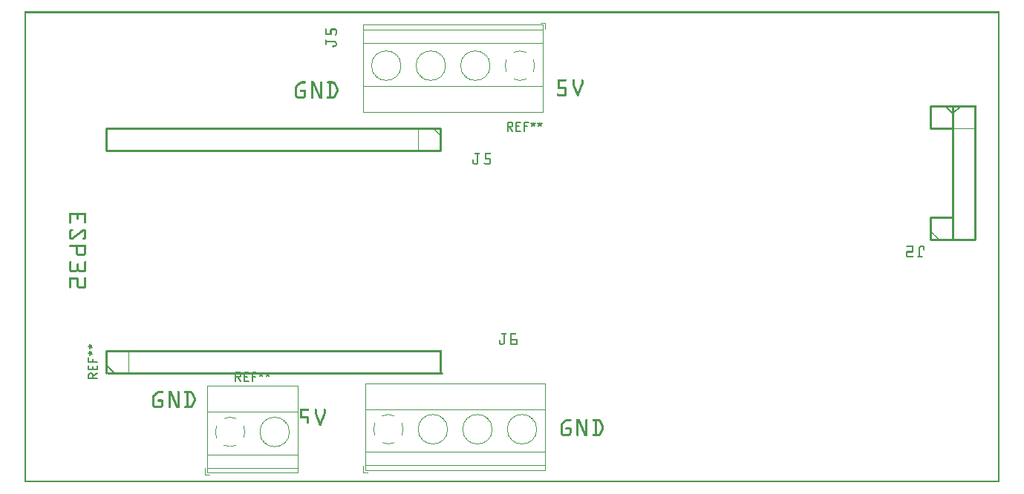
<source format=gto>
%TF.GenerationSoftware,KiCad,Pcbnew,9.0.1*%
%TF.CreationDate,2025-05-21T21:12:10-06:00*%
%TF.ProjectId,test_Final,74657374-5f46-4696-9e61-6c2e6b696361,rev?*%
%TF.SameCoordinates,Original*%
%TF.FileFunction,Legend,Top*%
%TF.FilePolarity,Positive*%
%FSLAX46Y46*%
G04 Gerber Fmt 4.6, Leading zero omitted, Abs format (unit mm)*
G04 Created by KiCad (PCBNEW 9.0.1) date 2025-05-21 21:12:10*
%MOMM*%
%LPD*%
G01*
G04 APERTURE LIST*
%ADD10C,0.000000*%
%ADD11C,0.254000*%
%ADD12C,0.127000*%
%ADD13C,0.150000*%
%ADD14C,0.120000*%
G04 APERTURE END LIST*
D10*
G36*
X26705200Y-70634400D02*
G01*
X26527400Y-70634400D01*
X26502000Y-70634400D01*
X26502000Y-70609000D01*
X26679800Y-70609000D01*
X26705200Y-70609000D01*
X26705200Y-70634400D01*
G37*
G36*
X33576200Y-63827200D02*
G01*
X33347600Y-63827200D01*
X33322200Y-63827200D01*
X33322200Y-63801800D01*
X33550800Y-63801800D01*
X33576200Y-63801800D01*
X33576200Y-63827200D01*
G37*
G36*
X137703200Y-58188400D02*
G01*
X137525400Y-58188400D01*
X137500000Y-58188400D01*
X137500000Y-58163000D01*
X137677800Y-58163000D01*
X137703200Y-58163000D01*
X137703200Y-58188400D01*
G37*
G36*
X137703200Y-53057600D02*
G01*
X137525400Y-53057600D01*
X137500000Y-53057600D01*
X137500000Y-53032200D01*
X137677800Y-53032200D01*
X137703200Y-53032200D01*
X137703200Y-53057600D01*
G37*
G36*
X61528600Y-38960600D02*
G01*
X61376200Y-38960600D01*
X61350800Y-38960600D01*
X61350800Y-38935200D01*
X61503200Y-38935200D01*
X61528600Y-38935200D01*
X61528600Y-38960600D01*
G37*
G36*
X137703200Y-56308800D02*
G01*
X137525400Y-56308800D01*
X137500000Y-56308800D01*
X137500000Y-56283400D01*
X137677800Y-56283400D01*
X137703200Y-56283400D01*
X137703200Y-56308800D01*
G37*
G36*
X130667400Y-62684200D02*
G01*
X130515000Y-62684200D01*
X130489600Y-62684200D01*
X130489600Y-62658800D01*
X130642000Y-62658800D01*
X130667400Y-62658800D01*
X130667400Y-62684200D01*
G37*
G36*
X26705200Y-62912800D02*
G01*
X26527400Y-62912800D01*
X26502000Y-62912800D01*
X26502000Y-62887400D01*
X26679800Y-62887400D01*
X26705200Y-62887400D01*
X26705200Y-62912800D01*
G37*
G36*
X32712600Y-66164000D02*
G01*
X32484000Y-66164000D01*
X32458600Y-66164000D01*
X32458600Y-66138600D01*
X32687200Y-66138600D01*
X32712600Y-66138600D01*
X32712600Y-66164000D01*
G37*
G36*
X137703200Y-80565800D02*
G01*
X137525400Y-80565800D01*
X137500000Y-80565800D01*
X137500000Y-80540400D01*
X137677800Y-80540400D01*
X137703200Y-80540400D01*
X137703200Y-80565800D01*
G37*
G36*
X58882400Y-83076200D02*
G01*
X57993400Y-83076200D01*
X57968000Y-83076200D01*
X57968000Y-83050800D01*
X58857000Y-83050800D01*
X58882400Y-83050800D01*
X58882400Y-83076200D01*
G37*
G36*
X26705200Y-61693600D02*
G01*
X26527400Y-61693600D01*
X26502000Y-61693600D01*
X26502000Y-61668200D01*
X26679800Y-61668200D01*
X26705200Y-61668200D01*
X26705200Y-61693600D01*
G37*
G36*
X26705200Y-43989800D02*
G01*
X26527400Y-43989800D01*
X26502000Y-43989800D01*
X26502000Y-43964400D01*
X26679800Y-43964400D01*
X26705200Y-43964400D01*
X26705200Y-43989800D01*
G37*
G36*
X41342400Y-80966600D02*
G01*
X41113800Y-80966600D01*
X41088400Y-80966600D01*
X41088400Y-80941200D01*
X41317000Y-80941200D01*
X41342400Y-80941200D01*
X41342400Y-80966600D01*
G37*
G36*
X137703200Y-59636200D02*
G01*
X137525400Y-59636200D01*
X137500000Y-59636200D01*
X137500000Y-59610800D01*
X137677800Y-59610800D01*
X137703200Y-59610800D01*
X137703200Y-59636200D01*
G37*
G36*
X26705200Y-83105800D02*
G01*
X26527400Y-83105800D01*
X26502000Y-83105800D01*
X26502000Y-83080400D01*
X26679800Y-83080400D01*
X26705200Y-83080400D01*
X26705200Y-83105800D01*
G37*
G36*
X26705200Y-85493400D02*
G01*
X26527400Y-85493400D01*
X26502000Y-85493400D01*
X26502000Y-85468000D01*
X26679800Y-85468000D01*
X26705200Y-85468000D01*
X26705200Y-85493400D01*
G37*
G36*
X82051800Y-73784000D02*
G01*
X81899400Y-73784000D01*
X81874000Y-73784000D01*
X81874000Y-73758600D01*
X82026400Y-73758600D01*
X82051800Y-73758600D01*
X82051800Y-73784000D01*
G37*
G36*
X82051800Y-74063400D02*
G01*
X81899400Y-74063400D01*
X81874000Y-74063400D01*
X81874000Y-74038000D01*
X82026400Y-74038000D01*
X82051800Y-74038000D01*
X82051800Y-74063400D01*
G37*
G36*
X90383000Y-84655200D02*
G01*
X90103600Y-84655200D01*
X90078200Y-84655200D01*
X90078200Y-84629800D01*
X90357600Y-84629800D01*
X90383000Y-84629800D01*
X90383000Y-84655200D01*
G37*
G36*
X26705200Y-69643800D02*
G01*
X26527400Y-69643800D01*
X26502000Y-69643800D01*
X26502000Y-69618400D01*
X26679800Y-69618400D01*
X26705200Y-69618400D01*
X26705200Y-69643800D01*
G37*
D11*
X134921900Y-47583900D02*
X132381900Y-47583900D01*
D10*
G36*
X43171200Y-82033400D02*
G01*
X42968000Y-82033400D01*
X42942600Y-82033400D01*
X42942600Y-82008000D01*
X43145800Y-82008000D01*
X43171200Y-82008000D01*
X43171200Y-82033400D01*
G37*
G36*
X87970000Y-83918600D02*
G01*
X87665200Y-83918600D01*
X87639800Y-83918600D01*
X87639800Y-83893200D01*
X87944600Y-83893200D01*
X87970000Y-83893200D01*
X87970000Y-83918600D01*
G37*
G36*
X26705200Y-81683400D02*
G01*
X26527400Y-81683400D01*
X26502000Y-81683400D01*
X26502000Y-81658000D01*
X26679800Y-81658000D01*
X26705200Y-81658000D01*
X26705200Y-81683400D01*
G37*
G36*
X137703200Y-67053000D02*
G01*
X137525400Y-67053000D01*
X137500000Y-67053000D01*
X137500000Y-67027600D01*
X137677800Y-67027600D01*
X137703200Y-67027600D01*
X137703200Y-67053000D01*
G37*
G36*
X137703200Y-48968200D02*
G01*
X137525400Y-48968200D01*
X137500000Y-48968200D01*
X137500000Y-48942800D01*
X137677800Y-48942800D01*
X137703200Y-48942800D01*
X137703200Y-48968200D01*
G37*
G36*
X26705200Y-52930600D02*
G01*
X26527400Y-52930600D01*
X26502000Y-52930600D01*
X26502000Y-52905200D01*
X26679800Y-52905200D01*
X26705200Y-52905200D01*
X26705200Y-52930600D01*
G37*
G36*
X26705200Y-61033200D02*
G01*
X26527400Y-61033200D01*
X26502000Y-61033200D01*
X26502000Y-61007800D01*
X26679800Y-61007800D01*
X26705200Y-61007800D01*
X26705200Y-61033200D01*
G37*
G36*
X59815600Y-45484000D02*
G01*
X59561600Y-45484000D01*
X59536200Y-45484000D01*
X59536200Y-45458600D01*
X59790200Y-45458600D01*
X59815600Y-45458600D01*
X59815600Y-45484000D01*
G37*
G36*
X91754600Y-84071000D02*
G01*
X91526000Y-84071000D01*
X91500600Y-84071000D01*
X91500600Y-84045600D01*
X91729200Y-84045600D01*
X91754600Y-84045600D01*
X91754600Y-84071000D01*
G37*
G36*
X42333000Y-80230000D02*
G01*
X41621800Y-80230000D01*
X41596400Y-80230000D01*
X41596400Y-80204600D01*
X42307600Y-80204600D01*
X42333000Y-80204600D01*
X42333000Y-80230000D01*
G37*
G36*
X32052200Y-61719000D02*
G01*
X31747400Y-61719000D01*
X31722000Y-61719000D01*
X31722000Y-61693600D01*
X32026800Y-61693600D01*
X32052200Y-61693600D01*
X32052200Y-61719000D01*
G37*
G36*
X90154400Y-45285200D02*
G01*
X89900400Y-45285200D01*
X89875000Y-45285200D01*
X89875000Y-45259800D01*
X90129000Y-45259800D01*
X90154400Y-45259800D01*
X90154400Y-45285200D01*
G37*
G36*
X26705200Y-42796000D02*
G01*
X26527400Y-42796000D01*
X26502000Y-42796000D01*
X26502000Y-42770600D01*
X26679800Y-42770600D01*
X26705200Y-42770600D01*
X26705200Y-42796000D01*
G37*
G36*
X92161000Y-83410600D02*
G01*
X91297400Y-83410600D01*
X91272000Y-83410600D01*
X91272000Y-83385200D01*
X92135600Y-83385200D01*
X92161000Y-83385200D01*
X92161000Y-83410600D01*
G37*
G36*
X90713200Y-83512200D02*
G01*
X90484600Y-83512200D01*
X90459200Y-83512200D01*
X90459200Y-83486800D01*
X90687800Y-83486800D01*
X90713200Y-83486800D01*
X90713200Y-83512200D01*
G37*
G36*
X62127000Y-45280800D02*
G01*
X61873000Y-45280800D01*
X61847600Y-45280800D01*
X61847600Y-45255400D01*
X62101600Y-45255400D01*
X62127000Y-45255400D01*
X62127000Y-45280800D01*
G37*
G36*
X26705200Y-52067000D02*
G01*
X26527400Y-52067000D01*
X26502000Y-52067000D01*
X26502000Y-52041600D01*
X26679800Y-52041600D01*
X26705200Y-52041600D01*
X26705200Y-52067000D01*
G37*
G36*
X137703200Y-70075600D02*
G01*
X137525400Y-70075600D01*
X137500000Y-70075600D01*
X137500000Y-70050200D01*
X137677800Y-70050200D01*
X137703200Y-70050200D01*
X137703200Y-70075600D01*
G37*
G36*
X26705200Y-58442400D02*
G01*
X26527400Y-58442400D01*
X26502000Y-58442400D01*
X26502000Y-58417000D01*
X26679800Y-58417000D01*
X26705200Y-58417000D01*
X26705200Y-58442400D01*
G37*
G36*
X137703200Y-72641000D02*
G01*
X137525400Y-72641000D01*
X137500000Y-72641000D01*
X137500000Y-72615600D01*
X137677800Y-72615600D01*
X137703200Y-72615600D01*
X137703200Y-72641000D01*
G37*
G36*
X92567400Y-84452000D02*
G01*
X92338800Y-84452000D01*
X92313400Y-84452000D01*
X92313400Y-84426600D01*
X92542000Y-84426600D01*
X92567400Y-84426600D01*
X92567400Y-84452000D01*
G37*
G36*
X26705200Y-60042600D02*
G01*
X26527400Y-60042600D01*
X26502000Y-60042600D01*
X26502000Y-60017200D01*
X26679800Y-60017200D01*
X26705200Y-60017200D01*
X26705200Y-60042600D01*
G37*
G36*
X137703200Y-42161000D02*
G01*
X137525400Y-42161000D01*
X137500000Y-42161000D01*
X137500000Y-42135600D01*
X137677800Y-42135600D01*
X137703200Y-42135600D01*
X137703200Y-42161000D01*
G37*
G36*
X26705200Y-75435000D02*
G01*
X26527400Y-75435000D01*
X26502000Y-75435000D01*
X26502000Y-75409600D01*
X26679800Y-75409600D01*
X26705200Y-75409600D01*
X26705200Y-75435000D01*
G37*
G36*
X137703200Y-43735800D02*
G01*
X137525400Y-43735800D01*
X137500000Y-43735800D01*
X137500000Y-43710400D01*
X137677800Y-43710400D01*
X137703200Y-43710400D01*
X137703200Y-43735800D01*
G37*
G36*
X44187200Y-82084200D02*
G01*
X43857000Y-82084200D01*
X43831600Y-82084200D01*
X43831600Y-82058800D01*
X44161800Y-82058800D01*
X44187200Y-82058800D01*
X44187200Y-82084200D01*
G37*
G36*
X137703200Y-55978600D02*
G01*
X137525400Y-55978600D01*
X137500000Y-55978600D01*
X137500000Y-55953200D01*
X137677800Y-55953200D01*
X137703200Y-55953200D01*
X137703200Y-55978600D01*
G37*
G36*
X130565800Y-62582600D02*
G01*
X130413400Y-62582600D01*
X130388000Y-62582600D01*
X130388000Y-62557200D01*
X130540400Y-62557200D01*
X130565800Y-62557200D01*
X130565800Y-62582600D01*
G37*
G36*
X26705200Y-75333400D02*
G01*
X26527400Y-75333400D01*
X26502000Y-75333400D01*
X26502000Y-75308000D01*
X26679800Y-75308000D01*
X26705200Y-75308000D01*
X26705200Y-75333400D01*
G37*
G36*
X137703200Y-37741400D02*
G01*
X137525400Y-37741400D01*
X137500000Y-37741400D01*
X137500000Y-37716000D01*
X137677800Y-37716000D01*
X137703200Y-37716000D01*
X137703200Y-37741400D01*
G37*
G36*
X137703200Y-52371800D02*
G01*
X137525400Y-52371800D01*
X137500000Y-52371800D01*
X137500000Y-52346400D01*
X137677800Y-52346400D01*
X137703200Y-52346400D01*
X137703200Y-52371800D01*
G37*
G36*
X137703200Y-68246800D02*
G01*
X137525400Y-68246800D01*
X137500000Y-68246800D01*
X137500000Y-68221400D01*
X137677800Y-68221400D01*
X137703200Y-68221400D01*
X137703200Y-68246800D01*
G37*
G36*
X90383000Y-84706000D02*
G01*
X90129000Y-84706000D01*
X90103600Y-84706000D01*
X90103600Y-84680600D01*
X90357600Y-84680600D01*
X90383000Y-84680600D01*
X90383000Y-84706000D01*
G37*
G36*
X137703200Y-47774400D02*
G01*
X137525400Y-47774400D01*
X137500000Y-47774400D01*
X137500000Y-47749000D01*
X137677800Y-47749000D01*
X137703200Y-47749000D01*
X137703200Y-47774400D01*
G37*
G36*
X26705200Y-42542000D02*
G01*
X26527400Y-42542000D01*
X26502000Y-42542000D01*
X26502000Y-42516600D01*
X26679800Y-42516600D01*
X26705200Y-42516600D01*
X26705200Y-42542000D01*
G37*
G36*
X59485400Y-44798200D02*
G01*
X59256800Y-44798200D01*
X59231400Y-44798200D01*
X59231400Y-44772800D01*
X59460000Y-44772800D01*
X59485400Y-44772800D01*
X59485400Y-44798200D01*
G37*
G36*
X26705200Y-57375600D02*
G01*
X26527400Y-57375600D01*
X26502000Y-57375600D01*
X26502000Y-57350200D01*
X26679800Y-57350200D01*
X26705200Y-57350200D01*
X26705200Y-57375600D01*
G37*
G36*
X137703200Y-48307800D02*
G01*
X137525400Y-48307800D01*
X137500000Y-48307800D01*
X137500000Y-48282400D01*
X137677800Y-48282400D01*
X137703200Y-48282400D01*
X137703200Y-48307800D01*
G37*
G36*
X26705200Y-78635400D02*
G01*
X26527400Y-78635400D01*
X26502000Y-78635400D01*
X26502000Y-78610000D01*
X26679800Y-78610000D01*
X26705200Y-78610000D01*
X26705200Y-78635400D01*
G37*
G36*
X58222000Y-82619000D02*
G01*
X57993400Y-82619000D01*
X57968000Y-82619000D01*
X57968000Y-82593600D01*
X58196600Y-82593600D01*
X58222000Y-82593600D01*
X58222000Y-82619000D01*
G37*
G36*
X26705200Y-84045600D02*
G01*
X26527400Y-84045600D01*
X26502000Y-84045600D01*
X26502000Y-84020200D01*
X26679800Y-84020200D01*
X26705200Y-84020200D01*
X26705200Y-84045600D01*
G37*
G36*
X44187200Y-81525400D02*
G01*
X43958600Y-81525400D01*
X43933200Y-81525400D01*
X43933200Y-81500000D01*
X44161800Y-81500000D01*
X44187200Y-81500000D01*
X44187200Y-81525400D01*
G37*
G36*
X137703200Y-46072600D02*
G01*
X137525400Y-46072600D01*
X137500000Y-46072600D01*
X137500000Y-46047200D01*
X137677800Y-46047200D01*
X137703200Y-46047200D01*
X137703200Y-46072600D01*
G37*
G36*
X62138200Y-39290800D02*
G01*
X61985800Y-39290800D01*
X61960400Y-39290800D01*
X61960400Y-39265400D01*
X62112800Y-39265400D01*
X62138200Y-39265400D01*
X62138200Y-39290800D01*
G37*
G36*
X137703200Y-84325000D02*
G01*
X137525400Y-84325000D01*
X137500000Y-84325000D01*
X137500000Y-84299600D01*
X137677800Y-84299600D01*
X137703200Y-84299600D01*
X137703200Y-84325000D01*
G37*
G36*
X137703200Y-85315600D02*
G01*
X137525400Y-85315600D01*
X137500000Y-85315600D01*
X137500000Y-85290200D01*
X137677800Y-85290200D01*
X137703200Y-85290200D01*
X137703200Y-85315600D01*
G37*
G36*
X90281400Y-84452000D02*
G01*
X90027400Y-84452000D01*
X90002000Y-84452000D01*
X90002000Y-84426600D01*
X90256000Y-84426600D01*
X90281400Y-84426600D01*
X90281400Y-84452000D01*
G37*
G36*
X137703200Y-68627800D02*
G01*
X137525400Y-68627800D01*
X137500000Y-68627800D01*
X137500000Y-68602400D01*
X137677800Y-68602400D01*
X137703200Y-68602400D01*
X137703200Y-68627800D01*
G37*
G36*
X92516600Y-84045600D02*
G01*
X92262600Y-84045600D01*
X92237200Y-84045600D01*
X92237200Y-84020200D01*
X92491200Y-84020200D01*
X92516600Y-84020200D01*
X92516600Y-84045600D01*
G37*
G36*
X26705200Y-86433200D02*
G01*
X26527400Y-86433200D01*
X26502000Y-86433200D01*
X26502000Y-86407800D01*
X26679800Y-86407800D01*
X26705200Y-86407800D01*
X26705200Y-86433200D01*
G37*
G36*
X26705200Y-83055000D02*
G01*
X26527400Y-83055000D01*
X26502000Y-83055000D01*
X26502000Y-83029600D01*
X26679800Y-83029600D01*
X26705200Y-83029600D01*
X26705200Y-83055000D01*
G37*
G36*
X60450600Y-45534800D02*
G01*
X60222000Y-45534800D01*
X60196600Y-45534800D01*
X60196600Y-45509400D01*
X60425200Y-45509400D01*
X60450600Y-45509400D01*
X60450600Y-45534800D01*
G37*
G36*
X88046200Y-83842400D02*
G01*
X87716000Y-83842400D01*
X87690600Y-83842400D01*
X87690600Y-83817000D01*
X88020800Y-83817000D01*
X88046200Y-83817000D01*
X88046200Y-83842400D01*
G37*
G36*
X60863600Y-82415800D02*
G01*
X60635000Y-82415800D01*
X60609600Y-82415800D01*
X60609600Y-82390400D01*
X60838200Y-82390400D01*
X60863600Y-82390400D01*
X60863600Y-82415800D01*
G37*
G36*
X26705200Y-82623200D02*
G01*
X26527400Y-82623200D01*
X26502000Y-82623200D01*
X26502000Y-82597800D01*
X26679800Y-82597800D01*
X26705200Y-82597800D01*
X26705200Y-82623200D01*
G37*
G36*
X137703200Y-56893000D02*
G01*
X137525400Y-56893000D01*
X137500000Y-56893000D01*
X137500000Y-56867600D01*
X137677800Y-56867600D01*
X137703200Y-56867600D01*
X137703200Y-56893000D01*
G37*
G36*
X26705200Y-83994800D02*
G01*
X26527400Y-83994800D01*
X26502000Y-83994800D01*
X26502000Y-83969400D01*
X26679800Y-83969400D01*
X26705200Y-83969400D01*
X26705200Y-83994800D01*
G37*
G36*
X31849000Y-60677600D02*
G01*
X31620400Y-60677600D01*
X31595000Y-60677600D01*
X31595000Y-60652200D01*
X31823600Y-60652200D01*
X31849000Y-60652200D01*
X31849000Y-60677600D01*
G37*
G36*
X26705200Y-83969400D02*
G01*
X26527400Y-83969400D01*
X26502000Y-83969400D01*
X26502000Y-83944000D01*
X26679800Y-83944000D01*
X26705200Y-83944000D01*
X26705200Y-83969400D01*
G37*
G36*
X26705200Y-88312800D02*
G01*
X26527400Y-88312800D01*
X26502000Y-88312800D01*
X26502000Y-88287400D01*
X26679800Y-88287400D01*
X26705200Y-88287400D01*
X26705200Y-88312800D01*
G37*
G36*
X137703200Y-86103000D02*
G01*
X137525400Y-86103000D01*
X137500000Y-86103000D01*
X137500000Y-86077600D01*
X137677800Y-86077600D01*
X137703200Y-86077600D01*
X137703200Y-86103000D01*
G37*
G36*
X137703200Y-60169600D02*
G01*
X137525400Y-60169600D01*
X137500000Y-60169600D01*
X137500000Y-60144200D01*
X137677800Y-60144200D01*
X137703200Y-60144200D01*
X137703200Y-60169600D01*
G37*
G36*
X60584200Y-83482600D02*
G01*
X60330200Y-83482600D01*
X60304800Y-83482600D01*
X60304800Y-83457200D01*
X60558800Y-83457200D01*
X60584200Y-83457200D01*
X60584200Y-83482600D01*
G37*
G36*
X137703200Y-72768000D02*
G01*
X137525400Y-72768000D01*
X137500000Y-72768000D01*
X137500000Y-72742600D01*
X137677800Y-72742600D01*
X137703200Y-72742600D01*
X137703200Y-72768000D01*
G37*
G36*
X130388000Y-62430200D02*
G01*
X130261000Y-62430200D01*
X130235600Y-62430200D01*
X130235600Y-62404800D01*
X130362600Y-62404800D01*
X130388000Y-62404800D01*
X130388000Y-62430200D01*
G37*
G36*
X45228600Y-80814200D02*
G01*
X45000000Y-80814200D01*
X44974600Y-80814200D01*
X44974600Y-80788800D01*
X45203200Y-80788800D01*
X45228600Y-80788800D01*
X45228600Y-80814200D01*
G37*
G36*
X137703200Y-70761400D02*
G01*
X137525400Y-70761400D01*
X137500000Y-70761400D01*
X137500000Y-70736000D01*
X137677800Y-70736000D01*
X137703200Y-70736000D01*
X137703200Y-70761400D01*
G37*
G36*
X26705200Y-54353000D02*
G01*
X26527400Y-54353000D01*
X26502000Y-54353000D01*
X26502000Y-54327600D01*
X26679800Y-54327600D01*
X26705200Y-54327600D01*
X26705200Y-54353000D01*
G37*
G36*
X26705200Y-40713200D02*
G01*
X26527400Y-40713200D01*
X26502000Y-40713200D01*
X26502000Y-40687800D01*
X26679800Y-40687800D01*
X26705200Y-40687800D01*
X26705200Y-40713200D01*
G37*
G36*
X88300200Y-45539200D02*
G01*
X87360400Y-45539200D01*
X87335000Y-45539200D01*
X87335000Y-45513800D01*
X88274800Y-45513800D01*
X88300200Y-45513800D01*
X88300200Y-45539200D01*
G37*
G36*
X26705200Y-76476400D02*
G01*
X26527400Y-76476400D01*
X26502000Y-76476400D01*
X26502000Y-76451000D01*
X26679800Y-76451000D01*
X26705200Y-76451000D01*
X26705200Y-76476400D01*
G37*
G36*
X26705200Y-49527000D02*
G01*
X26527400Y-49527000D01*
X26502000Y-49527000D01*
X26502000Y-49501600D01*
X26679800Y-49501600D01*
X26705200Y-49501600D01*
X26705200Y-49527000D01*
G37*
G36*
X137703200Y-75079400D02*
G01*
X137525400Y-75079400D01*
X137500000Y-75079400D01*
X137500000Y-75054000D01*
X137677800Y-75054000D01*
X137703200Y-75054000D01*
X137703200Y-75079400D01*
G37*
G36*
X44161800Y-80204600D02*
G01*
X43958600Y-80204600D01*
X43933200Y-80204600D01*
X43933200Y-80179200D01*
X44136400Y-80179200D01*
X44161800Y-80179200D01*
X44161800Y-80204600D01*
G37*
G36*
X137703200Y-60195000D02*
G01*
X137525400Y-60195000D01*
X137500000Y-60195000D01*
X137500000Y-60169600D01*
X137677800Y-60169600D01*
X137703200Y-60169600D01*
X137703200Y-60195000D01*
G37*
G36*
X43171200Y-80865000D02*
G01*
X42942600Y-80865000D01*
X42917200Y-80865000D01*
X42917200Y-80839600D01*
X43145800Y-80839600D01*
X43171200Y-80839600D01*
X43171200Y-80865000D01*
G37*
G36*
X90027400Y-83867800D02*
G01*
X89773400Y-83867800D01*
X89748000Y-83867800D01*
X89748000Y-83842400D01*
X90002000Y-83842400D01*
X90027400Y-83842400D01*
X90027400Y-83867800D01*
G37*
G36*
X41342400Y-81246000D02*
G01*
X41113800Y-81246000D01*
X41088400Y-81246000D01*
X41088400Y-81220600D01*
X41317000Y-81220600D01*
X41342400Y-81220600D01*
X41342400Y-81246000D01*
G37*
G36*
X137703200Y-75206400D02*
G01*
X137525400Y-75206400D01*
X137500000Y-75206400D01*
X137500000Y-75181000D01*
X137677800Y-75181000D01*
X137703200Y-75181000D01*
X137703200Y-75206400D01*
G37*
G36*
X62203200Y-45433200D02*
G01*
X61949200Y-45433200D01*
X61923800Y-45433200D01*
X61923800Y-45407800D01*
X62177800Y-45407800D01*
X62203200Y-45407800D01*
X62203200Y-45433200D01*
G37*
G36*
X59974600Y-82974600D02*
G01*
X59720600Y-82974600D01*
X59695200Y-82974600D01*
X59695200Y-82949200D01*
X59949200Y-82949200D01*
X59974600Y-82949200D01*
X59974600Y-82974600D01*
G37*
G36*
X137703200Y-61084000D02*
G01*
X137525400Y-61084000D01*
X137500000Y-61084000D01*
X137500000Y-61058600D01*
X137677800Y-61058600D01*
X137703200Y-61058600D01*
X137703200Y-61084000D01*
G37*
G36*
X137703200Y-72920400D02*
G01*
X137525400Y-72920400D01*
X137500000Y-72920400D01*
X137500000Y-72895000D01*
X137677800Y-72895000D01*
X137703200Y-72895000D01*
X137703200Y-72920400D01*
G37*
G36*
X43120400Y-82084200D02*
G01*
X42993400Y-82084200D01*
X42968000Y-82084200D01*
X42968000Y-82058800D01*
X43095000Y-82058800D01*
X43120400Y-82058800D01*
X43120400Y-82084200D01*
G37*
G36*
X45787400Y-80433200D02*
G01*
X45508000Y-80433200D01*
X45482600Y-80433200D01*
X45482600Y-80407800D01*
X45762000Y-80407800D01*
X45787400Y-80407800D01*
X45787400Y-80433200D01*
G37*
G36*
X137703200Y-45031200D02*
G01*
X137525400Y-45031200D01*
X137500000Y-45031200D01*
X137500000Y-45005800D01*
X137677800Y-45005800D01*
X137703200Y-45005800D01*
X137703200Y-45031200D01*
G37*
G36*
X137703200Y-74292000D02*
G01*
X137525400Y-74292000D01*
X137500000Y-74292000D01*
X137500000Y-74266600D01*
X137677800Y-74266600D01*
X137703200Y-74266600D01*
X137703200Y-74292000D01*
G37*
G36*
X62152400Y-45306200D02*
G01*
X61898400Y-45306200D01*
X61873000Y-45306200D01*
X61873000Y-45280800D01*
X62127000Y-45280800D01*
X62152400Y-45280800D01*
X62152400Y-45306200D01*
G37*
G36*
X137703200Y-84401200D02*
G01*
X137525400Y-84401200D01*
X137500000Y-84401200D01*
X137500000Y-84375800D01*
X137677800Y-84375800D01*
X137703200Y-84375800D01*
X137703200Y-84401200D01*
G37*
G36*
X137703200Y-55216600D02*
G01*
X137525400Y-55216600D01*
X137500000Y-55216600D01*
X137500000Y-55191200D01*
X137677800Y-55191200D01*
X137703200Y-55191200D01*
X137703200Y-55216600D01*
G37*
G36*
X137703200Y-48180800D02*
G01*
X137525400Y-48180800D01*
X137500000Y-48180800D01*
X137500000Y-48155400D01*
X137677800Y-48155400D01*
X137703200Y-48155400D01*
X137703200Y-48180800D01*
G37*
G36*
X32382400Y-62608000D02*
G01*
X31976000Y-62608000D01*
X31950600Y-62608000D01*
X31950600Y-62582600D01*
X32357000Y-62582600D01*
X32382400Y-62582600D01*
X32382400Y-62608000D01*
G37*
G36*
X137703200Y-42872200D02*
G01*
X137525400Y-42872200D01*
X137500000Y-42872200D01*
X137500000Y-42846800D01*
X137677800Y-42846800D01*
X137703200Y-42846800D01*
X137703200Y-42872200D01*
G37*
G36*
X137703200Y-69567600D02*
G01*
X137525400Y-69567600D01*
X137500000Y-69567600D01*
X137500000Y-69542200D01*
X137677800Y-69542200D01*
X137703200Y-69542200D01*
X137703200Y-69567600D01*
G37*
G36*
X129168800Y-63878000D02*
G01*
X129016400Y-63878000D01*
X128991000Y-63878000D01*
X128991000Y-63852600D01*
X129143400Y-63852600D01*
X129168800Y-63852600D01*
X129168800Y-63878000D01*
G37*
D11*
X73961900Y-75523900D02*
X35861900Y-75523900D01*
D10*
G36*
X26705200Y-56715200D02*
G01*
X26527400Y-56715200D01*
X26502000Y-56715200D01*
X26502000Y-56689800D01*
X26679800Y-56689800D01*
X26705200Y-56689800D01*
X26705200Y-56715200D01*
G37*
G36*
X26705200Y-47774400D02*
G01*
X26527400Y-47774400D01*
X26502000Y-47774400D01*
X26502000Y-47749000D01*
X26679800Y-47749000D01*
X26705200Y-47749000D01*
X26705200Y-47774400D01*
G37*
G36*
X137703200Y-83029600D02*
G01*
X137525400Y-83029600D01*
X137500000Y-83029600D01*
X137500000Y-83004200D01*
X137677800Y-83004200D01*
X137703200Y-83004200D01*
X137703200Y-83029600D01*
G37*
G36*
X26705200Y-68170600D02*
G01*
X26527400Y-68170600D01*
X26502000Y-68170600D01*
X26502000Y-68145200D01*
X26679800Y-68145200D01*
X26705200Y-68145200D01*
X26705200Y-68170600D01*
G37*
G36*
X26705200Y-65884600D02*
G01*
X26527400Y-65884600D01*
X26502000Y-65884600D01*
X26502000Y-65859200D01*
X26679800Y-65859200D01*
X26705200Y-65859200D01*
X26705200Y-65884600D01*
G37*
G36*
X57758200Y-45331600D02*
G01*
X57428000Y-45331600D01*
X57402600Y-45331600D01*
X57402600Y-45306200D01*
X57732800Y-45306200D01*
X57758200Y-45306200D01*
X57758200Y-45331600D01*
G37*
G36*
X26705200Y-42745200D02*
G01*
X26527400Y-42745200D01*
X26502000Y-42745200D01*
X26502000Y-42719800D01*
X26679800Y-42719800D01*
X26705200Y-42719800D01*
X26705200Y-42745200D01*
G37*
G36*
X137703200Y-55699200D02*
G01*
X137525400Y-55699200D01*
X137500000Y-55699200D01*
X137500000Y-55673800D01*
X137677800Y-55673800D01*
X137703200Y-55673800D01*
X137703200Y-55699200D01*
G37*
G36*
X26705200Y-51330400D02*
G01*
X26527400Y-51330400D01*
X26502000Y-51330400D01*
X26502000Y-51305000D01*
X26679800Y-51305000D01*
X26705200Y-51305000D01*
X26705200Y-51330400D01*
G37*
G36*
X26705200Y-42161000D02*
G01*
X26527400Y-42161000D01*
X26502000Y-42161000D01*
X26502000Y-42135600D01*
X26679800Y-42135600D01*
X26705200Y-42135600D01*
X26705200Y-42161000D01*
G37*
G36*
X127873400Y-64792400D02*
G01*
X127060600Y-64792400D01*
X127035200Y-64792400D01*
X127035200Y-64767000D01*
X127848000Y-64767000D01*
X127873400Y-64767000D01*
X127873400Y-64792400D01*
G37*
G36*
X26705200Y-49349200D02*
G01*
X26527400Y-49349200D01*
X26502000Y-49349200D01*
X26502000Y-49323800D01*
X26679800Y-49323800D01*
X26705200Y-49323800D01*
X26705200Y-49349200D01*
G37*
G36*
X92567400Y-84198000D02*
G01*
X92338800Y-84198000D01*
X92313400Y-84198000D01*
X92313400Y-84172600D01*
X92542000Y-84172600D01*
X92567400Y-84172600D01*
X92567400Y-84198000D01*
G37*
G36*
X137703200Y-50822400D02*
G01*
X137525400Y-50822400D01*
X137500000Y-50822400D01*
X137500000Y-50797000D01*
X137677800Y-50797000D01*
X137703200Y-50797000D01*
X137703200Y-50822400D01*
G37*
G36*
X137703200Y-40205200D02*
G01*
X137525400Y-40205200D01*
X137500000Y-40205200D01*
X137500000Y-40179800D01*
X137677800Y-40179800D01*
X137703200Y-40179800D01*
X137703200Y-40205200D01*
G37*
G36*
X26705200Y-53362400D02*
G01*
X26527400Y-53362400D01*
X26502000Y-53362400D01*
X26502000Y-53337000D01*
X26679800Y-53337000D01*
X26705200Y-53337000D01*
X26705200Y-53362400D01*
G37*
G36*
X137703200Y-54099000D02*
G01*
X137525400Y-54099000D01*
X137500000Y-54099000D01*
X137500000Y-54073600D01*
X137677800Y-54073600D01*
X137703200Y-54073600D01*
X137703200Y-54099000D01*
G37*
G36*
X33576200Y-67408600D02*
G01*
X33347600Y-67408600D01*
X33322200Y-67408600D01*
X33322200Y-67383200D01*
X33550800Y-67383200D01*
X33576200Y-67383200D01*
X33576200Y-67408600D01*
G37*
G36*
X137703200Y-44091400D02*
G01*
X137525400Y-44091400D01*
X137500000Y-44091400D01*
X137500000Y-44066000D01*
X137677800Y-44066000D01*
X137703200Y-44066000D01*
X137703200Y-44091400D01*
G37*
G36*
X26705200Y-52702000D02*
G01*
X26527400Y-52702000D01*
X26502000Y-52702000D01*
X26502000Y-52676600D01*
X26679800Y-52676600D01*
X26705200Y-52676600D01*
X26705200Y-52702000D01*
G37*
G36*
X61528600Y-39290800D02*
G01*
X61376200Y-39290800D01*
X61350800Y-39290800D01*
X61350800Y-39265400D01*
X61503200Y-39265400D01*
X61528600Y-39265400D01*
X61528600Y-39290800D01*
G37*
G36*
X92465800Y-83944000D02*
G01*
X92211800Y-83944000D01*
X92186400Y-83944000D01*
X92186400Y-83918600D01*
X92440400Y-83918600D01*
X92465800Y-83918600D01*
X92465800Y-83944000D01*
G37*
G36*
X26705200Y-64411400D02*
G01*
X26527400Y-64411400D01*
X26502000Y-64411400D01*
X26502000Y-64386000D01*
X26679800Y-64386000D01*
X26705200Y-64386000D01*
X26705200Y-64411400D01*
G37*
G36*
X137703200Y-59687000D02*
G01*
X137525400Y-59687000D01*
X137500000Y-59687000D01*
X137500000Y-59661600D01*
X137677800Y-59661600D01*
X137703200Y-59661600D01*
X137703200Y-59687000D01*
G37*
G36*
X137703200Y-74876200D02*
G01*
X137525400Y-74876200D01*
X137500000Y-74876200D01*
X137500000Y-74850800D01*
X137677800Y-74850800D01*
X137703200Y-74850800D01*
X137703200Y-74876200D01*
G37*
G36*
X26705200Y-58493200D02*
G01*
X26527400Y-58493200D01*
X26502000Y-58493200D01*
X26502000Y-58467800D01*
X26679800Y-58467800D01*
X26705200Y-58467800D01*
X26705200Y-58493200D01*
G37*
G36*
X90713200Y-84426600D02*
G01*
X90484600Y-84426600D01*
X90459200Y-84426600D01*
X90459200Y-84401200D01*
X90687800Y-84401200D01*
X90713200Y-84401200D01*
X90713200Y-84426600D01*
G37*
G36*
X45914400Y-80712600D02*
G01*
X45660400Y-80712600D01*
X45635000Y-80712600D01*
X45635000Y-80687200D01*
X45889000Y-80687200D01*
X45914400Y-80687200D01*
X45914400Y-80712600D01*
G37*
G36*
X26705200Y-88287400D02*
G01*
X26527400Y-88287400D01*
X26502000Y-88287400D01*
X26502000Y-88262000D01*
X26679800Y-88262000D01*
X26705200Y-88262000D01*
X26705200Y-88287400D01*
G37*
G36*
X26705200Y-64817800D02*
G01*
X26527400Y-64817800D01*
X26502000Y-64817800D01*
X26502000Y-64792400D01*
X26679800Y-64792400D01*
X26705200Y-64792400D01*
X26705200Y-64817800D01*
G37*
G36*
X26705200Y-41983200D02*
G01*
X26527400Y-41983200D01*
X26502000Y-41983200D01*
X26502000Y-41957800D01*
X26679800Y-41957800D01*
X26705200Y-41957800D01*
X26705200Y-41983200D01*
G37*
G36*
X26705200Y-85772800D02*
G01*
X26527400Y-85772800D01*
X26502000Y-85772800D01*
X26502000Y-85747400D01*
X26679800Y-85747400D01*
X26705200Y-85747400D01*
X26705200Y-85772800D01*
G37*
G36*
X26705200Y-59788600D02*
G01*
X26527400Y-59788600D01*
X26502000Y-59788600D01*
X26502000Y-59763200D01*
X26679800Y-59763200D01*
X26705200Y-59763200D01*
X26705200Y-59788600D01*
G37*
G36*
X137703200Y-44269200D02*
G01*
X137525400Y-44269200D01*
X137500000Y-44269200D01*
X137500000Y-44243800D01*
X137677800Y-44243800D01*
X137703200Y-44243800D01*
X137703200Y-44269200D01*
G37*
G36*
X26705200Y-45107400D02*
G01*
X26527400Y-45107400D01*
X26502000Y-45107400D01*
X26502000Y-45082000D01*
X26679800Y-45082000D01*
X26705200Y-45082000D01*
X26705200Y-45107400D01*
G37*
G36*
X33525400Y-62735000D02*
G01*
X33144400Y-62735000D01*
X33119000Y-62735000D01*
X33119000Y-62709600D01*
X33500000Y-62709600D01*
X33525400Y-62709600D01*
X33525400Y-62735000D01*
G37*
G36*
X137703200Y-87550800D02*
G01*
X137525400Y-87550800D01*
X137500000Y-87550800D01*
X137500000Y-87525400D01*
X137677800Y-87525400D01*
X137703200Y-87525400D01*
X137703200Y-87550800D01*
G37*
G36*
X26705200Y-52854400D02*
G01*
X26527400Y-52854400D01*
X26502000Y-52854400D01*
X26502000Y-52829000D01*
X26679800Y-52829000D01*
X26705200Y-52829000D01*
X26705200Y-52854400D01*
G37*
G36*
X60944400Y-40179800D02*
G01*
X60792000Y-40179800D01*
X60766600Y-40179800D01*
X60766600Y-40154400D01*
X60919000Y-40154400D01*
X60944400Y-40154400D01*
X60944400Y-40179800D01*
G37*
G36*
X26705200Y-51457400D02*
G01*
X26527400Y-51457400D01*
X26502000Y-51457400D01*
X26502000Y-51432000D01*
X26679800Y-51432000D01*
X26705200Y-51432000D01*
X26705200Y-51457400D01*
G37*
G36*
X137703200Y-75917600D02*
G01*
X137525400Y-75917600D01*
X137500000Y-75917600D01*
X137500000Y-75892200D01*
X137677800Y-75892200D01*
X137703200Y-75892200D01*
X137703200Y-75917600D01*
G37*
G36*
X60944400Y-38986000D02*
G01*
X60792000Y-38986000D01*
X60766600Y-38986000D01*
X60766600Y-38960600D01*
X60919000Y-38960600D01*
X60944400Y-38960600D01*
X60944400Y-38986000D01*
G37*
G36*
X61669800Y-44798200D02*
G01*
X61136400Y-44798200D01*
X61111000Y-44798200D01*
X61111000Y-44772800D01*
X61644400Y-44772800D01*
X61669800Y-44772800D01*
X61669800Y-44798200D01*
G37*
G36*
X59714000Y-45230000D02*
G01*
X59206000Y-45230000D01*
X59180600Y-45230000D01*
X59180600Y-45204600D01*
X59688600Y-45204600D01*
X59714000Y-45204600D01*
X59714000Y-45230000D01*
G37*
G36*
X137703200Y-51990800D02*
G01*
X137525400Y-51990800D01*
X137500000Y-51990800D01*
X137500000Y-51965400D01*
X137677800Y-51965400D01*
X137703200Y-51965400D01*
X137703200Y-51990800D01*
G37*
G36*
X26705200Y-64919400D02*
G01*
X26527400Y-64919400D01*
X26502000Y-64919400D01*
X26502000Y-64894000D01*
X26679800Y-64894000D01*
X26705200Y-64894000D01*
X26705200Y-64919400D01*
G37*
G36*
X137703200Y-77187600D02*
G01*
X137525400Y-77187600D01*
X137500000Y-77187600D01*
X137500000Y-77162200D01*
X137677800Y-77162200D01*
X137703200Y-77162200D01*
X137703200Y-77187600D01*
G37*
G36*
X137703200Y-45234400D02*
G01*
X137525400Y-45234400D01*
X137500000Y-45234400D01*
X137500000Y-45209000D01*
X137677800Y-45209000D01*
X137703200Y-45209000D01*
X137703200Y-45234400D01*
G37*
G36*
X58494800Y-45052200D02*
G01*
X57707400Y-45052200D01*
X57682000Y-45052200D01*
X57682000Y-45026800D01*
X58469400Y-45026800D01*
X58494800Y-45026800D01*
X58494800Y-45052200D01*
G37*
G36*
X26705200Y-81226200D02*
G01*
X26527400Y-81226200D01*
X26502000Y-81226200D01*
X26502000Y-81200800D01*
X26679800Y-81200800D01*
X26705200Y-81200800D01*
X26705200Y-81226200D01*
G37*
G36*
X137703200Y-69948600D02*
G01*
X137525400Y-69948600D01*
X137500000Y-69948600D01*
X137500000Y-69923200D01*
X137677800Y-69923200D01*
X137703200Y-69923200D01*
X137703200Y-69948600D01*
G37*
G36*
X128660800Y-64030400D02*
G01*
X128508400Y-64030400D01*
X128483000Y-64030400D01*
X128483000Y-64005000D01*
X128635400Y-64005000D01*
X128660800Y-64005000D01*
X128660800Y-64030400D01*
G37*
G36*
X61492000Y-46449200D02*
G01*
X61263400Y-46449200D01*
X61238000Y-46449200D01*
X61238000Y-46423800D01*
X61466600Y-46423800D01*
X61492000Y-46423800D01*
X61492000Y-46449200D01*
G37*
G36*
X26705200Y-80540400D02*
G01*
X26527400Y-80540400D01*
X26502000Y-80540400D01*
X26502000Y-80515000D01*
X26679800Y-80515000D01*
X26705200Y-80515000D01*
X26705200Y-80540400D01*
G37*
G36*
X33576200Y-68094400D02*
G01*
X33347600Y-68094400D01*
X33322200Y-68094400D01*
X33322200Y-68069000D01*
X33550800Y-68069000D01*
X33576200Y-68069000D01*
X33576200Y-68094400D01*
G37*
G36*
X31849000Y-66316400D02*
G01*
X31620400Y-66316400D01*
X31595000Y-66316400D01*
X31595000Y-66291000D01*
X31823600Y-66291000D01*
X31849000Y-66291000D01*
X31849000Y-66316400D01*
G37*
G36*
X137703200Y-37309600D02*
G01*
X137525400Y-37309600D01*
X137500000Y-37309600D01*
X137500000Y-37284200D01*
X137677800Y-37284200D01*
X137703200Y-37284200D01*
X137703200Y-37309600D01*
G37*
G36*
X26705200Y-38274800D02*
G01*
X26527400Y-38274800D01*
X26502000Y-38274800D01*
X26502000Y-38249400D01*
X26679800Y-38249400D01*
X26705200Y-38249400D01*
X26705200Y-38274800D01*
G37*
G36*
X33576200Y-60220400D02*
G01*
X33347600Y-60220400D01*
X33322200Y-60220400D01*
X33322200Y-60195000D01*
X33550800Y-60195000D01*
X33576200Y-60195000D01*
X33576200Y-60220400D01*
G37*
G36*
X58984000Y-83863600D02*
G01*
X58755400Y-83863600D01*
X58730000Y-83863600D01*
X58730000Y-83838200D01*
X58958600Y-83838200D01*
X58984000Y-83838200D01*
X58984000Y-83863600D01*
G37*
G36*
X26705200Y-52448000D02*
G01*
X26527400Y-52448000D01*
X26502000Y-52448000D01*
X26502000Y-52422600D01*
X26679800Y-52422600D01*
X26705200Y-52422600D01*
X26705200Y-52448000D01*
G37*
G36*
X137703200Y-49196800D02*
G01*
X137525400Y-49196800D01*
X137500000Y-49196800D01*
X137500000Y-49171400D01*
X137677800Y-49171400D01*
X137703200Y-49171400D01*
X137703200Y-49196800D01*
G37*
G36*
X90713200Y-83842400D02*
G01*
X90484600Y-83842400D01*
X90459200Y-83842400D01*
X90459200Y-83817000D01*
X90687800Y-83817000D01*
X90713200Y-83817000D01*
X90713200Y-83842400D01*
G37*
G36*
X90230600Y-44802600D02*
G01*
X90002000Y-44802600D01*
X89976600Y-44802600D01*
X89976600Y-44777200D01*
X90205200Y-44777200D01*
X90230600Y-44777200D01*
X90230600Y-44802600D01*
G37*
G36*
X26705200Y-56816800D02*
G01*
X26527400Y-56816800D01*
X26502000Y-56816800D01*
X26502000Y-56791400D01*
X26679800Y-56791400D01*
X26705200Y-56791400D01*
X26705200Y-56816800D01*
G37*
G36*
X43171200Y-81017400D02*
G01*
X42942600Y-81017400D01*
X42917200Y-81017400D01*
X42917200Y-80992000D01*
X43145800Y-80992000D01*
X43171200Y-80992000D01*
X43171200Y-81017400D01*
G37*
G36*
X90713200Y-84858400D02*
G01*
X90205200Y-84858400D01*
X90179800Y-84858400D01*
X90179800Y-84833000D01*
X90687800Y-84833000D01*
X90713200Y-84833000D01*
X90713200Y-84858400D01*
G37*
G36*
X43171200Y-81093600D02*
G01*
X42942600Y-81093600D01*
X42917200Y-81093600D01*
X42917200Y-81068200D01*
X43145800Y-81068200D01*
X43171200Y-81068200D01*
X43171200Y-81093600D01*
G37*
G36*
X137703200Y-75231800D02*
G01*
X137525400Y-75231800D01*
X137500000Y-75231800D01*
X137500000Y-75206400D01*
X137677800Y-75206400D01*
X137703200Y-75206400D01*
X137703200Y-75231800D01*
G37*
G36*
X43653800Y-81042800D02*
G01*
X43399800Y-81042800D01*
X43374400Y-81042800D01*
X43374400Y-81017400D01*
X43628400Y-81017400D01*
X43653800Y-81017400D01*
X43653800Y-81042800D01*
G37*
G36*
X26705200Y-50009600D02*
G01*
X26527400Y-50009600D01*
X26502000Y-50009600D01*
X26502000Y-49984200D01*
X26679800Y-49984200D01*
X26705200Y-49984200D01*
X26705200Y-50009600D01*
G37*
G36*
X130515000Y-62531800D02*
G01*
X130362600Y-62531800D01*
X130337200Y-62531800D01*
X130337200Y-62506400D01*
X130489600Y-62506400D01*
X130515000Y-62506400D01*
X130515000Y-62531800D01*
G37*
G36*
X26705200Y-50212800D02*
G01*
X26527400Y-50212800D01*
X26502000Y-50212800D01*
X26502000Y-50187400D01*
X26679800Y-50187400D01*
X26705200Y-50187400D01*
X26705200Y-50212800D01*
G37*
G36*
X26705200Y-41653000D02*
G01*
X26527400Y-41653000D01*
X26502000Y-41653000D01*
X26502000Y-41627600D01*
X26679800Y-41627600D01*
X26705200Y-41627600D01*
X26705200Y-41653000D01*
G37*
G36*
X26705200Y-57426400D02*
G01*
X26527400Y-57426400D01*
X26502000Y-57426400D01*
X26502000Y-57401000D01*
X26679800Y-57401000D01*
X26705200Y-57401000D01*
X26705200Y-57426400D01*
G37*
G36*
X26705200Y-69415200D02*
G01*
X26527400Y-69415200D01*
X26502000Y-69415200D01*
X26502000Y-69389800D01*
X26679800Y-69389800D01*
X26705200Y-69389800D01*
X26705200Y-69415200D01*
G37*
G36*
X31849000Y-60906200D02*
G01*
X31620400Y-60906200D01*
X31595000Y-60906200D01*
X31595000Y-60880800D01*
X31823600Y-60880800D01*
X31849000Y-60880800D01*
X31849000Y-60906200D01*
G37*
G36*
X42333000Y-80306200D02*
G01*
X41545600Y-80306200D01*
X41520200Y-80306200D01*
X41520200Y-80280800D01*
X42307600Y-80280800D01*
X42333000Y-80280800D01*
X42333000Y-80306200D01*
G37*
G36*
X137703200Y-70990000D02*
G01*
X137525400Y-70990000D01*
X137500000Y-70990000D01*
X137500000Y-70964600D01*
X137677800Y-70964600D01*
X137703200Y-70964600D01*
X137703200Y-70990000D01*
G37*
G36*
X26705200Y-67662600D02*
G01*
X26527400Y-67662600D01*
X26502000Y-67662600D01*
X26502000Y-67637200D01*
X26679800Y-67637200D01*
X26705200Y-67637200D01*
X26705200Y-67662600D01*
G37*
G36*
X137703200Y-67840400D02*
G01*
X137525400Y-67840400D01*
X137500000Y-67840400D01*
X137500000Y-67815000D01*
X137677800Y-67815000D01*
X137703200Y-67815000D01*
X137703200Y-67840400D01*
G37*
G36*
X137703200Y-51355800D02*
G01*
X137525400Y-51355800D01*
X137500000Y-51355800D01*
X137500000Y-51330400D01*
X137677800Y-51330400D01*
X137703200Y-51330400D01*
X137703200Y-51355800D01*
G37*
G36*
X26705200Y-74419000D02*
G01*
X26527400Y-74419000D01*
X26502000Y-74419000D01*
X26502000Y-74393600D01*
X26679800Y-74393600D01*
X26705200Y-74393600D01*
X26705200Y-74419000D01*
G37*
G36*
X137703200Y-40002000D02*
G01*
X137525400Y-40002000D01*
X137500000Y-40002000D01*
X137500000Y-39976600D01*
X137677800Y-39976600D01*
X137703200Y-39976600D01*
X137703200Y-40002000D01*
G37*
G36*
X26705200Y-71726600D02*
G01*
X26527400Y-71726600D01*
X26502000Y-71726600D01*
X26502000Y-71701200D01*
X26679800Y-71701200D01*
X26705200Y-71701200D01*
X26705200Y-71726600D01*
G37*
G36*
X137703200Y-40433800D02*
G01*
X137525400Y-40433800D01*
X137500000Y-40433800D01*
X137500000Y-40408400D01*
X137677800Y-40408400D01*
X137703200Y-40408400D01*
X137703200Y-40433800D01*
G37*
G36*
X33576200Y-64386000D02*
G01*
X33347600Y-64386000D01*
X33322200Y-64386000D01*
X33322200Y-64360600D01*
X33550800Y-64360600D01*
X33576200Y-64360600D01*
X33576200Y-64386000D01*
G37*
G36*
X137703200Y-73123600D02*
G01*
X137525400Y-73123600D01*
X137500000Y-73123600D01*
X137500000Y-73098200D01*
X137677800Y-73098200D01*
X137703200Y-73098200D01*
X137703200Y-73123600D01*
G37*
G36*
X26705200Y-45082000D02*
G01*
X26527400Y-45082000D01*
X26502000Y-45082000D01*
X26502000Y-45056600D01*
X26679800Y-45056600D01*
X26705200Y-45056600D01*
X26705200Y-45082000D01*
G37*
G36*
X26705200Y-56969200D02*
G01*
X26527400Y-56969200D01*
X26502000Y-56969200D01*
X26502000Y-56943800D01*
X26679800Y-56943800D01*
X26705200Y-56943800D01*
X26705200Y-56969200D01*
G37*
G36*
X137703200Y-83969400D02*
G01*
X137525400Y-83969400D01*
X137500000Y-83969400D01*
X137500000Y-83944000D01*
X137677800Y-83944000D01*
X137703200Y-83944000D01*
X137703200Y-83969400D01*
G37*
G36*
X26705200Y-50416000D02*
G01*
X26527400Y-50416000D01*
X26502000Y-50416000D01*
X26502000Y-50390600D01*
X26679800Y-50390600D01*
X26705200Y-50390600D01*
X26705200Y-50416000D01*
G37*
G36*
X90433800Y-84782200D02*
G01*
X90179800Y-84782200D01*
X90154400Y-84782200D01*
X90154400Y-84756800D01*
X90408400Y-84756800D01*
X90433800Y-84756800D01*
X90433800Y-84782200D01*
G37*
G36*
X26705200Y-55470600D02*
G01*
X26527400Y-55470600D01*
X26502000Y-55470600D01*
X26502000Y-55445200D01*
X26679800Y-55445200D01*
X26705200Y-55445200D01*
X26705200Y-55470600D01*
G37*
G36*
X137703200Y-40535400D02*
G01*
X137525400Y-40535400D01*
X137500000Y-40535400D01*
X137500000Y-40510000D01*
X137677800Y-40510000D01*
X137703200Y-40510000D01*
X137703200Y-40535400D01*
G37*
G36*
X62000000Y-45026800D02*
G01*
X61060200Y-45026800D01*
X61034800Y-45026800D01*
X61034800Y-45001400D01*
X61974600Y-45001400D01*
X62000000Y-45001400D01*
X62000000Y-45026800D01*
G37*
G36*
X62177800Y-45382400D02*
G01*
X61923800Y-45382400D01*
X61898400Y-45382400D01*
X61898400Y-45357000D01*
X62152400Y-45357000D01*
X62177800Y-45357000D01*
X62177800Y-45382400D01*
G37*
G36*
X33576200Y-66164000D02*
G01*
X33347600Y-66164000D01*
X33322200Y-66164000D01*
X33322200Y-66138600D01*
X33550800Y-66138600D01*
X33576200Y-66138600D01*
X33576200Y-66164000D01*
G37*
G36*
X26705200Y-74673000D02*
G01*
X26527400Y-74673000D01*
X26502000Y-74673000D01*
X26502000Y-74647600D01*
X26679800Y-74647600D01*
X26705200Y-74647600D01*
X26705200Y-74673000D01*
G37*
G36*
X81112000Y-74876200D02*
G01*
X80781800Y-74876200D01*
X80756400Y-74876200D01*
X80756400Y-74850800D01*
X81086600Y-74850800D01*
X81112000Y-74850800D01*
X81112000Y-74876200D01*
G37*
G36*
X26705200Y-48053800D02*
G01*
X26527400Y-48053800D01*
X26502000Y-48053800D01*
X26502000Y-48028400D01*
X26679800Y-48028400D01*
X26705200Y-48028400D01*
X26705200Y-48053800D01*
G37*
G36*
X26705200Y-53616400D02*
G01*
X26527400Y-53616400D01*
X26502000Y-53616400D01*
X26502000Y-53591000D01*
X26679800Y-53591000D01*
X26705200Y-53591000D01*
X26705200Y-53616400D01*
G37*
G36*
X89646400Y-85290200D02*
G01*
X89544800Y-85290200D01*
X89519400Y-85290200D01*
X89519400Y-85264800D01*
X89621000Y-85264800D01*
X89646400Y-85264800D01*
X89646400Y-85290200D01*
G37*
G36*
X45812800Y-80509400D02*
G01*
X45558800Y-80509400D01*
X45533400Y-80509400D01*
X45533400Y-80484000D01*
X45787400Y-80484000D01*
X45812800Y-80484000D01*
X45812800Y-80509400D01*
G37*
G36*
X62138200Y-40586200D02*
G01*
X61985800Y-40586200D01*
X61960400Y-40586200D01*
X61960400Y-40560800D01*
X62112800Y-40560800D01*
X62138200Y-40560800D01*
X62138200Y-40586200D01*
G37*
G36*
X26705200Y-79600600D02*
G01*
X26527400Y-79600600D01*
X26502000Y-79600600D01*
X26502000Y-79575200D01*
X26679800Y-79575200D01*
X26705200Y-79575200D01*
X26705200Y-79600600D01*
G37*
G36*
X137703200Y-43837400D02*
G01*
X137525400Y-43837400D01*
X137500000Y-43837400D01*
X137500000Y-43812000D01*
X137677800Y-43812000D01*
X137703200Y-43812000D01*
X137703200Y-43837400D01*
G37*
G36*
X62177800Y-46195200D02*
G01*
X61923800Y-46195200D01*
X61898400Y-46195200D01*
X61898400Y-46169800D01*
X62152400Y-46169800D01*
X62177800Y-46169800D01*
X62177800Y-46195200D01*
G37*
G36*
X137703200Y-82623200D02*
G01*
X137525400Y-82623200D01*
X137500000Y-82623200D01*
X137500000Y-82597800D01*
X137677800Y-82597800D01*
X137703200Y-82597800D01*
X137703200Y-82623200D01*
G37*
G36*
X137703200Y-90192400D02*
G01*
X137525400Y-90192400D01*
X137500000Y-90192400D01*
X137500000Y-90167000D01*
X137677800Y-90167000D01*
X137703200Y-90167000D01*
X137703200Y-90192400D01*
G37*
G36*
X127898800Y-63674800D02*
G01*
X127060600Y-63674800D01*
X127035200Y-63674800D01*
X127035200Y-63649400D01*
X127873400Y-63649400D01*
X127898800Y-63649400D01*
X127898800Y-63674800D01*
G37*
G36*
X32611000Y-63928800D02*
G01*
X32382400Y-63928800D01*
X32357000Y-63928800D01*
X32357000Y-63903400D01*
X32585600Y-63903400D01*
X32611000Y-63903400D01*
X32611000Y-63928800D01*
G37*
G36*
X26705200Y-48942800D02*
G01*
X26527400Y-48942800D01*
X26502000Y-48942800D01*
X26502000Y-48917400D01*
X26679800Y-48917400D01*
X26705200Y-48917400D01*
X26705200Y-48942800D01*
G37*
G36*
X31849000Y-61973000D02*
G01*
X31620400Y-61973000D01*
X31595000Y-61973000D01*
X31595000Y-61947600D01*
X31823600Y-61947600D01*
X31849000Y-61947600D01*
X31849000Y-61973000D01*
G37*
G36*
X91754600Y-84553600D02*
G01*
X91526000Y-84553600D01*
X91500600Y-84553600D01*
X91500600Y-84528200D01*
X91729200Y-84528200D01*
X91754600Y-84528200D01*
X91754600Y-84553600D01*
G37*
G36*
X137703200Y-64462200D02*
G01*
X137525400Y-64462200D01*
X137500000Y-64462200D01*
X137500000Y-64436800D01*
X137677800Y-64436800D01*
X137703200Y-64436800D01*
X137703200Y-64462200D01*
G37*
G36*
X26705200Y-80997600D02*
G01*
X26527400Y-80997600D01*
X26502000Y-80997600D01*
X26502000Y-80972200D01*
X26679800Y-80972200D01*
X26705200Y-80972200D01*
X26705200Y-80997600D01*
G37*
G36*
X26705200Y-51000200D02*
G01*
X26527400Y-51000200D01*
X26502000Y-51000200D01*
X26502000Y-50974800D01*
X26679800Y-50974800D01*
X26705200Y-50974800D01*
X26705200Y-51000200D01*
G37*
G36*
X82051800Y-73911000D02*
G01*
X81899400Y-73911000D01*
X81874000Y-73911000D01*
X81874000Y-73885600D01*
X82026400Y-73885600D01*
X82051800Y-73885600D01*
X82051800Y-73911000D01*
G37*
G36*
X88884400Y-84883800D02*
G01*
X88655800Y-84883800D01*
X88630400Y-84883800D01*
X88630400Y-84858400D01*
X88859000Y-84858400D01*
X88884400Y-84858400D01*
X88884400Y-84883800D01*
G37*
G36*
X62025400Y-45077600D02*
G01*
X61746000Y-45077600D01*
X61720600Y-45077600D01*
X61720600Y-45052200D01*
X62000000Y-45052200D01*
X62025400Y-45052200D01*
X62025400Y-45077600D01*
G37*
G36*
X26705200Y-42313400D02*
G01*
X26527400Y-42313400D01*
X26502000Y-42313400D01*
X26502000Y-42288000D01*
X26679800Y-42288000D01*
X26705200Y-42288000D01*
X26705200Y-42313400D01*
G37*
G36*
X137703200Y-81378600D02*
G01*
X137525400Y-81378600D01*
X137500000Y-81378600D01*
X137500000Y-81353200D01*
X137677800Y-81353200D01*
X137703200Y-81353200D01*
X137703200Y-81378600D01*
G37*
G36*
X130261000Y-62303200D02*
G01*
X130134000Y-62303200D01*
X130108600Y-62303200D01*
X130108600Y-62277800D01*
X130235600Y-62277800D01*
X130261000Y-62277800D01*
X130261000Y-62303200D01*
G37*
G36*
X137703200Y-73301400D02*
G01*
X137525400Y-73301400D01*
X137500000Y-73301400D01*
X137500000Y-73276000D01*
X137677800Y-73276000D01*
X137703200Y-73276000D01*
X137703200Y-73301400D01*
G37*
G36*
X31849000Y-62176200D02*
G01*
X31620400Y-62176200D01*
X31595000Y-62176200D01*
X31595000Y-62150800D01*
X31823600Y-62150800D01*
X31849000Y-62150800D01*
X31849000Y-62176200D01*
G37*
G36*
X44187200Y-81550800D02*
G01*
X43958600Y-81550800D01*
X43933200Y-81550800D01*
X43933200Y-81525400D01*
X44161800Y-81525400D01*
X44187200Y-81525400D01*
X44187200Y-81550800D01*
G37*
G36*
X137703200Y-58925000D02*
G01*
X137525400Y-58925000D01*
X137500000Y-58925000D01*
X137500000Y-58899600D01*
X137677800Y-58899600D01*
X137703200Y-58899600D01*
X137703200Y-58925000D01*
G37*
G36*
X33576200Y-64005000D02*
G01*
X33347600Y-64005000D01*
X33322200Y-64005000D01*
X33322200Y-63979600D01*
X33550800Y-63979600D01*
X33576200Y-63979600D01*
X33576200Y-64005000D01*
G37*
G36*
X26705200Y-82775600D02*
G01*
X26527400Y-82775600D01*
X26502000Y-82775600D01*
X26502000Y-82750200D01*
X26679800Y-82750200D01*
X26705200Y-82750200D01*
X26705200Y-82775600D01*
G37*
G36*
X79677800Y-54000000D02*
G01*
X79525400Y-54000000D01*
X79500000Y-54000000D01*
X79500000Y-53974600D01*
X79652400Y-53974600D01*
X79677800Y-53974600D01*
X79677800Y-54000000D01*
G37*
G36*
X137703200Y-39824200D02*
G01*
X137525400Y-39824200D01*
X137500000Y-39824200D01*
X137500000Y-39798800D01*
X137677800Y-39798800D01*
X137703200Y-39798800D01*
X137703200Y-39824200D01*
G37*
G36*
X26705200Y-48815800D02*
G01*
X26527400Y-48815800D01*
X26502000Y-48815800D01*
X26502000Y-48790400D01*
X26679800Y-48790400D01*
X26705200Y-48790400D01*
X26705200Y-48815800D01*
G37*
G36*
X26705200Y-84325000D02*
G01*
X26527400Y-84325000D01*
X26502000Y-84325000D01*
X26502000Y-84299600D01*
X26679800Y-84299600D01*
X26705200Y-84299600D01*
X26705200Y-84325000D01*
G37*
G36*
X137703200Y-38351000D02*
G01*
X137525400Y-38351000D01*
X137500000Y-38351000D01*
X137500000Y-38325600D01*
X137677800Y-38325600D01*
X137703200Y-38325600D01*
X137703200Y-38351000D01*
G37*
G36*
X44187200Y-80636400D02*
G01*
X43958600Y-80636400D01*
X43933200Y-80636400D01*
X43933200Y-80611000D01*
X44161800Y-80611000D01*
X44187200Y-80611000D01*
X44187200Y-80636400D01*
G37*
G36*
X90230600Y-45056600D02*
G01*
X90002000Y-45056600D01*
X89976600Y-45056600D01*
X89976600Y-45031200D01*
X90205200Y-45031200D01*
X90230600Y-45031200D01*
X90230600Y-45056600D01*
G37*
G36*
X26705200Y-54632400D02*
G01*
X26527400Y-54632400D01*
X26502000Y-54632400D01*
X26502000Y-54607000D01*
X26679800Y-54607000D01*
X26705200Y-54607000D01*
X26705200Y-54632400D01*
G37*
G36*
X26705200Y-70380400D02*
G01*
X26527400Y-70380400D01*
X26502000Y-70380400D01*
X26502000Y-70355000D01*
X26679800Y-70355000D01*
X26705200Y-70355000D01*
X26705200Y-70380400D01*
G37*
G36*
X137703200Y-89735200D02*
G01*
X137525400Y-89735200D01*
X137500000Y-89735200D01*
X137500000Y-89709800D01*
X137677800Y-89709800D01*
X137703200Y-89709800D01*
X137703200Y-89735200D01*
G37*
G36*
X137703200Y-55038800D02*
G01*
X137525400Y-55038800D01*
X137500000Y-55038800D01*
X137500000Y-55013400D01*
X137677800Y-55013400D01*
X137703200Y-55013400D01*
X137703200Y-55038800D01*
G37*
G36*
X44187200Y-81017400D02*
G01*
X43958600Y-81017400D01*
X43933200Y-81017400D01*
X43933200Y-80992000D01*
X44161800Y-80992000D01*
X44187200Y-80992000D01*
X44187200Y-81017400D01*
G37*
G36*
X33576200Y-66240200D02*
G01*
X33347600Y-66240200D01*
X33322200Y-66240200D01*
X33322200Y-66214800D01*
X33550800Y-66214800D01*
X33576200Y-66214800D01*
X33576200Y-66240200D01*
G37*
G36*
X32865000Y-62227000D02*
G01*
X32458600Y-62227000D01*
X32433200Y-62227000D01*
X32433200Y-62201600D01*
X32839600Y-62201600D01*
X32865000Y-62201600D01*
X32865000Y-62227000D01*
G37*
G36*
X26705200Y-47876000D02*
G01*
X26527400Y-47876000D01*
X26502000Y-47876000D01*
X26502000Y-47850600D01*
X26679800Y-47850600D01*
X26705200Y-47850600D01*
X26705200Y-47876000D01*
G37*
G36*
X137703200Y-87373000D02*
G01*
X137525400Y-87373000D01*
X137500000Y-87373000D01*
X137500000Y-87347600D01*
X137677800Y-87347600D01*
X137703200Y-87347600D01*
X137703200Y-87373000D01*
G37*
G36*
X81289800Y-73784000D02*
G01*
X81137400Y-73784000D01*
X81112000Y-73784000D01*
X81112000Y-73758600D01*
X81264400Y-73758600D01*
X81289800Y-73758600D01*
X81289800Y-73784000D01*
G37*
G36*
X26705200Y-87804800D02*
G01*
X26527400Y-87804800D01*
X26502000Y-87804800D01*
X26502000Y-87779400D01*
X26679800Y-87779400D01*
X26705200Y-87779400D01*
X26705200Y-87804800D01*
G37*
G36*
X91754600Y-84096400D02*
G01*
X91526000Y-84096400D01*
X91500600Y-84096400D01*
X91500600Y-84071000D01*
X91729200Y-84071000D01*
X91754600Y-84071000D01*
X91754600Y-84096400D01*
G37*
G36*
X60944400Y-40560800D02*
G01*
X60792000Y-40560800D01*
X60766600Y-40560800D01*
X60766600Y-40535400D01*
X60919000Y-40535400D01*
X60944400Y-40535400D01*
X60944400Y-40560800D01*
G37*
G36*
X26705200Y-84147200D02*
G01*
X26527400Y-84147200D01*
X26502000Y-84147200D01*
X26502000Y-84121800D01*
X26679800Y-84121800D01*
X26705200Y-84121800D01*
X26705200Y-84147200D01*
G37*
G36*
X62087400Y-40789400D02*
G01*
X61604800Y-40789400D01*
X61579400Y-40789400D01*
X61579400Y-40764000D01*
X62062000Y-40764000D01*
X62087400Y-40764000D01*
X62087400Y-40789400D01*
G37*
G36*
X137703200Y-83893200D02*
G01*
X137525400Y-83893200D01*
X137500000Y-83893200D01*
X137500000Y-83867800D01*
X137677800Y-83867800D01*
X137703200Y-83867800D01*
X137703200Y-83893200D01*
G37*
G36*
X41342400Y-81576200D02*
G01*
X41113800Y-81576200D01*
X41088400Y-81576200D01*
X41088400Y-81550800D01*
X41317000Y-81550800D01*
X41342400Y-81550800D01*
X41342400Y-81576200D01*
G37*
G36*
X58933200Y-82187200D02*
G01*
X57993400Y-82187200D01*
X57968000Y-82187200D01*
X57968000Y-82161800D01*
X58907800Y-82161800D01*
X58933200Y-82161800D01*
X58933200Y-82187200D01*
G37*
G36*
X137703200Y-46987000D02*
G01*
X137525400Y-46987000D01*
X137500000Y-46987000D01*
X137500000Y-46961600D01*
X137677800Y-46961600D01*
X137703200Y-46961600D01*
X137703200Y-46987000D01*
G37*
G36*
X32661800Y-67256200D02*
G01*
X31620400Y-67256200D01*
X31595000Y-67256200D01*
X31595000Y-67230800D01*
X32636400Y-67230800D01*
X32661800Y-67230800D01*
X32661800Y-67256200D01*
G37*
G36*
X26705200Y-67129200D02*
G01*
X26527400Y-67129200D01*
X26502000Y-67129200D01*
X26502000Y-67103800D01*
X26679800Y-67103800D01*
X26705200Y-67103800D01*
X26705200Y-67129200D01*
G37*
G36*
X90230600Y-44777200D02*
G01*
X90002000Y-44777200D01*
X89976600Y-44777200D01*
X89976600Y-44751800D01*
X90205200Y-44751800D01*
X90230600Y-44751800D01*
X90230600Y-44777200D01*
G37*
G36*
X26705200Y-53972000D02*
G01*
X26527400Y-53972000D01*
X26502000Y-53972000D01*
X26502000Y-53946600D01*
X26679800Y-53946600D01*
X26705200Y-53946600D01*
X26705200Y-53972000D01*
G37*
G36*
X26705200Y-78483000D02*
G01*
X26527400Y-78483000D01*
X26502000Y-78483000D01*
X26502000Y-78457600D01*
X26679800Y-78457600D01*
X26705200Y-78457600D01*
X26705200Y-78483000D01*
G37*
G36*
X137703200Y-80718200D02*
G01*
X137525400Y-80718200D01*
X137500000Y-80718200D01*
X137500000Y-80692800D01*
X137677800Y-80692800D01*
X137703200Y-80692800D01*
X137703200Y-80718200D01*
G37*
G36*
X92364200Y-84934600D02*
G01*
X92084800Y-84934600D01*
X92059400Y-84934600D01*
X92059400Y-84909200D01*
X92338800Y-84909200D01*
X92364200Y-84909200D01*
X92364200Y-84934600D01*
G37*
G36*
X26705200Y-40154400D02*
G01*
X26527400Y-40154400D01*
X26502000Y-40154400D01*
X26502000Y-40129000D01*
X26679800Y-40129000D01*
X26705200Y-40129000D01*
X26705200Y-40154400D01*
G37*
G36*
X26705200Y-59610800D02*
G01*
X26527400Y-59610800D01*
X26502000Y-59610800D01*
X26502000Y-59585400D01*
X26679800Y-59585400D01*
X26705200Y-59585400D01*
X26705200Y-59610800D01*
G37*
G36*
X137703200Y-45844000D02*
G01*
X137525400Y-45844000D01*
X137500000Y-45844000D01*
X137500000Y-45818600D01*
X137677800Y-45818600D01*
X137703200Y-45818600D01*
X137703200Y-45844000D01*
G37*
G36*
X78280800Y-53669800D02*
G01*
X78128400Y-53669800D01*
X78103000Y-53669800D01*
X78103000Y-53644400D01*
X78255400Y-53644400D01*
X78280800Y-53644400D01*
X78280800Y-53669800D01*
G37*
G36*
X137703200Y-38782800D02*
G01*
X137525400Y-38782800D01*
X137500000Y-38782800D01*
X137500000Y-38757400D01*
X137677800Y-38757400D01*
X137703200Y-38757400D01*
X137703200Y-38782800D01*
G37*
G36*
X137703200Y-83309000D02*
G01*
X137525400Y-83309000D01*
X137500000Y-83309000D01*
X137500000Y-83283600D01*
X137677800Y-83283600D01*
X137703200Y-83283600D01*
X137703200Y-83309000D01*
G37*
G36*
X26705200Y-39900400D02*
G01*
X26527400Y-39900400D01*
X26502000Y-39900400D01*
X26502000Y-39875000D01*
X26679800Y-39875000D01*
X26705200Y-39875000D01*
X26705200Y-39900400D01*
G37*
G36*
X26705200Y-59407600D02*
G01*
X26527400Y-59407600D01*
X26502000Y-59407600D01*
X26502000Y-59382200D01*
X26679800Y-59382200D01*
X26705200Y-59382200D01*
X26705200Y-59407600D01*
G37*
G36*
X137703200Y-50568400D02*
G01*
X137525400Y-50568400D01*
X137500000Y-50568400D01*
X137500000Y-50543000D01*
X137677800Y-50543000D01*
X137703200Y-50543000D01*
X137703200Y-50568400D01*
G37*
G36*
X137703200Y-75612800D02*
G01*
X137525400Y-75612800D01*
X137500000Y-75612800D01*
X137500000Y-75587400D01*
X137677800Y-75587400D01*
X137703200Y-75587400D01*
X137703200Y-75612800D01*
G37*
G36*
X26705200Y-44878800D02*
G01*
X26527400Y-44878800D01*
X26502000Y-44878800D01*
X26502000Y-44853400D01*
X26679800Y-44853400D01*
X26705200Y-44853400D01*
X26705200Y-44878800D01*
G37*
G36*
X31849000Y-65656000D02*
G01*
X31620400Y-65656000D01*
X31595000Y-65656000D01*
X31595000Y-65630600D01*
X31823600Y-65630600D01*
X31849000Y-65630600D01*
X31849000Y-65656000D01*
G37*
G36*
X43653800Y-81017400D02*
G01*
X43399800Y-81017400D01*
X43374400Y-81017400D01*
X43374400Y-80992000D01*
X43628400Y-80992000D01*
X43653800Y-80992000D01*
X43653800Y-81017400D01*
G37*
G36*
X87893800Y-84985400D02*
G01*
X87639800Y-84985400D01*
X87614400Y-84985400D01*
X87614400Y-84960000D01*
X87868400Y-84960000D01*
X87893800Y-84960000D01*
X87893800Y-84985400D01*
G37*
G36*
X26705200Y-68145200D02*
G01*
X26527400Y-68145200D01*
X26502000Y-68145200D01*
X26502000Y-68119800D01*
X26679800Y-68119800D01*
X26705200Y-68119800D01*
X26705200Y-68145200D01*
G37*
G36*
X26705200Y-76425600D02*
G01*
X26527400Y-76425600D01*
X26502000Y-76425600D01*
X26502000Y-76400200D01*
X26679800Y-76400200D01*
X26705200Y-76400200D01*
X26705200Y-76425600D01*
G37*
G36*
X41342400Y-81449200D02*
G01*
X41113800Y-81449200D01*
X41088400Y-81449200D01*
X41088400Y-81423800D01*
X41317000Y-81423800D01*
X41342400Y-81423800D01*
X41342400Y-81449200D01*
G37*
G36*
X26705200Y-54175200D02*
G01*
X26527400Y-54175200D01*
X26502000Y-54175200D01*
X26502000Y-54149800D01*
X26679800Y-54149800D01*
X26705200Y-54149800D01*
X26705200Y-54175200D01*
G37*
G36*
X33576200Y-60398200D02*
G01*
X33347600Y-60398200D01*
X33322200Y-60398200D01*
X33322200Y-60372800D01*
X33550800Y-60372800D01*
X33576200Y-60372800D01*
X33576200Y-60398200D01*
G37*
G36*
X26705200Y-65452800D02*
G01*
X26527400Y-65452800D01*
X26502000Y-65452800D01*
X26502000Y-65427400D01*
X26679800Y-65427400D01*
X26705200Y-65427400D01*
X26705200Y-65452800D01*
G37*
G36*
X26705200Y-85010800D02*
G01*
X26527400Y-85010800D01*
X26502000Y-85010800D01*
X26502000Y-84985400D01*
X26679800Y-84985400D01*
X26705200Y-84985400D01*
X26705200Y-85010800D01*
G37*
G36*
X26705200Y-50136600D02*
G01*
X26527400Y-50136600D01*
X26502000Y-50136600D01*
X26502000Y-50111200D01*
X26679800Y-50111200D01*
X26705200Y-50111200D01*
X26705200Y-50136600D01*
G37*
G36*
X26705200Y-82318400D02*
G01*
X26527400Y-82318400D01*
X26502000Y-82318400D01*
X26502000Y-82293000D01*
X26679800Y-82293000D01*
X26705200Y-82293000D01*
X26705200Y-82318400D01*
G37*
G36*
X59434600Y-45941200D02*
G01*
X59206000Y-45941200D01*
X59180600Y-45941200D01*
X59180600Y-45915800D01*
X59409200Y-45915800D01*
X59434600Y-45915800D01*
X59434600Y-45941200D01*
G37*
G36*
X26705200Y-57655000D02*
G01*
X26527400Y-57655000D01*
X26502000Y-57655000D01*
X26502000Y-57629600D01*
X26679800Y-57629600D01*
X26705200Y-57629600D01*
X26705200Y-57655000D01*
G37*
G36*
X26705200Y-41602200D02*
G01*
X26527400Y-41602200D01*
X26502000Y-41602200D01*
X26502000Y-41576800D01*
X26679800Y-41576800D01*
X26705200Y-41576800D01*
X26705200Y-41602200D01*
G37*
G36*
X137703200Y-86788800D02*
G01*
X137525400Y-86788800D01*
X137500000Y-86788800D01*
X137500000Y-86763400D01*
X137677800Y-86763400D01*
X137703200Y-86763400D01*
X137703200Y-86788800D01*
G37*
G36*
X26705200Y-42364200D02*
G01*
X26527400Y-42364200D01*
X26502000Y-42364200D01*
X26502000Y-42338800D01*
X26679800Y-42338800D01*
X26705200Y-42338800D01*
X26705200Y-42364200D01*
G37*
G36*
X26705200Y-42237200D02*
G01*
X26527400Y-42237200D01*
X26502000Y-42237200D01*
X26502000Y-42211800D01*
X26679800Y-42211800D01*
X26705200Y-42211800D01*
X26705200Y-42237200D01*
G37*
G36*
X26705200Y-41729200D02*
G01*
X26527400Y-41729200D01*
X26502000Y-41729200D01*
X26502000Y-41703800D01*
X26679800Y-41703800D01*
X26705200Y-41703800D01*
X26705200Y-41729200D01*
G37*
G36*
X90687800Y-83385200D02*
G01*
X90510000Y-83385200D01*
X90484600Y-83385200D01*
X90484600Y-83359800D01*
X90662400Y-83359800D01*
X90687800Y-83359800D01*
X90687800Y-83385200D01*
G37*
G36*
X26705200Y-63370000D02*
G01*
X26527400Y-63370000D01*
X26502000Y-63370000D01*
X26502000Y-63344600D01*
X26679800Y-63344600D01*
X26705200Y-63344600D01*
X26705200Y-63370000D01*
G37*
G36*
X26705200Y-62506400D02*
G01*
X26527400Y-62506400D01*
X26502000Y-62506400D01*
X26502000Y-62481000D01*
X26679800Y-62481000D01*
X26705200Y-62481000D01*
X26705200Y-62506400D01*
G37*
G36*
X26705200Y-86509400D02*
G01*
X26527400Y-86509400D01*
X26502000Y-86509400D01*
X26502000Y-86484000D01*
X26679800Y-86484000D01*
X26705200Y-86484000D01*
X26705200Y-86509400D01*
G37*
G36*
X45812800Y-81779400D02*
G01*
X45533400Y-81779400D01*
X45508000Y-81779400D01*
X45508000Y-81754000D01*
X45787400Y-81754000D01*
X45812800Y-81754000D01*
X45812800Y-81779400D01*
G37*
G36*
X33576200Y-64055800D02*
G01*
X33347600Y-64055800D01*
X33322200Y-64055800D01*
X33322200Y-64030400D01*
X33550800Y-64030400D01*
X33576200Y-64030400D01*
X33576200Y-64055800D01*
G37*
G36*
X26705200Y-55369000D02*
G01*
X26527400Y-55369000D01*
X26502000Y-55369000D01*
X26502000Y-55343600D01*
X26679800Y-55343600D01*
X26705200Y-55343600D01*
X26705200Y-55369000D01*
G37*
G36*
X26705200Y-46656800D02*
G01*
X26527400Y-46656800D01*
X26502000Y-46656800D01*
X26502000Y-46631400D01*
X26679800Y-46631400D01*
X26705200Y-46631400D01*
X26705200Y-46656800D01*
G37*
G36*
X137703200Y-87525400D02*
G01*
X137525400Y-87525400D01*
X137500000Y-87525400D01*
X137500000Y-87500000D01*
X137677800Y-87500000D01*
X137703200Y-87500000D01*
X137703200Y-87525400D01*
G37*
G36*
X137703200Y-48663400D02*
G01*
X137525400Y-48663400D01*
X137500000Y-48663400D01*
X137500000Y-48638000D01*
X137677800Y-48638000D01*
X137703200Y-48638000D01*
X137703200Y-48663400D01*
G37*
G36*
X26705200Y-83232800D02*
G01*
X26527400Y-83232800D01*
X26502000Y-83232800D01*
X26502000Y-83207400D01*
X26679800Y-83207400D01*
X26705200Y-83207400D01*
X26705200Y-83232800D01*
G37*
G36*
X89697200Y-85087000D02*
G01*
X89468600Y-85087000D01*
X89443200Y-85087000D01*
X89443200Y-85061600D01*
X89671800Y-85061600D01*
X89697200Y-85061600D01*
X89697200Y-85087000D01*
G37*
G36*
X137703200Y-46021800D02*
G01*
X137525400Y-46021800D01*
X137500000Y-46021800D01*
X137500000Y-45996400D01*
X137677800Y-45996400D01*
X137703200Y-45996400D01*
X137703200Y-46021800D01*
G37*
G36*
X129168800Y-63776400D02*
G01*
X128991000Y-63776400D01*
X128965600Y-63776400D01*
X128965600Y-63751000D01*
X129143400Y-63751000D01*
X129168800Y-63751000D01*
X129168800Y-63776400D01*
G37*
G36*
X128660800Y-64208200D02*
G01*
X128508400Y-64208200D01*
X128483000Y-64208200D01*
X128483000Y-64182800D01*
X128635400Y-64182800D01*
X128660800Y-64182800D01*
X128660800Y-64208200D01*
G37*
G36*
X81289800Y-74495200D02*
G01*
X81137400Y-74495200D01*
X81112000Y-74495200D01*
X81112000Y-74469800D01*
X81264400Y-74469800D01*
X81289800Y-74469800D01*
X81289800Y-74495200D01*
G37*
G36*
X26705200Y-74647600D02*
G01*
X26527400Y-74647600D01*
X26502000Y-74647600D01*
X26502000Y-74622200D01*
X26679800Y-74622200D01*
X26705200Y-74622200D01*
X26705200Y-74647600D01*
G37*
G36*
X82737600Y-74622200D02*
G01*
X82585200Y-74622200D01*
X82559800Y-74622200D01*
X82559800Y-74596800D01*
X82712200Y-74596800D01*
X82737600Y-74596800D01*
X82737600Y-74622200D01*
G37*
G36*
X90713200Y-84985400D02*
G01*
X90256000Y-84985400D01*
X90230600Y-84985400D01*
X90230600Y-84960000D01*
X90687800Y-84960000D01*
X90713200Y-84960000D01*
X90713200Y-84985400D01*
G37*
G36*
X59764800Y-45331600D02*
G01*
X59510800Y-45331600D01*
X59485400Y-45331600D01*
X59485400Y-45306200D01*
X59739400Y-45306200D01*
X59764800Y-45306200D01*
X59764800Y-45331600D01*
G37*
G36*
X128660800Y-64436800D02*
G01*
X128508400Y-64436800D01*
X128483000Y-64436800D01*
X128483000Y-64411400D01*
X128635400Y-64411400D01*
X128660800Y-64411400D01*
X128660800Y-64436800D01*
G37*
G36*
X26705200Y-37182600D02*
G01*
X26527400Y-37182600D01*
X26502000Y-37182600D01*
X26502000Y-37157200D01*
X26679800Y-37157200D01*
X26705200Y-37157200D01*
X26705200Y-37182600D01*
G37*
G36*
X80781800Y-74444400D02*
G01*
X80629400Y-74444400D01*
X80604000Y-74444400D01*
X80604000Y-74419000D01*
X80756400Y-74419000D01*
X80781800Y-74419000D01*
X80781800Y-74444400D01*
G37*
G36*
X137703200Y-63192200D02*
G01*
X137525400Y-63192200D01*
X137500000Y-63192200D01*
X137500000Y-63166800D01*
X137677800Y-63166800D01*
X137703200Y-63166800D01*
X137703200Y-63192200D01*
G37*
G36*
X62330200Y-45788800D02*
G01*
X62101600Y-45788800D01*
X62076200Y-45788800D01*
X62076200Y-45763400D01*
X62304800Y-45763400D01*
X62330200Y-45763400D01*
X62330200Y-45788800D01*
G37*
G36*
X137703200Y-46225000D02*
G01*
X137525400Y-46225000D01*
X137500000Y-46225000D01*
X137500000Y-46199600D01*
X137677800Y-46199600D01*
X137703200Y-46199600D01*
X137703200Y-46225000D01*
G37*
G36*
X45685800Y-80280800D02*
G01*
X44746000Y-80280800D01*
X44720600Y-80280800D01*
X44720600Y-80255400D01*
X45660400Y-80255400D01*
X45685800Y-80255400D01*
X45685800Y-80280800D01*
G37*
G36*
X137703200Y-82039000D02*
G01*
X137525400Y-82039000D01*
X137500000Y-82039000D01*
X137500000Y-82013600D01*
X137677800Y-82013600D01*
X137703200Y-82013600D01*
X137703200Y-82039000D01*
G37*
G36*
X58984000Y-83533400D02*
G01*
X58755400Y-83533400D01*
X58730000Y-83533400D01*
X58730000Y-83508000D01*
X58958600Y-83508000D01*
X58984000Y-83508000D01*
X58984000Y-83533400D01*
G37*
G36*
X33576200Y-61846000D02*
G01*
X32966600Y-61846000D01*
X32941200Y-61846000D01*
X32941200Y-61820600D01*
X33550800Y-61820600D01*
X33576200Y-61820600D01*
X33576200Y-61846000D01*
G37*
G36*
X32712600Y-67815000D02*
G01*
X32484000Y-67815000D01*
X32458600Y-67815000D01*
X32458600Y-67789600D01*
X32687200Y-67789600D01*
X32712600Y-67789600D01*
X32712600Y-67815000D01*
G37*
G36*
X137703200Y-78330600D02*
G01*
X137525400Y-78330600D01*
X137500000Y-78330600D01*
X137500000Y-78305200D01*
X137677800Y-78305200D01*
X137703200Y-78305200D01*
X137703200Y-78330600D01*
G37*
G36*
X137703200Y-40052800D02*
G01*
X137525400Y-40052800D01*
X137500000Y-40052800D01*
X137500000Y-40027400D01*
X137677800Y-40027400D01*
X137703200Y-40027400D01*
X137703200Y-40052800D01*
G37*
G36*
X62138200Y-39417800D02*
G01*
X61960400Y-39417800D01*
X61935000Y-39417800D01*
X61935000Y-39392400D01*
X62112800Y-39392400D01*
X62138200Y-39392400D01*
X62138200Y-39417800D01*
G37*
G36*
X137703200Y-41475200D02*
G01*
X137525400Y-41475200D01*
X137500000Y-41475200D01*
X137500000Y-41449800D01*
X137677800Y-41449800D01*
X137703200Y-41449800D01*
X137703200Y-41475200D01*
G37*
G36*
X137703200Y-43888200D02*
G01*
X137525400Y-43888200D01*
X137500000Y-43888200D01*
X137500000Y-43862800D01*
X137677800Y-43862800D01*
X137703200Y-43862800D01*
X137703200Y-43888200D01*
G37*
G36*
X26705200Y-47368000D02*
G01*
X26527400Y-47368000D01*
X26502000Y-47368000D01*
X26502000Y-47342600D01*
X26679800Y-47342600D01*
X26705200Y-47342600D01*
X26705200Y-47368000D01*
G37*
G36*
X32712600Y-67662600D02*
G01*
X32484000Y-67662600D01*
X32458600Y-67662600D01*
X32458600Y-67637200D01*
X32687200Y-67637200D01*
X32712600Y-67637200D01*
X32712600Y-67662600D01*
G37*
G36*
X26705200Y-65249600D02*
G01*
X26527400Y-65249600D01*
X26502000Y-65249600D01*
X26502000Y-65224200D01*
X26679800Y-65224200D01*
X26705200Y-65224200D01*
X26705200Y-65249600D01*
G37*
G36*
X26705200Y-73834800D02*
G01*
X26527400Y-73834800D01*
X26502000Y-73834800D01*
X26502000Y-73809400D01*
X26679800Y-73809400D01*
X26705200Y-73809400D01*
X26705200Y-73834800D01*
G37*
G36*
X33576200Y-68018200D02*
G01*
X33347600Y-68018200D01*
X33322200Y-68018200D01*
X33322200Y-67992800D01*
X33550800Y-67992800D01*
X33576200Y-67992800D01*
X33576200Y-68018200D01*
G37*
G36*
X87868400Y-84706000D02*
G01*
X87639800Y-84706000D01*
X87614400Y-84706000D01*
X87614400Y-84680600D01*
X87843000Y-84680600D01*
X87868400Y-84680600D01*
X87868400Y-84706000D01*
G37*
G36*
X127898800Y-63852600D02*
G01*
X127746400Y-63852600D01*
X127721000Y-63852600D01*
X127721000Y-63827200D01*
X127873400Y-63827200D01*
X127898800Y-63827200D01*
X127898800Y-63852600D01*
G37*
G36*
X26705200Y-58950400D02*
G01*
X26527400Y-58950400D01*
X26502000Y-58950400D01*
X26502000Y-58925000D01*
X26679800Y-58925000D01*
X26705200Y-58925000D01*
X26705200Y-58950400D01*
G37*
G36*
X137703200Y-41322800D02*
G01*
X137525400Y-41322800D01*
X137500000Y-41322800D01*
X137500000Y-41297400D01*
X137677800Y-41297400D01*
X137703200Y-41297400D01*
X137703200Y-41322800D01*
G37*
G36*
X130261000Y-62277800D02*
G01*
X130108600Y-62277800D01*
X130083200Y-62277800D01*
X130083200Y-62252400D01*
X130235600Y-62252400D01*
X130261000Y-62252400D01*
X130261000Y-62277800D01*
G37*
G36*
X60762000Y-83025400D02*
G01*
X60508000Y-83025400D01*
X60482600Y-83025400D01*
X60482600Y-83000000D01*
X60736600Y-83000000D01*
X60762000Y-83000000D01*
X60762000Y-83025400D01*
G37*
G36*
X43399800Y-80458600D02*
G01*
X42942600Y-80458600D01*
X42917200Y-80458600D01*
X42917200Y-80433200D01*
X43374400Y-80433200D01*
X43399800Y-80433200D01*
X43399800Y-80458600D01*
G37*
G36*
X26705200Y-67611800D02*
G01*
X26527400Y-67611800D01*
X26502000Y-67611800D01*
X26502000Y-67586400D01*
X26679800Y-67586400D01*
X26705200Y-67586400D01*
X26705200Y-67611800D01*
G37*
G36*
X26705200Y-58112200D02*
G01*
X26527400Y-58112200D01*
X26502000Y-58112200D01*
X26502000Y-58086800D01*
X26679800Y-58086800D01*
X26705200Y-58086800D01*
X26705200Y-58112200D01*
G37*
G36*
X58984000Y-83304800D02*
G01*
X58755400Y-83304800D01*
X58730000Y-83304800D01*
X58730000Y-83279400D01*
X58958600Y-83279400D01*
X58984000Y-83279400D01*
X58984000Y-83304800D01*
G37*
G36*
X137703200Y-45437600D02*
G01*
X137525400Y-45437600D01*
X137500000Y-45437600D01*
X137500000Y-45412200D01*
X137677800Y-45412200D01*
X137703200Y-45412200D01*
X137703200Y-45437600D01*
G37*
G36*
X26705200Y-56461200D02*
G01*
X26527400Y-56461200D01*
X26502000Y-56461200D01*
X26502000Y-56435800D01*
X26679800Y-56435800D01*
X26705200Y-56435800D01*
X26705200Y-56461200D01*
G37*
G36*
X41342400Y-80915800D02*
G01*
X41113800Y-80915800D01*
X41088400Y-80915800D01*
X41088400Y-80890400D01*
X41317000Y-80890400D01*
X41342400Y-80890400D01*
X41342400Y-80915800D01*
G37*
G36*
X26705200Y-58772600D02*
G01*
X26527400Y-58772600D01*
X26502000Y-58772600D01*
X26502000Y-58747200D01*
X26679800Y-58747200D01*
X26705200Y-58747200D01*
X26705200Y-58772600D01*
G37*
G36*
X45736600Y-80331600D02*
G01*
X44771400Y-80331600D01*
X44746000Y-80331600D01*
X44746000Y-80306200D01*
X45711200Y-80306200D01*
X45736600Y-80306200D01*
X45736600Y-80331600D01*
G37*
G36*
X90408400Y-84731400D02*
G01*
X90154400Y-84731400D01*
X90129000Y-84731400D01*
X90129000Y-84706000D01*
X90383000Y-84706000D01*
X90408400Y-84706000D01*
X90408400Y-84731400D01*
G37*
G36*
X31849000Y-62277800D02*
G01*
X31620400Y-62277800D01*
X31595000Y-62277800D01*
X31595000Y-62252400D01*
X31823600Y-62252400D01*
X31849000Y-62252400D01*
X31849000Y-62277800D01*
G37*
G36*
X26705200Y-37436600D02*
G01*
X26527400Y-37436600D01*
X26502000Y-37436600D01*
X26502000Y-37411200D01*
X26679800Y-37411200D01*
X26705200Y-37411200D01*
X26705200Y-37436600D01*
G37*
G36*
X43679200Y-81068200D02*
G01*
X43399800Y-81068200D01*
X43374400Y-81068200D01*
X43374400Y-81042800D01*
X43653800Y-81042800D01*
X43679200Y-81042800D01*
X43679200Y-81068200D01*
G37*
G36*
X26705200Y-70761400D02*
G01*
X26527400Y-70761400D01*
X26502000Y-70761400D01*
X26502000Y-70736000D01*
X26679800Y-70736000D01*
X26705200Y-70736000D01*
X26705200Y-70761400D01*
G37*
G36*
X26705200Y-66595800D02*
G01*
X26527400Y-66595800D01*
X26502000Y-66595800D01*
X26502000Y-66570400D01*
X26679800Y-66570400D01*
X26705200Y-66570400D01*
X26705200Y-66595800D01*
G37*
G36*
X137703200Y-41653000D02*
G01*
X137525400Y-41653000D01*
X137500000Y-41653000D01*
X137500000Y-41627600D01*
X137677800Y-41627600D01*
X137703200Y-41627600D01*
X137703200Y-41653000D01*
G37*
G36*
X137703200Y-66875200D02*
G01*
X137525400Y-66875200D01*
X137500000Y-66875200D01*
X137500000Y-66849800D01*
X137677800Y-66849800D01*
X137703200Y-66849800D01*
X137703200Y-66875200D01*
G37*
G36*
X137703200Y-71218600D02*
G01*
X137525400Y-71218600D01*
X137500000Y-71218600D01*
X137500000Y-71193200D01*
X137677800Y-71193200D01*
X137703200Y-71193200D01*
X137703200Y-71218600D01*
G37*
G36*
X41342400Y-81677800D02*
G01*
X41113800Y-81677800D01*
X41088400Y-81677800D01*
X41088400Y-81652400D01*
X41317000Y-81652400D01*
X41342400Y-81652400D01*
X41342400Y-81677800D01*
G37*
G36*
X137703200Y-50797000D02*
G01*
X137525400Y-50797000D01*
X137500000Y-50797000D01*
X137500000Y-50771600D01*
X137677800Y-50771600D01*
X137703200Y-50771600D01*
X137703200Y-50797000D01*
G37*
G36*
X88884400Y-84680600D02*
G01*
X88655800Y-84680600D01*
X88630400Y-84680600D01*
X88630400Y-84655200D01*
X88859000Y-84655200D01*
X88884400Y-84655200D01*
X88884400Y-84680600D01*
G37*
G36*
X137703200Y-39748000D02*
G01*
X137525400Y-39748000D01*
X137500000Y-39748000D01*
X137500000Y-39722600D01*
X137677800Y-39722600D01*
X137703200Y-39722600D01*
X137703200Y-39748000D01*
G37*
G36*
X137703200Y-37792200D02*
G01*
X137525400Y-37792200D01*
X137500000Y-37792200D01*
X137500000Y-37766800D01*
X137677800Y-37766800D01*
X137703200Y-37766800D01*
X137703200Y-37792200D01*
G37*
G36*
X137703200Y-50644600D02*
G01*
X137525400Y-50644600D01*
X137500000Y-50644600D01*
X137500000Y-50619200D01*
X137677800Y-50619200D01*
X137703200Y-50619200D01*
X137703200Y-50644600D01*
G37*
G36*
X137703200Y-62354000D02*
G01*
X137525400Y-62354000D01*
X137500000Y-62354000D01*
X137500000Y-62328600D01*
X137677800Y-62328600D01*
X137703200Y-62328600D01*
X137703200Y-62354000D01*
G37*
G36*
X137703200Y-59534600D02*
G01*
X137525400Y-59534600D01*
X137500000Y-59534600D01*
X137500000Y-59509200D01*
X137677800Y-59509200D01*
X137703200Y-59509200D01*
X137703200Y-59534600D01*
G37*
G36*
X137703200Y-68932600D02*
G01*
X137525400Y-68932600D01*
X137500000Y-68932600D01*
X137500000Y-68907200D01*
X137677800Y-68907200D01*
X137703200Y-68907200D01*
X137703200Y-68932600D01*
G37*
G36*
X137703200Y-83410600D02*
G01*
X137525400Y-83410600D01*
X137500000Y-83410600D01*
X137500000Y-83385200D01*
X137677800Y-83385200D01*
X137703200Y-83385200D01*
X137703200Y-83410600D01*
G37*
G36*
X26705200Y-80159400D02*
G01*
X26527400Y-80159400D01*
X26502000Y-80159400D01*
X26502000Y-80134000D01*
X26679800Y-80134000D01*
X26705200Y-80134000D01*
X26705200Y-80159400D01*
G37*
G36*
X26705200Y-64360600D02*
G01*
X26527400Y-64360600D01*
X26502000Y-64360600D01*
X26502000Y-64335200D01*
X26679800Y-64335200D01*
X26705200Y-64335200D01*
X26705200Y-64360600D01*
G37*
G36*
X26705200Y-61134800D02*
G01*
X26527400Y-61134800D01*
X26502000Y-61134800D01*
X26502000Y-61109400D01*
X26679800Y-61109400D01*
X26705200Y-61109400D01*
X26705200Y-61134800D01*
G37*
G36*
X43603000Y-80941200D02*
G01*
X43349000Y-80941200D01*
X43323600Y-80941200D01*
X43323600Y-80915800D01*
X43577600Y-80915800D01*
X43603000Y-80915800D01*
X43603000Y-80941200D01*
G37*
G36*
X130362600Y-62404800D02*
G01*
X130235600Y-62404800D01*
X130210200Y-62404800D01*
X130210200Y-62379400D01*
X130337200Y-62379400D01*
X130362600Y-62379400D01*
X130362600Y-62404800D01*
G37*
G36*
X59536200Y-44823600D02*
G01*
X59206000Y-44823600D01*
X59180600Y-44823600D01*
X59180600Y-44798200D01*
X59510800Y-44798200D01*
X59536200Y-44798200D01*
X59536200Y-44823600D01*
G37*
G36*
X137703200Y-53692600D02*
G01*
X137525400Y-53692600D01*
X137500000Y-53692600D01*
X137500000Y-53667200D01*
X137677800Y-53667200D01*
X137703200Y-53667200D01*
X137703200Y-53692600D01*
G37*
G36*
X137703200Y-67078400D02*
G01*
X137525400Y-67078400D01*
X137500000Y-67078400D01*
X137500000Y-67053000D01*
X137677800Y-67053000D01*
X137703200Y-67053000D01*
X137703200Y-67078400D01*
G37*
G36*
X137703200Y-48841200D02*
G01*
X137525400Y-48841200D01*
X137500000Y-48841200D01*
X137500000Y-48815800D01*
X137677800Y-48815800D01*
X137703200Y-48815800D01*
X137703200Y-48841200D01*
G37*
G36*
X45228600Y-80611000D02*
G01*
X45000000Y-80611000D01*
X44974600Y-80611000D01*
X44974600Y-80585600D01*
X45203200Y-80585600D01*
X45228600Y-80585600D01*
X45228600Y-80611000D01*
G37*
G36*
X137703200Y-88897000D02*
G01*
X137525400Y-88897000D01*
X137500000Y-88897000D01*
X137500000Y-88871600D01*
X137677800Y-88871600D01*
X137703200Y-88871600D01*
X137703200Y-88897000D01*
G37*
G36*
X78280800Y-53212600D02*
G01*
X78128400Y-53212600D01*
X78103000Y-53212600D01*
X78103000Y-53187200D01*
X78255400Y-53187200D01*
X78280800Y-53187200D01*
X78280800Y-53212600D01*
G37*
G36*
X137703200Y-85823600D02*
G01*
X137525400Y-85823600D01*
X137500000Y-85823600D01*
X137500000Y-85798200D01*
X137677800Y-85798200D01*
X137703200Y-85798200D01*
X137703200Y-85823600D01*
G37*
G36*
X26705200Y-58696400D02*
G01*
X26527400Y-58696400D01*
X26502000Y-58696400D01*
X26502000Y-58671000D01*
X26679800Y-58671000D01*
X26705200Y-58671000D01*
X26705200Y-58696400D01*
G37*
G36*
X62087400Y-39519400D02*
G01*
X61935000Y-39519400D01*
X61909600Y-39519400D01*
X61909600Y-39494000D01*
X62062000Y-39494000D01*
X62087400Y-39494000D01*
X62087400Y-39519400D01*
G37*
G36*
X61492000Y-46347600D02*
G01*
X61263400Y-46347600D01*
X61238000Y-46347600D01*
X61238000Y-46322200D01*
X61466600Y-46322200D01*
X61492000Y-46322200D01*
X61492000Y-46347600D01*
G37*
G36*
X33576200Y-62481000D02*
G01*
X33347600Y-62481000D01*
X33322200Y-62481000D01*
X33322200Y-62455600D01*
X33550800Y-62455600D01*
X33576200Y-62455600D01*
X33576200Y-62481000D01*
G37*
G36*
X31849000Y-65757600D02*
G01*
X31620400Y-65757600D01*
X31595000Y-65757600D01*
X31595000Y-65732200D01*
X31823600Y-65732200D01*
X31849000Y-65732200D01*
X31849000Y-65757600D01*
G37*
G36*
X137703200Y-53489400D02*
G01*
X137525400Y-53489400D01*
X137500000Y-53489400D01*
X137500000Y-53464000D01*
X137677800Y-53464000D01*
X137703200Y-53464000D01*
X137703200Y-53489400D01*
G37*
G36*
X137703200Y-84960000D02*
G01*
X137525400Y-84960000D01*
X137500000Y-84960000D01*
X137500000Y-84934600D01*
X137677800Y-84934600D01*
X137703200Y-84934600D01*
X137703200Y-84960000D01*
G37*
G36*
X87589000Y-44878800D02*
G01*
X87360400Y-44878800D01*
X87335000Y-44878800D01*
X87335000Y-44853400D01*
X87563600Y-44853400D01*
X87589000Y-44853400D01*
X87589000Y-44878800D01*
G37*
G36*
X92440400Y-84782200D02*
G01*
X92161000Y-84782200D01*
X92135600Y-84782200D01*
X92135600Y-84756800D01*
X92415000Y-84756800D01*
X92440400Y-84756800D01*
X92440400Y-84782200D01*
G37*
D11*
X35861900Y-75523900D02*
X35861900Y-78063900D01*
D10*
G36*
X26705200Y-60804600D02*
G01*
X26527400Y-60804600D01*
X26502000Y-60804600D01*
X26502000Y-60779200D01*
X26679800Y-60779200D01*
X26705200Y-60779200D01*
X26705200Y-60804600D01*
G37*
G36*
X26705200Y-75003200D02*
G01*
X26527400Y-75003200D01*
X26502000Y-75003200D01*
X26502000Y-74977800D01*
X26679800Y-74977800D01*
X26705200Y-74977800D01*
X26705200Y-75003200D01*
G37*
G36*
X26705200Y-46072600D02*
G01*
X26527400Y-46072600D01*
X26502000Y-46072600D01*
X26502000Y-46047200D01*
X26679800Y-46047200D01*
X26705200Y-46047200D01*
X26705200Y-46072600D01*
G37*
G36*
X31849000Y-60195000D02*
G01*
X31620400Y-60195000D01*
X31595000Y-60195000D01*
X31595000Y-60169600D01*
X31823600Y-60169600D01*
X31849000Y-60169600D01*
X31849000Y-60195000D01*
G37*
G36*
X137703200Y-36877800D02*
G01*
X26527400Y-36877800D01*
X26502000Y-36877800D01*
X26502000Y-36852400D01*
X137677800Y-36852400D01*
X137703200Y-36852400D01*
X137703200Y-36877800D01*
G37*
G36*
X137703200Y-51051000D02*
G01*
X137525400Y-51051000D01*
X137500000Y-51051000D01*
X137500000Y-51025600D01*
X137677800Y-51025600D01*
X137703200Y-51025600D01*
X137703200Y-51051000D01*
G37*
G36*
X26705200Y-61312600D02*
G01*
X26527400Y-61312600D01*
X26502000Y-61312600D01*
X26502000Y-61287200D01*
X26679800Y-61287200D01*
X26705200Y-61287200D01*
X26705200Y-61312600D01*
G37*
G36*
X82051800Y-74698400D02*
G01*
X81899400Y-74698400D01*
X81874000Y-74698400D01*
X81874000Y-74673000D01*
X82026400Y-74673000D01*
X82051800Y-74673000D01*
X82051800Y-74698400D01*
G37*
G36*
X26705200Y-40052800D02*
G01*
X26527400Y-40052800D01*
X26502000Y-40052800D01*
X26502000Y-40027400D01*
X26679800Y-40027400D01*
X26705200Y-40027400D01*
X26705200Y-40052800D01*
G37*
G36*
X137703200Y-60474400D02*
G01*
X137525400Y-60474400D01*
X137500000Y-60474400D01*
X137500000Y-60449000D01*
X137677800Y-60449000D01*
X137703200Y-60449000D01*
X137703200Y-60474400D01*
G37*
G36*
X137703200Y-39341600D02*
G01*
X137525400Y-39341600D01*
X137500000Y-39341600D01*
X137500000Y-39316200D01*
X137677800Y-39316200D01*
X137703200Y-39316200D01*
X137703200Y-39341600D01*
G37*
G36*
X26705200Y-82140600D02*
G01*
X26527400Y-82140600D01*
X26502000Y-82140600D01*
X26502000Y-82115200D01*
X26679800Y-82115200D01*
X26705200Y-82115200D01*
X26705200Y-82140600D01*
G37*
G36*
X137703200Y-74571400D02*
G01*
X137525400Y-74571400D01*
X137500000Y-74571400D01*
X137500000Y-74546000D01*
X137677800Y-74546000D01*
X137703200Y-74546000D01*
X137703200Y-74571400D01*
G37*
G36*
X90052800Y-45564600D02*
G01*
X89798800Y-45564600D01*
X89773400Y-45564600D01*
X89773400Y-45539200D01*
X90027400Y-45539200D01*
X90052800Y-45539200D01*
X90052800Y-45564600D01*
G37*
G36*
X26705200Y-61642800D02*
G01*
X26527400Y-61642800D01*
X26502000Y-61642800D01*
X26502000Y-61617400D01*
X26679800Y-61617400D01*
X26705200Y-61617400D01*
X26705200Y-61642800D01*
G37*
G36*
X45228600Y-80712600D02*
G01*
X45000000Y-80712600D01*
X44974600Y-80712600D01*
X44974600Y-80687200D01*
X45203200Y-80687200D01*
X45228600Y-80687200D01*
X45228600Y-80712600D01*
G37*
G36*
X26705200Y-62023800D02*
G01*
X26527400Y-62023800D01*
X26502000Y-62023800D01*
X26502000Y-61998400D01*
X26679800Y-61998400D01*
X26705200Y-61998400D01*
X26705200Y-62023800D01*
G37*
G36*
X137703200Y-78381400D02*
G01*
X137525400Y-78381400D01*
X137500000Y-78381400D01*
X137500000Y-78356000D01*
X137677800Y-78356000D01*
X137703200Y-78356000D01*
X137703200Y-78381400D01*
G37*
G36*
X89697200Y-84706000D02*
G01*
X89468600Y-84706000D01*
X89443200Y-84706000D01*
X89443200Y-84680600D01*
X89671800Y-84680600D01*
X89697200Y-84680600D01*
X89697200Y-84706000D01*
G37*
G36*
X81289800Y-73733200D02*
G01*
X81137400Y-73733200D01*
X81112000Y-73733200D01*
X81112000Y-73707800D01*
X81264400Y-73707800D01*
X81289800Y-73707800D01*
X81289800Y-73733200D01*
G37*
G36*
X26705200Y-71828200D02*
G01*
X26527400Y-71828200D01*
X26502000Y-71828200D01*
X26502000Y-71802800D01*
X26679800Y-71802800D01*
X26705200Y-71802800D01*
X26705200Y-71828200D01*
G37*
G36*
X26705200Y-58544000D02*
G01*
X26527400Y-58544000D01*
X26502000Y-58544000D01*
X26502000Y-58518600D01*
X26679800Y-58518600D01*
X26705200Y-58518600D01*
X26705200Y-58544000D01*
G37*
G36*
X26705200Y-48739600D02*
G01*
X26527400Y-48739600D01*
X26502000Y-48739600D01*
X26502000Y-48714200D01*
X26679800Y-48714200D01*
X26705200Y-48714200D01*
X26705200Y-48739600D01*
G37*
G36*
X137703200Y-43253200D02*
G01*
X137525400Y-43253200D01*
X137500000Y-43253200D01*
X137500000Y-43227800D01*
X137677800Y-43227800D01*
X137703200Y-43227800D01*
X137703200Y-43253200D01*
G37*
G36*
X26705200Y-49577800D02*
G01*
X26527400Y-49577800D01*
X26502000Y-49577800D01*
X26502000Y-49552400D01*
X26679800Y-49552400D01*
X26705200Y-49552400D01*
X26705200Y-49577800D01*
G37*
G36*
X137703200Y-39951200D02*
G01*
X137525400Y-39951200D01*
X137500000Y-39951200D01*
X137500000Y-39925800D01*
X137677800Y-39925800D01*
X137703200Y-39925800D01*
X137703200Y-39951200D01*
G37*
G36*
X59847600Y-82466600D02*
G01*
X59619000Y-82466600D01*
X59593600Y-82466600D01*
X59593600Y-82441200D01*
X59822200Y-82441200D01*
X59847600Y-82441200D01*
X59847600Y-82466600D01*
G37*
G36*
X137703200Y-64005000D02*
G01*
X137525400Y-64005000D01*
X137500000Y-64005000D01*
X137500000Y-63979600D01*
X137677800Y-63979600D01*
X137703200Y-63979600D01*
X137703200Y-64005000D01*
G37*
G36*
X137703200Y-74317400D02*
G01*
X137525400Y-74317400D01*
X137500000Y-74317400D01*
X137500000Y-74292000D01*
X137677800Y-74292000D01*
X137703200Y-74292000D01*
X137703200Y-74317400D01*
G37*
G36*
X26705200Y-51228800D02*
G01*
X26527400Y-51228800D01*
X26502000Y-51228800D01*
X26502000Y-51203400D01*
X26679800Y-51203400D01*
X26705200Y-51203400D01*
X26705200Y-51228800D01*
G37*
G36*
X26705200Y-45742400D02*
G01*
X26527400Y-45742400D01*
X26502000Y-45742400D01*
X26502000Y-45717000D01*
X26679800Y-45717000D01*
X26705200Y-45717000D01*
X26705200Y-45742400D01*
G37*
G36*
X137703200Y-58137600D02*
G01*
X137525400Y-58137600D01*
X137500000Y-58137600D01*
X137500000Y-58112200D01*
X137677800Y-58112200D01*
X137703200Y-58112200D01*
X137703200Y-58137600D01*
G37*
G36*
X87868400Y-84629800D02*
G01*
X87639800Y-84629800D01*
X87614400Y-84629800D01*
X87614400Y-84604400D01*
X87843000Y-84604400D01*
X87868400Y-84604400D01*
X87868400Y-84629800D01*
G37*
G36*
X60450600Y-45865000D02*
G01*
X60222000Y-45865000D01*
X60196600Y-45865000D01*
X60196600Y-45839600D01*
X60425200Y-45839600D01*
X60450600Y-45839600D01*
X60450600Y-45865000D01*
G37*
G36*
X31849000Y-65630600D02*
G01*
X31620400Y-65630600D01*
X31595000Y-65630600D01*
X31595000Y-65605200D01*
X31823600Y-65605200D01*
X31849000Y-65605200D01*
X31849000Y-65630600D01*
G37*
G36*
X26705200Y-77898800D02*
G01*
X26527400Y-77898800D01*
X26502000Y-77898800D01*
X26502000Y-77873400D01*
X26679800Y-77873400D01*
X26705200Y-77873400D01*
X26705200Y-77898800D01*
G37*
G36*
X88071600Y-83817000D02*
G01*
X87716000Y-83817000D01*
X87690600Y-83817000D01*
X87690600Y-83791600D01*
X88046200Y-83791600D01*
X88071600Y-83791600D01*
X88071600Y-83817000D01*
G37*
G36*
X26705200Y-66519600D02*
G01*
X26527400Y-66519600D01*
X26502000Y-66519600D01*
X26502000Y-66494200D01*
X26679800Y-66494200D01*
X26705200Y-66494200D01*
X26705200Y-66519600D01*
G37*
G36*
X42231400Y-82008000D02*
G01*
X41240800Y-82008000D01*
X41215400Y-82008000D01*
X41215400Y-81982600D01*
X42206000Y-81982600D01*
X42231400Y-81982600D01*
X42231400Y-82008000D01*
G37*
G36*
X137703200Y-83080400D02*
G01*
X137525400Y-83080400D01*
X137500000Y-83080400D01*
X137500000Y-83055000D01*
X137677800Y-83055000D01*
X137703200Y-83055000D01*
X137703200Y-83080400D01*
G37*
G36*
X33246000Y-61922200D02*
G01*
X32865000Y-61922200D01*
X32839600Y-61922200D01*
X32839600Y-61896800D01*
X33220600Y-61896800D01*
X33246000Y-61896800D01*
X33246000Y-61922200D01*
G37*
G36*
X127873400Y-64233600D02*
G01*
X127086000Y-64233600D01*
X127060600Y-64233600D01*
X127060600Y-64208200D01*
X127848000Y-64208200D01*
X127873400Y-64208200D01*
X127873400Y-64233600D01*
G37*
G36*
X26705200Y-56080200D02*
G01*
X26527400Y-56080200D01*
X26502000Y-56080200D01*
X26502000Y-56054800D01*
X26679800Y-56054800D01*
X26705200Y-56054800D01*
X26705200Y-56080200D01*
G37*
G36*
X26705200Y-50060400D02*
G01*
X26527400Y-50060400D01*
X26502000Y-50060400D01*
X26502000Y-50035000D01*
X26679800Y-50035000D01*
X26705200Y-50035000D01*
X26705200Y-50060400D01*
G37*
G36*
X26705200Y-44269200D02*
G01*
X26527400Y-44269200D01*
X26502000Y-44269200D01*
X26502000Y-44243800D01*
X26679800Y-44243800D01*
X26705200Y-44243800D01*
X26705200Y-44269200D01*
G37*
G36*
X137703200Y-88211200D02*
G01*
X137525400Y-88211200D01*
X137500000Y-88211200D01*
X137500000Y-88185800D01*
X137677800Y-88185800D01*
X137703200Y-88185800D01*
X137703200Y-88211200D01*
G37*
G36*
X26705200Y-64030400D02*
G01*
X26527400Y-64030400D01*
X26502000Y-64030400D01*
X26502000Y-64005000D01*
X26679800Y-64005000D01*
X26705200Y-64005000D01*
X26705200Y-64030400D01*
G37*
G36*
X137703200Y-67815000D02*
G01*
X137525400Y-67815000D01*
X137500000Y-67815000D01*
X137500000Y-67789600D01*
X137677800Y-67789600D01*
X137703200Y-67789600D01*
X137703200Y-67815000D01*
G37*
G36*
X26705200Y-64665400D02*
G01*
X26527400Y-64665400D01*
X26502000Y-64665400D01*
X26502000Y-64640000D01*
X26679800Y-64640000D01*
X26705200Y-64640000D01*
X26705200Y-64665400D01*
G37*
G36*
X137703200Y-80997600D02*
G01*
X137525400Y-80997600D01*
X137500000Y-80997600D01*
X137500000Y-80972200D01*
X137677800Y-80972200D01*
X137703200Y-80972200D01*
X137703200Y-80997600D01*
G37*
G36*
X137703200Y-45513800D02*
G01*
X137525400Y-45513800D01*
X137500000Y-45513800D01*
X137500000Y-45488400D01*
X137677800Y-45488400D01*
X137703200Y-45488400D01*
X137703200Y-45513800D01*
G37*
G36*
X43349000Y-80331600D02*
G01*
X42942600Y-80331600D01*
X42917200Y-80331600D01*
X42917200Y-80306200D01*
X43323600Y-80306200D01*
X43349000Y-80306200D01*
X43349000Y-80331600D01*
G37*
G36*
X45736600Y-80357000D02*
G01*
X44771400Y-80357000D01*
X44746000Y-80357000D01*
X44746000Y-80331600D01*
X45711200Y-80331600D01*
X45736600Y-80331600D01*
X45736600Y-80357000D01*
G37*
G36*
X62279400Y-45560200D02*
G01*
X62025400Y-45560200D01*
X62000000Y-45560200D01*
X62000000Y-45534800D01*
X62254000Y-45534800D01*
X62279400Y-45534800D01*
X62279400Y-45560200D01*
G37*
G36*
X60711200Y-83152400D02*
G01*
X60457200Y-83152400D01*
X60431800Y-83152400D01*
X60431800Y-83127000D01*
X60685800Y-83127000D01*
X60711200Y-83127000D01*
X60711200Y-83152400D01*
G37*
G36*
X26705200Y-86865000D02*
G01*
X26527400Y-86865000D01*
X26502000Y-86865000D01*
X26502000Y-86839600D01*
X26679800Y-86839600D01*
X26705200Y-86839600D01*
X26705200Y-86865000D01*
G37*
G36*
X26705200Y-75206400D02*
G01*
X26527400Y-75206400D01*
X26502000Y-75206400D01*
X26502000Y-75181000D01*
X26679800Y-75181000D01*
X26705200Y-75181000D01*
X26705200Y-75206400D01*
G37*
G36*
X60050800Y-83177800D02*
G01*
X59796800Y-83177800D01*
X59771400Y-83177800D01*
X59771400Y-83152400D01*
X60025400Y-83152400D01*
X60050800Y-83152400D01*
X60050800Y-83177800D01*
G37*
G36*
X58621800Y-45966600D02*
G01*
X57936000Y-45966600D01*
X57910600Y-45966600D01*
X57910600Y-45941200D01*
X58596400Y-45941200D01*
X58621800Y-45941200D01*
X58621800Y-45966600D01*
G37*
G36*
X26705200Y-67053000D02*
G01*
X26527400Y-67053000D01*
X26502000Y-67053000D01*
X26502000Y-67027600D01*
X26679800Y-67027600D01*
X26705200Y-67027600D01*
X26705200Y-67053000D01*
G37*
G36*
X137703200Y-82394600D02*
G01*
X137525400Y-82394600D01*
X137500000Y-82394600D01*
X137500000Y-82369200D01*
X137677800Y-82369200D01*
X137703200Y-82369200D01*
X137703200Y-82394600D01*
G37*
G36*
X137703200Y-53565600D02*
G01*
X137525400Y-53565600D01*
X137500000Y-53565600D01*
X137500000Y-53540200D01*
X137677800Y-53540200D01*
X137703200Y-53540200D01*
X137703200Y-53565600D01*
G37*
G36*
X58984000Y-82263400D02*
G01*
X57993400Y-82263400D01*
X57968000Y-82263400D01*
X57968000Y-82238000D01*
X58958600Y-82238000D01*
X58984000Y-82238000D01*
X58984000Y-82263400D01*
G37*
G36*
X43171200Y-81601600D02*
G01*
X42942600Y-81601600D01*
X42917200Y-81601600D01*
X42917200Y-81576200D01*
X43145800Y-81576200D01*
X43171200Y-81576200D01*
X43171200Y-81601600D01*
G37*
G36*
X60025400Y-83152400D02*
G01*
X59796800Y-83152400D01*
X59771400Y-83152400D01*
X59771400Y-83127000D01*
X60000000Y-83127000D01*
X60025400Y-83127000D01*
X60025400Y-83152400D01*
G37*
G36*
X137703200Y-46631400D02*
G01*
X137525400Y-46631400D01*
X137500000Y-46631400D01*
X137500000Y-46606000D01*
X137677800Y-46606000D01*
X137703200Y-46606000D01*
X137703200Y-46631400D01*
G37*
G36*
X26705200Y-58518600D02*
G01*
X26527400Y-58518600D01*
X26502000Y-58518600D01*
X26502000Y-58493200D01*
X26679800Y-58493200D01*
X26705200Y-58493200D01*
X26705200Y-58518600D01*
G37*
G36*
X87868400Y-84680600D02*
G01*
X87639800Y-84680600D01*
X87614400Y-84680600D01*
X87614400Y-84655200D01*
X87843000Y-84655200D01*
X87868400Y-84655200D01*
X87868400Y-84680600D01*
G37*
G36*
X88884400Y-83461400D02*
G01*
X88122400Y-83461400D01*
X88097000Y-83461400D01*
X88097000Y-83436000D01*
X88859000Y-83436000D01*
X88884400Y-83436000D01*
X88884400Y-83461400D01*
G37*
G36*
X32636400Y-62404800D02*
G01*
X32230000Y-62404800D01*
X32204600Y-62404800D01*
X32204600Y-62379400D01*
X32611000Y-62379400D01*
X32636400Y-62379400D01*
X32636400Y-62404800D01*
G37*
G36*
X137703200Y-59331400D02*
G01*
X137525400Y-59331400D01*
X137500000Y-59331400D01*
X137500000Y-59306000D01*
X137677800Y-59306000D01*
X137703200Y-59306000D01*
X137703200Y-59331400D01*
G37*
G36*
X31849000Y-67865800D02*
G01*
X31620400Y-67865800D01*
X31595000Y-67865800D01*
X31595000Y-67840400D01*
X31823600Y-67840400D01*
X31849000Y-67840400D01*
X31849000Y-67865800D01*
G37*
G36*
X137703200Y-58620200D02*
G01*
X137525400Y-58620200D01*
X137500000Y-58620200D01*
X137500000Y-58594800D01*
X137677800Y-58594800D01*
X137703200Y-58594800D01*
X137703200Y-58620200D01*
G37*
G36*
X90103600Y-84071000D02*
G01*
X89849600Y-84071000D01*
X89824200Y-84071000D01*
X89824200Y-84045600D01*
X90078200Y-84045600D01*
X90103600Y-84045600D01*
X90103600Y-84071000D01*
G37*
G36*
X26705200Y-78102000D02*
G01*
X26527400Y-78102000D01*
X26502000Y-78102000D01*
X26502000Y-78076600D01*
X26679800Y-78076600D01*
X26705200Y-78076600D01*
X26705200Y-78102000D01*
G37*
G36*
X137703200Y-81683400D02*
G01*
X137525400Y-81683400D01*
X137500000Y-81683400D01*
X137500000Y-81658000D01*
X137677800Y-81658000D01*
X137703200Y-81658000D01*
X137703200Y-81683400D01*
G37*
G36*
X81467600Y-73606200D02*
G01*
X80858000Y-73606200D01*
X80832600Y-73606200D01*
X80832600Y-73580800D01*
X81442200Y-73580800D01*
X81467600Y-73580800D01*
X81467600Y-73606200D01*
G37*
G36*
X26705200Y-51432000D02*
G01*
X26527400Y-51432000D01*
X26502000Y-51432000D01*
X26502000Y-51406600D01*
X26679800Y-51406600D01*
X26705200Y-51406600D01*
X26705200Y-51432000D01*
G37*
G36*
X137703200Y-64030400D02*
G01*
X137525400Y-64030400D01*
X137500000Y-64030400D01*
X137500000Y-64005000D01*
X137677800Y-64005000D01*
X137703200Y-64005000D01*
X137703200Y-64030400D01*
G37*
G36*
X89697200Y-84629800D02*
G01*
X89468600Y-84629800D01*
X89443200Y-84629800D01*
X89443200Y-84604400D01*
X89671800Y-84604400D01*
X89697200Y-84604400D01*
X89697200Y-84629800D01*
G37*
G36*
X26705200Y-69872400D02*
G01*
X26527400Y-69872400D01*
X26502000Y-69872400D01*
X26502000Y-69847000D01*
X26679800Y-69847000D01*
X26705200Y-69847000D01*
X26705200Y-69872400D01*
G37*
G36*
X137703200Y-88185800D02*
G01*
X137525400Y-88185800D01*
X137500000Y-88185800D01*
X137500000Y-88160400D01*
X137677800Y-88160400D01*
X137703200Y-88160400D01*
X137703200Y-88185800D01*
G37*
G36*
X137703200Y-70888400D02*
G01*
X137525400Y-70888400D01*
X137500000Y-70888400D01*
X137500000Y-70863000D01*
X137677800Y-70863000D01*
X137703200Y-70863000D01*
X137703200Y-70888400D01*
G37*
G36*
X89265400Y-45209000D02*
G01*
X89011400Y-45209000D01*
X88986000Y-45209000D01*
X88986000Y-45183600D01*
X89240000Y-45183600D01*
X89265400Y-45183600D01*
X89265400Y-45209000D01*
G37*
G36*
X41342400Y-81627000D02*
G01*
X41113800Y-81627000D01*
X41088400Y-81627000D01*
X41088400Y-81601600D01*
X41317000Y-81601600D01*
X41342400Y-81601600D01*
X41342400Y-81627000D01*
G37*
G36*
X46016000Y-81322200D02*
G01*
X45762000Y-81322200D01*
X45736600Y-81322200D01*
X45736600Y-81296800D01*
X45990600Y-81296800D01*
X46016000Y-81296800D01*
X46016000Y-81322200D01*
G37*
G36*
X137703200Y-77797200D02*
G01*
X137525400Y-77797200D01*
X137500000Y-77797200D01*
X137500000Y-77771800D01*
X137677800Y-77771800D01*
X137703200Y-77771800D01*
X137703200Y-77797200D01*
G37*
G36*
X82737600Y-74723800D02*
G01*
X81899400Y-74723800D01*
X81874000Y-74723800D01*
X81874000Y-74698400D01*
X82712200Y-74698400D01*
X82737600Y-74698400D01*
X82737600Y-74723800D01*
G37*
G36*
X137703200Y-68653200D02*
G01*
X137525400Y-68653200D01*
X137500000Y-68653200D01*
X137500000Y-68627800D01*
X137677800Y-68627800D01*
X137703200Y-68627800D01*
X137703200Y-68653200D01*
G37*
G36*
X137703200Y-54149800D02*
G01*
X137525400Y-54149800D01*
X137500000Y-54149800D01*
X137500000Y-54124400D01*
X137677800Y-54124400D01*
X137703200Y-54124400D01*
X137703200Y-54149800D01*
G37*
G36*
X137703200Y-64106600D02*
G01*
X137525400Y-64106600D01*
X137500000Y-64106600D01*
X137500000Y-64081200D01*
X137677800Y-64081200D01*
X137703200Y-64081200D01*
X137703200Y-64106600D01*
G37*
G36*
X26705200Y-81556400D02*
G01*
X26527400Y-81556400D01*
X26502000Y-81556400D01*
X26502000Y-81531000D01*
X26679800Y-81531000D01*
X26705200Y-81531000D01*
X26705200Y-81556400D01*
G37*
G36*
X26705200Y-68653200D02*
G01*
X26527400Y-68653200D01*
X26502000Y-68653200D01*
X26502000Y-68627800D01*
X26679800Y-68627800D01*
X26705200Y-68627800D01*
X26705200Y-68653200D01*
G37*
G36*
X137703200Y-38960600D02*
G01*
X137525400Y-38960600D01*
X137500000Y-38960600D01*
X137500000Y-38935200D01*
X137677800Y-38935200D01*
X137703200Y-38935200D01*
X137703200Y-38960600D01*
G37*
G36*
X137703200Y-83461400D02*
G01*
X137525400Y-83461400D01*
X137500000Y-83461400D01*
X137500000Y-83436000D01*
X137677800Y-83436000D01*
X137703200Y-83436000D01*
X137703200Y-83461400D01*
G37*
G36*
X137703200Y-76578000D02*
G01*
X137525400Y-76578000D01*
X137500000Y-76578000D01*
X137500000Y-76552600D01*
X137677800Y-76552600D01*
X137703200Y-76552600D01*
X137703200Y-76578000D01*
G37*
G36*
X26705200Y-54378400D02*
G01*
X26527400Y-54378400D01*
X26502000Y-54378400D01*
X26502000Y-54353000D01*
X26679800Y-54353000D01*
X26705200Y-54353000D01*
X26705200Y-54378400D01*
G37*
G36*
X137703200Y-37081000D02*
G01*
X137525400Y-37081000D01*
X137500000Y-37081000D01*
X137500000Y-37055600D01*
X137677800Y-37055600D01*
X137703200Y-37055600D01*
X137703200Y-37081000D01*
G37*
G36*
X60450600Y-44950600D02*
G01*
X60222000Y-44950600D01*
X60196600Y-44950600D01*
X60196600Y-44925200D01*
X60425200Y-44925200D01*
X60450600Y-44925200D01*
X60450600Y-44950600D01*
G37*
G36*
X60177800Y-83508000D02*
G01*
X59923800Y-83508000D01*
X59898400Y-83508000D01*
X59898400Y-83482600D01*
X60152400Y-83482600D01*
X60177800Y-83482600D01*
X60177800Y-83508000D01*
G37*
G36*
X59434600Y-45534800D02*
G01*
X59206000Y-45534800D01*
X59180600Y-45534800D01*
X59180600Y-45509400D01*
X59409200Y-45509400D01*
X59434600Y-45509400D01*
X59434600Y-45534800D01*
G37*
G36*
X79677800Y-54101600D02*
G01*
X79525400Y-54101600D01*
X79500000Y-54101600D01*
X79500000Y-54076200D01*
X79652400Y-54076200D01*
X79677800Y-54076200D01*
X79677800Y-54101600D01*
G37*
G36*
X26705200Y-76882800D02*
G01*
X26527400Y-76882800D01*
X26502000Y-76882800D01*
X26502000Y-76857400D01*
X26679800Y-76857400D01*
X26705200Y-76857400D01*
X26705200Y-76882800D01*
G37*
G36*
X78280800Y-53898400D02*
G01*
X78128400Y-53898400D01*
X78103000Y-53898400D01*
X78103000Y-53873000D01*
X78255400Y-53873000D01*
X78280800Y-53873000D01*
X78280800Y-53898400D01*
G37*
G36*
X137703200Y-79346600D02*
G01*
X137525400Y-79346600D01*
X137500000Y-79346600D01*
X137500000Y-79321200D01*
X137677800Y-79321200D01*
X137703200Y-79321200D01*
X137703200Y-79346600D01*
G37*
G36*
X89925800Y-83639200D02*
G01*
X89468600Y-83639200D01*
X89443200Y-83639200D01*
X89443200Y-83613800D01*
X89900400Y-83613800D01*
X89925800Y-83613800D01*
X89925800Y-83639200D01*
G37*
G36*
X32712600Y-67586400D02*
G01*
X32484000Y-67586400D01*
X32458600Y-67586400D01*
X32458600Y-67561000D01*
X32687200Y-67561000D01*
X32712600Y-67561000D01*
X32712600Y-67586400D01*
G37*
G36*
X26705200Y-85036200D02*
G01*
X26527400Y-85036200D01*
X26502000Y-85036200D01*
X26502000Y-85010800D01*
X26679800Y-85010800D01*
X26705200Y-85010800D01*
X26705200Y-85036200D01*
G37*
G36*
X26705200Y-40789400D02*
G01*
X26527400Y-40789400D01*
X26502000Y-40789400D01*
X26502000Y-40764000D01*
X26679800Y-40764000D01*
X26705200Y-40764000D01*
X26705200Y-40789400D01*
G37*
G36*
X90713200Y-83537600D02*
G01*
X90484600Y-83537600D01*
X90459200Y-83537600D01*
X90459200Y-83512200D01*
X90687800Y-83512200D01*
X90713200Y-83512200D01*
X90713200Y-83537600D01*
G37*
G36*
X137703200Y-85366400D02*
G01*
X137525400Y-85366400D01*
X137500000Y-85366400D01*
X137500000Y-85341000D01*
X137677800Y-85341000D01*
X137703200Y-85341000D01*
X137703200Y-85366400D01*
G37*
G36*
X26705200Y-44980400D02*
G01*
X26527400Y-44980400D01*
X26502000Y-44980400D01*
X26502000Y-44955000D01*
X26679800Y-44955000D01*
X26705200Y-44955000D01*
X26705200Y-44980400D01*
G37*
G36*
X26705200Y-89709800D02*
G01*
X26527400Y-89709800D01*
X26502000Y-89709800D01*
X26502000Y-89684400D01*
X26679800Y-89684400D01*
X26705200Y-89684400D01*
X26705200Y-89709800D01*
G37*
G36*
X59847600Y-82365000D02*
G01*
X59619000Y-82365000D01*
X59593600Y-82365000D01*
X59593600Y-82339600D01*
X59822200Y-82339600D01*
X59847600Y-82339600D01*
X59847600Y-82365000D01*
G37*
G36*
X26705200Y-81912000D02*
G01*
X26527400Y-81912000D01*
X26502000Y-81912000D01*
X26502000Y-81886600D01*
X26679800Y-81886600D01*
X26705200Y-81886600D01*
X26705200Y-81912000D01*
G37*
G36*
X26705200Y-43507200D02*
G01*
X26527400Y-43507200D01*
X26502000Y-43507200D01*
X26502000Y-43481800D01*
X26679800Y-43481800D01*
X26705200Y-43481800D01*
X26705200Y-43507200D01*
G37*
G36*
X137703200Y-89582800D02*
G01*
X137525400Y-89582800D01*
X137500000Y-89582800D01*
X137500000Y-89557400D01*
X137677800Y-89557400D01*
X137703200Y-89557400D01*
X137703200Y-89582800D01*
G37*
G36*
X26705200Y-71117000D02*
G01*
X26527400Y-71117000D01*
X26502000Y-71117000D01*
X26502000Y-71091600D01*
X26679800Y-71091600D01*
X26705200Y-71091600D01*
X26705200Y-71117000D01*
G37*
G36*
X44187200Y-81779400D02*
G01*
X43730000Y-81779400D01*
X43704600Y-81779400D01*
X43704600Y-81754000D01*
X44161800Y-81754000D01*
X44187200Y-81754000D01*
X44187200Y-81779400D01*
G37*
G36*
X137703200Y-69389800D02*
G01*
X137525400Y-69389800D01*
X137500000Y-69389800D01*
X137500000Y-69364400D01*
X137677800Y-69364400D01*
X137703200Y-69364400D01*
X137703200Y-69389800D01*
G37*
G36*
X90713200Y-85163200D02*
G01*
X90332200Y-85163200D01*
X90306800Y-85163200D01*
X90306800Y-85137800D01*
X90687800Y-85137800D01*
X90713200Y-85137800D01*
X90713200Y-85163200D01*
G37*
G36*
X128660800Y-64462200D02*
G01*
X128508400Y-64462200D01*
X128483000Y-64462200D01*
X128483000Y-64436800D01*
X128635400Y-64436800D01*
X128660800Y-64436800D01*
X128660800Y-64462200D01*
G37*
G36*
X61492000Y-45941200D02*
G01*
X61263400Y-45941200D01*
X61238000Y-45941200D01*
X61238000Y-45915800D01*
X61466600Y-45915800D01*
X61492000Y-45915800D01*
X61492000Y-45941200D01*
G37*
G36*
X26705200Y-58823400D02*
G01*
X26527400Y-58823400D01*
X26502000Y-58823400D01*
X26502000Y-58798000D01*
X26679800Y-58798000D01*
X26705200Y-58798000D01*
X26705200Y-58823400D01*
G37*
G36*
X137703200Y-59077400D02*
G01*
X137525400Y-59077400D01*
X137500000Y-59077400D01*
X137500000Y-59052000D01*
X137677800Y-59052000D01*
X137703200Y-59052000D01*
X137703200Y-59077400D01*
G37*
G36*
X44111000Y-80153800D02*
G01*
X44009400Y-80153800D01*
X43984000Y-80153800D01*
X43984000Y-80128400D01*
X44085600Y-80128400D01*
X44111000Y-80128400D01*
X44111000Y-80153800D01*
G37*
G36*
X26705200Y-44929600D02*
G01*
X26527400Y-44929600D01*
X26502000Y-44929600D01*
X26502000Y-44904200D01*
X26679800Y-44904200D01*
X26705200Y-44904200D01*
X26705200Y-44929600D01*
G37*
G36*
X61528600Y-39113000D02*
G01*
X61376200Y-39113000D01*
X61350800Y-39113000D01*
X61350800Y-39087600D01*
X61503200Y-39087600D01*
X61528600Y-39087600D01*
X61528600Y-39113000D01*
G37*
G36*
X33220600Y-61947600D02*
G01*
X32814200Y-61947600D01*
X32788800Y-61947600D01*
X32788800Y-61922200D01*
X33195200Y-61922200D01*
X33220600Y-61922200D01*
X33220600Y-61947600D01*
G37*
G36*
X137703200Y-71371000D02*
G01*
X137525400Y-71371000D01*
X137500000Y-71371000D01*
X137500000Y-71345600D01*
X137677800Y-71345600D01*
X137703200Y-71345600D01*
X137703200Y-71371000D01*
G37*
G36*
X26705200Y-48155400D02*
G01*
X26527400Y-48155400D01*
X26502000Y-48155400D01*
X26502000Y-48130000D01*
X26679800Y-48130000D01*
X26705200Y-48130000D01*
X26705200Y-48155400D01*
G37*
G36*
X26705200Y-85518800D02*
G01*
X26527400Y-85518800D01*
X26502000Y-85518800D01*
X26502000Y-85493400D01*
X26679800Y-85493400D01*
X26705200Y-85493400D01*
X26705200Y-85518800D01*
G37*
G36*
X33576200Y-60144200D02*
G01*
X33347600Y-60144200D01*
X33322200Y-60144200D01*
X33322200Y-60118800D01*
X33550800Y-60118800D01*
X33576200Y-60118800D01*
X33576200Y-60144200D01*
G37*
G36*
X79677800Y-53949200D02*
G01*
X79525400Y-53949200D01*
X79500000Y-53949200D01*
X79500000Y-53923800D01*
X79652400Y-53923800D01*
X79677800Y-53923800D01*
X79677800Y-53949200D01*
G37*
G36*
X26705200Y-38452600D02*
G01*
X26527400Y-38452600D01*
X26502000Y-38452600D01*
X26502000Y-38427200D01*
X26679800Y-38427200D01*
X26705200Y-38427200D01*
X26705200Y-38452600D01*
G37*
G36*
X26705200Y-72920400D02*
G01*
X26527400Y-72920400D01*
X26502000Y-72920400D01*
X26502000Y-72895000D01*
X26679800Y-72895000D01*
X26705200Y-72895000D01*
X26705200Y-72920400D01*
G37*
G36*
X137703200Y-52498800D02*
G01*
X137525400Y-52498800D01*
X137500000Y-52498800D01*
X137500000Y-52473400D01*
X137677800Y-52473400D01*
X137703200Y-52473400D01*
X137703200Y-52498800D01*
G37*
G36*
X26705200Y-79880000D02*
G01*
X26527400Y-79880000D01*
X26502000Y-79880000D01*
X26502000Y-79854600D01*
X26679800Y-79854600D01*
X26705200Y-79854600D01*
X26705200Y-79880000D01*
G37*
G36*
X26705200Y-38681200D02*
G01*
X26527400Y-38681200D01*
X26502000Y-38681200D01*
X26502000Y-38655800D01*
X26679800Y-38655800D01*
X26705200Y-38655800D01*
X26705200Y-38681200D01*
G37*
G36*
X137703200Y-82013600D02*
G01*
X137525400Y-82013600D01*
X137500000Y-82013600D01*
X137500000Y-81988200D01*
X137677800Y-81988200D01*
X137703200Y-81988200D01*
X137703200Y-82013600D01*
G37*
G36*
X26705200Y-70939200D02*
G01*
X26527400Y-70939200D01*
X26502000Y-70939200D01*
X26502000Y-70913800D01*
X26679800Y-70913800D01*
X26705200Y-70913800D01*
X26705200Y-70939200D01*
G37*
G36*
X26705200Y-48409400D02*
G01*
X26527400Y-48409400D01*
X26502000Y-48409400D01*
X26502000Y-48384000D01*
X26679800Y-48384000D01*
X26705200Y-48384000D01*
X26705200Y-48409400D01*
G37*
G36*
X81289800Y-74673000D02*
G01*
X81137400Y-74673000D01*
X81112000Y-74673000D01*
X81112000Y-74647600D01*
X81264400Y-74647600D01*
X81289800Y-74647600D01*
X81289800Y-74673000D01*
G37*
G36*
X59923800Y-82847600D02*
G01*
X59669800Y-82847600D01*
X59644400Y-82847600D01*
X59644400Y-82822200D01*
X59898400Y-82822200D01*
X59923800Y-82822200D01*
X59923800Y-82847600D01*
G37*
G36*
X79677800Y-53746000D02*
G01*
X79525400Y-53746000D01*
X79500000Y-53746000D01*
X79500000Y-53720600D01*
X79652400Y-53720600D01*
X79677800Y-53720600D01*
X79677800Y-53746000D01*
G37*
G36*
X60558800Y-83533400D02*
G01*
X60304800Y-83533400D01*
X60279400Y-83533400D01*
X60279400Y-83508000D01*
X60533400Y-83508000D01*
X60558800Y-83508000D01*
X60558800Y-83533400D01*
G37*
G36*
X41342400Y-80941200D02*
G01*
X41113800Y-80941200D01*
X41088400Y-80941200D01*
X41088400Y-80915800D01*
X41317000Y-80915800D01*
X41342400Y-80915800D01*
X41342400Y-80941200D01*
G37*
G36*
X43171200Y-81246000D02*
G01*
X42942600Y-81246000D01*
X42917200Y-81246000D01*
X42917200Y-81220600D01*
X43145800Y-81220600D01*
X43171200Y-81220600D01*
X43171200Y-81246000D01*
G37*
G36*
X31849000Y-60855400D02*
G01*
X31620400Y-60855400D01*
X31595000Y-60855400D01*
X31595000Y-60830000D01*
X31823600Y-60830000D01*
X31849000Y-60830000D01*
X31849000Y-60855400D01*
G37*
G36*
X137703200Y-75054000D02*
G01*
X137525400Y-75054000D01*
X137500000Y-75054000D01*
X137500000Y-75028600D01*
X137677800Y-75028600D01*
X137703200Y-75028600D01*
X137703200Y-75054000D01*
G37*
G36*
X137703200Y-84909200D02*
G01*
X137525400Y-84909200D01*
X137500000Y-84909200D01*
X137500000Y-84883800D01*
X137677800Y-84883800D01*
X137703200Y-84883800D01*
X137703200Y-84909200D01*
G37*
G36*
X77747400Y-53873000D02*
G01*
X77595000Y-53873000D01*
X77569600Y-53873000D01*
X77569600Y-53847600D01*
X77722000Y-53847600D01*
X77747400Y-53847600D01*
X77747400Y-53873000D01*
G37*
G36*
X32712600Y-67561000D02*
G01*
X32484000Y-67561000D01*
X32458600Y-67561000D01*
X32458600Y-67535600D01*
X32687200Y-67535600D01*
X32712600Y-67535600D01*
X32712600Y-67561000D01*
G37*
G36*
X45711200Y-80306200D02*
G01*
X44746000Y-80306200D01*
X44720600Y-80306200D01*
X44720600Y-80280800D01*
X45685800Y-80280800D01*
X45711200Y-80280800D01*
X45711200Y-80306200D01*
G37*
G36*
X137703200Y-86712600D02*
G01*
X137525400Y-86712600D01*
X137500000Y-86712600D01*
X137500000Y-86687200D01*
X137677800Y-86687200D01*
X137703200Y-86687200D01*
X137703200Y-86712600D01*
G37*
G36*
X89570200Y-45945600D02*
G01*
X89316200Y-45945600D01*
X89290800Y-45945600D01*
X89290800Y-45920200D01*
X89544800Y-45920200D01*
X89570200Y-45920200D01*
X89570200Y-45945600D01*
G37*
G36*
X26705200Y-68602400D02*
G01*
X26527400Y-68602400D01*
X26502000Y-68602400D01*
X26502000Y-68577000D01*
X26679800Y-68577000D01*
X26705200Y-68577000D01*
X26705200Y-68602400D01*
G37*
G36*
X137703200Y-78940200D02*
G01*
X137525400Y-78940200D01*
X137500000Y-78940200D01*
X137500000Y-78914800D01*
X137677800Y-78914800D01*
X137703200Y-78914800D01*
X137703200Y-78940200D01*
G37*
G36*
X137703200Y-43532600D02*
G01*
X137525400Y-43532600D01*
X137500000Y-43532600D01*
X137500000Y-43507200D01*
X137677800Y-43507200D01*
X137703200Y-43507200D01*
X137703200Y-43532600D01*
G37*
G36*
X31849000Y-60423600D02*
G01*
X31620400Y-60423600D01*
X31595000Y-60423600D01*
X31595000Y-60398200D01*
X31823600Y-60398200D01*
X31849000Y-60398200D01*
X31849000Y-60423600D01*
G37*
G36*
X137703200Y-82902600D02*
G01*
X137525400Y-82902600D01*
X137500000Y-82902600D01*
X137500000Y-82877200D01*
X137677800Y-82877200D01*
X137703200Y-82877200D01*
X137703200Y-82902600D01*
G37*
G36*
X137703200Y-58747200D02*
G01*
X137525400Y-58747200D01*
X137500000Y-58747200D01*
X137500000Y-58721800D01*
X137677800Y-58721800D01*
X137703200Y-58721800D01*
X137703200Y-58747200D01*
G37*
G36*
X26705200Y-48638000D02*
G01*
X26527400Y-48638000D01*
X26502000Y-48638000D01*
X26502000Y-48612600D01*
X26679800Y-48612600D01*
X26705200Y-48612600D01*
X26705200Y-48638000D01*
G37*
G36*
X32839600Y-62252400D02*
G01*
X32433200Y-62252400D01*
X32407800Y-62252400D01*
X32407800Y-62227000D01*
X32814200Y-62227000D01*
X32839600Y-62227000D01*
X32839600Y-62252400D01*
G37*
G36*
X137703200Y-43812000D02*
G01*
X137525400Y-43812000D01*
X137500000Y-43812000D01*
X137500000Y-43786600D01*
X137677800Y-43786600D01*
X137703200Y-43786600D01*
X137703200Y-43812000D01*
G37*
G36*
X137703200Y-61007800D02*
G01*
X137525400Y-61007800D01*
X137500000Y-61007800D01*
X137500000Y-60982400D01*
X137677800Y-60982400D01*
X137703200Y-60982400D01*
X137703200Y-61007800D01*
G37*
G36*
X26705200Y-48841200D02*
G01*
X26527400Y-48841200D01*
X26502000Y-48841200D01*
X26502000Y-48815800D01*
X26679800Y-48815800D01*
X26705200Y-48815800D01*
X26705200Y-48841200D01*
G37*
G36*
X137703200Y-51762200D02*
G01*
X137525400Y-51762200D01*
X137500000Y-51762200D01*
X137500000Y-51736800D01*
X137677800Y-51736800D01*
X137703200Y-51736800D01*
X137703200Y-51762200D01*
G37*
G36*
X26705200Y-54327600D02*
G01*
X26527400Y-54327600D01*
X26502000Y-54327600D01*
X26502000Y-54302200D01*
X26679800Y-54302200D01*
X26705200Y-54302200D01*
X26705200Y-54327600D01*
G37*
G36*
X61960400Y-40205200D02*
G01*
X60792000Y-40205200D01*
X60766600Y-40205200D01*
X60766600Y-40179800D01*
X61935000Y-40179800D01*
X61960400Y-40179800D01*
X61960400Y-40205200D01*
G37*
G36*
X26705200Y-47444200D02*
G01*
X26527400Y-47444200D01*
X26502000Y-47444200D01*
X26502000Y-47418800D01*
X26679800Y-47418800D01*
X26705200Y-47418800D01*
X26705200Y-47444200D01*
G37*
G36*
X137703200Y-67738800D02*
G01*
X137525400Y-67738800D01*
X137500000Y-67738800D01*
X137500000Y-67713400D01*
X137677800Y-67713400D01*
X137703200Y-67713400D01*
X137703200Y-67738800D01*
G37*
G36*
X26705200Y-54200600D02*
G01*
X26527400Y-54200600D01*
X26502000Y-54200600D01*
X26502000Y-54175200D01*
X26679800Y-54175200D01*
X26705200Y-54175200D01*
X26705200Y-54200600D01*
G37*
G36*
X26705200Y-72615600D02*
G01*
X26527400Y-72615600D01*
X26502000Y-72615600D01*
X26502000Y-72590200D01*
X26679800Y-72590200D01*
X26705200Y-72590200D01*
X26705200Y-72615600D01*
G37*
G36*
X137703200Y-47495000D02*
G01*
X137525400Y-47495000D01*
X137500000Y-47495000D01*
X137500000Y-47469600D01*
X137677800Y-47469600D01*
X137703200Y-47469600D01*
X137703200Y-47495000D01*
G37*
G36*
X137703200Y-36903200D02*
G01*
X26527400Y-36903200D01*
X26502000Y-36903200D01*
X26502000Y-36877800D01*
X137677800Y-36877800D01*
X137703200Y-36877800D01*
X137703200Y-36903200D01*
G37*
G36*
X137703200Y-71091600D02*
G01*
X137525400Y-71091600D01*
X137500000Y-71091600D01*
X137500000Y-71066200D01*
X137677800Y-71066200D01*
X137703200Y-71066200D01*
X137703200Y-71091600D01*
G37*
G36*
X89697200Y-84858400D02*
G01*
X89468600Y-84858400D01*
X89443200Y-84858400D01*
X89443200Y-84833000D01*
X89671800Y-84833000D01*
X89697200Y-84833000D01*
X89697200Y-84858400D01*
G37*
G36*
X58621800Y-46373000D02*
G01*
X58393200Y-46373000D01*
X58367800Y-46373000D01*
X58367800Y-46347600D01*
X58596400Y-46347600D01*
X58621800Y-46347600D01*
X58621800Y-46373000D01*
G37*
G36*
X26705200Y-43278600D02*
G01*
X26527400Y-43278600D01*
X26502000Y-43278600D01*
X26502000Y-43253200D01*
X26679800Y-43253200D01*
X26705200Y-43253200D01*
X26705200Y-43278600D01*
G37*
G36*
X58958600Y-82212600D02*
G01*
X57993400Y-82212600D01*
X57968000Y-82212600D01*
X57968000Y-82187200D01*
X58933200Y-82187200D01*
X58958600Y-82187200D01*
X58958600Y-82212600D01*
G37*
G36*
X137703200Y-57883600D02*
G01*
X137525400Y-57883600D01*
X137500000Y-57883600D01*
X137500000Y-57858200D01*
X137677800Y-57858200D01*
X137703200Y-57858200D01*
X137703200Y-57883600D01*
G37*
G36*
X137703200Y-69085000D02*
G01*
X137525400Y-69085000D01*
X137500000Y-69085000D01*
X137500000Y-69059600D01*
X137677800Y-69059600D01*
X137703200Y-69059600D01*
X137703200Y-69085000D01*
G37*
G36*
X26705200Y-79372000D02*
G01*
X26527400Y-79372000D01*
X26502000Y-79372000D01*
X26502000Y-79346600D01*
X26679800Y-79346600D01*
X26705200Y-79346600D01*
X26705200Y-79372000D01*
G37*
G36*
X26705200Y-82369200D02*
G01*
X26527400Y-82369200D01*
X26502000Y-82369200D01*
X26502000Y-82343800D01*
X26679800Y-82343800D01*
X26705200Y-82343800D01*
X26705200Y-82369200D01*
G37*
G36*
X137703200Y-37843000D02*
G01*
X137525400Y-37843000D01*
X137500000Y-37843000D01*
X137500000Y-37817600D01*
X137677800Y-37817600D01*
X137703200Y-37817600D01*
X137703200Y-37843000D01*
G37*
G36*
X42358400Y-81246000D02*
G01*
X41672600Y-81246000D01*
X41647200Y-81246000D01*
X41647200Y-81220600D01*
X42333000Y-81220600D01*
X42358400Y-81220600D01*
X42358400Y-81246000D01*
G37*
G36*
X60450600Y-46220600D02*
G01*
X60222000Y-46220600D01*
X60196600Y-46220600D01*
X60196600Y-46195200D01*
X60425200Y-46195200D01*
X60450600Y-46195200D01*
X60450600Y-46220600D01*
G37*
G36*
X26705200Y-69923200D02*
G01*
X26527400Y-69923200D01*
X26502000Y-69923200D01*
X26502000Y-69897800D01*
X26679800Y-69897800D01*
X26705200Y-69897800D01*
X26705200Y-69923200D01*
G37*
G36*
X137703200Y-48460200D02*
G01*
X137525400Y-48460200D01*
X137500000Y-48460200D01*
X137500000Y-48434800D01*
X137677800Y-48434800D01*
X137703200Y-48434800D01*
X137703200Y-48460200D01*
G37*
G36*
X137703200Y-89430400D02*
G01*
X137525400Y-89430400D01*
X137500000Y-89430400D01*
X137500000Y-89405000D01*
X137677800Y-89405000D01*
X137703200Y-89405000D01*
X137703200Y-89430400D01*
G37*
G36*
X137703200Y-56969200D02*
G01*
X137525400Y-56969200D01*
X137500000Y-56969200D01*
X137500000Y-56943800D01*
X137677800Y-56943800D01*
X137703200Y-56943800D01*
X137703200Y-56969200D01*
G37*
G36*
X32687200Y-67307000D02*
G01*
X31620400Y-67307000D01*
X31595000Y-67307000D01*
X31595000Y-67281600D01*
X32661800Y-67281600D01*
X32687200Y-67281600D01*
X32687200Y-67307000D01*
G37*
G36*
X62228600Y-46119000D02*
G01*
X61974600Y-46119000D01*
X61949200Y-46119000D01*
X61949200Y-46093600D01*
X62203200Y-46093600D01*
X62228600Y-46093600D01*
X62228600Y-46119000D01*
G37*
G36*
X137703200Y-86890400D02*
G01*
X137525400Y-86890400D01*
X137500000Y-86890400D01*
X137500000Y-86865000D01*
X137677800Y-86865000D01*
X137703200Y-86865000D01*
X137703200Y-86890400D01*
G37*
G36*
X87589000Y-44955000D02*
G01*
X87360400Y-44955000D01*
X87335000Y-44955000D01*
X87335000Y-44929600D01*
X87563600Y-44929600D01*
X87589000Y-44929600D01*
X87589000Y-44955000D01*
G37*
G36*
X45762000Y-80407800D02*
G01*
X45482600Y-80407800D01*
X45457200Y-80407800D01*
X45457200Y-80382400D01*
X45736600Y-80382400D01*
X45762000Y-80382400D01*
X45762000Y-80407800D01*
G37*
G36*
X79144400Y-53161800D02*
G01*
X78992000Y-53161800D01*
X78966600Y-53161800D01*
X78966600Y-53136400D01*
X79119000Y-53136400D01*
X79144400Y-53136400D01*
X79144400Y-53161800D01*
G37*
G36*
X130159400Y-62176200D02*
G01*
X130007000Y-62176200D01*
X129981600Y-62176200D01*
X129981600Y-62150800D01*
X130134000Y-62150800D01*
X130159400Y-62150800D01*
X130159400Y-62176200D01*
G37*
G36*
X33576200Y-68043600D02*
G01*
X33347600Y-68043600D01*
X33322200Y-68043600D01*
X33322200Y-68018200D01*
X33550800Y-68018200D01*
X33576200Y-68018200D01*
X33576200Y-68043600D01*
G37*
G36*
X137703200Y-64716200D02*
G01*
X137525400Y-64716200D01*
X137500000Y-64716200D01*
X137500000Y-64690800D01*
X137677800Y-64690800D01*
X137703200Y-64690800D01*
X137703200Y-64716200D01*
G37*
G36*
X60069600Y-46068200D02*
G01*
X59815600Y-46068200D01*
X59790200Y-46068200D01*
X59790200Y-46042800D01*
X60044200Y-46042800D01*
X60069600Y-46042800D01*
X60069600Y-46068200D01*
G37*
G36*
X26705200Y-71879000D02*
G01*
X26527400Y-71879000D01*
X26502000Y-71879000D01*
X26502000Y-71853600D01*
X26679800Y-71853600D01*
X26705200Y-71853600D01*
X26705200Y-71879000D01*
G37*
G36*
X59790200Y-45382400D02*
G01*
X59536200Y-45382400D01*
X59510800Y-45382400D01*
X59510800Y-45357000D01*
X59764800Y-45357000D01*
X59790200Y-45357000D01*
X59790200Y-45382400D01*
G37*
G36*
X137703200Y-65097200D02*
G01*
X137525400Y-65097200D01*
X137500000Y-65097200D01*
X137500000Y-65071800D01*
X137677800Y-65071800D01*
X137703200Y-65071800D01*
X137703200Y-65097200D01*
G37*
G36*
X137703200Y-60753800D02*
G01*
X137525400Y-60753800D01*
X137500000Y-60753800D01*
X137500000Y-60728400D01*
X137677800Y-60728400D01*
X137703200Y-60728400D01*
X137703200Y-60753800D01*
G37*
G36*
X31849000Y-66138600D02*
G01*
X31620400Y-66138600D01*
X31595000Y-66138600D01*
X31595000Y-66113200D01*
X31823600Y-66113200D01*
X31849000Y-66113200D01*
X31849000Y-66138600D01*
G37*
G36*
X137703200Y-57020000D02*
G01*
X137525400Y-57020000D01*
X137500000Y-57020000D01*
X137500000Y-56994600D01*
X137677800Y-56994600D01*
X137703200Y-56994600D01*
X137703200Y-57020000D01*
G37*
G36*
X26705200Y-88795400D02*
G01*
X26527400Y-88795400D01*
X26502000Y-88795400D01*
X26502000Y-88770000D01*
X26679800Y-88770000D01*
X26705200Y-88770000D01*
X26705200Y-88795400D01*
G37*
G36*
X137703200Y-47469600D02*
G01*
X137525400Y-47469600D01*
X137500000Y-47469600D01*
X137500000Y-47444200D01*
X137677800Y-47444200D01*
X137703200Y-47444200D01*
X137703200Y-47469600D01*
G37*
G36*
X26705200Y-45463000D02*
G01*
X26527400Y-45463000D01*
X26502000Y-45463000D01*
X26502000Y-45437600D01*
X26679800Y-45437600D01*
X26705200Y-45437600D01*
X26705200Y-45463000D01*
G37*
G36*
X130616600Y-62633400D02*
G01*
X130464200Y-62633400D01*
X130438800Y-62633400D01*
X130438800Y-62608000D01*
X130591200Y-62608000D01*
X130616600Y-62608000D01*
X130616600Y-62633400D01*
G37*
G36*
X137703200Y-60728400D02*
G01*
X137525400Y-60728400D01*
X137500000Y-60728400D01*
X137500000Y-60703000D01*
X137677800Y-60703000D01*
X137703200Y-60703000D01*
X137703200Y-60728400D01*
G37*
G36*
X89824200Y-46123400D02*
G01*
X89367000Y-46123400D01*
X89341600Y-46123400D01*
X89341600Y-46098000D01*
X89798800Y-46098000D01*
X89824200Y-46098000D01*
X89824200Y-46123400D01*
G37*
G36*
X137703200Y-77568600D02*
G01*
X137525400Y-77568600D01*
X137500000Y-77568600D01*
X137500000Y-77543200D01*
X137677800Y-77543200D01*
X137703200Y-77543200D01*
X137703200Y-77568600D01*
G37*
G36*
X62112800Y-40738600D02*
G01*
X61630200Y-40738600D01*
X61604800Y-40738600D01*
X61604800Y-40713200D01*
X62087400Y-40713200D01*
X62112800Y-40713200D01*
X62112800Y-40738600D01*
G37*
G36*
X137703200Y-80464200D02*
G01*
X137525400Y-80464200D01*
X137500000Y-80464200D01*
X137500000Y-80438800D01*
X137677800Y-80438800D01*
X137703200Y-80438800D01*
X137703200Y-80464200D01*
G37*
G36*
X137703200Y-43659600D02*
G01*
X137525400Y-43659600D01*
X137500000Y-43659600D01*
X137500000Y-43634200D01*
X137677800Y-43634200D01*
X137703200Y-43634200D01*
X137703200Y-43659600D01*
G37*
G36*
X26705200Y-39316200D02*
G01*
X26527400Y-39316200D01*
X26502000Y-39316200D01*
X26502000Y-39290800D01*
X26679800Y-39290800D01*
X26705200Y-39290800D01*
X26705200Y-39316200D01*
G37*
G36*
X137703200Y-68958000D02*
G01*
X137525400Y-68958000D01*
X137500000Y-68958000D01*
X137500000Y-68932600D01*
X137677800Y-68932600D01*
X137703200Y-68932600D01*
X137703200Y-68958000D01*
G37*
G36*
X137703200Y-58544000D02*
G01*
X137525400Y-58544000D01*
X137500000Y-58544000D01*
X137500000Y-58518600D01*
X137677800Y-58518600D01*
X137703200Y-58518600D01*
X137703200Y-58544000D01*
G37*
G36*
X26705200Y-73149000D02*
G01*
X26527400Y-73149000D01*
X26502000Y-73149000D01*
X26502000Y-73123600D01*
X26679800Y-73123600D01*
X26705200Y-73123600D01*
X26705200Y-73149000D01*
G37*
G36*
X26705200Y-75612800D02*
G01*
X26527400Y-75612800D01*
X26502000Y-75612800D01*
X26502000Y-75587400D01*
X26679800Y-75587400D01*
X26705200Y-75587400D01*
X26705200Y-75612800D01*
G37*
G36*
X137703200Y-48130000D02*
G01*
X137525400Y-48130000D01*
X137500000Y-48130000D01*
X137500000Y-48104600D01*
X137677800Y-48104600D01*
X137703200Y-48104600D01*
X137703200Y-48130000D01*
G37*
G36*
X88884400Y-84807600D02*
G01*
X88655800Y-84807600D01*
X88630400Y-84807600D01*
X88630400Y-84782200D01*
X88859000Y-84782200D01*
X88884400Y-84782200D01*
X88884400Y-84807600D01*
G37*
G36*
X26705200Y-89405000D02*
G01*
X26527400Y-89405000D01*
X26502000Y-89405000D01*
X26502000Y-89379600D01*
X26679800Y-89379600D01*
X26705200Y-89379600D01*
X26705200Y-89405000D01*
G37*
G36*
X26705200Y-87754000D02*
G01*
X26527400Y-87754000D01*
X26502000Y-87754000D01*
X26502000Y-87728600D01*
X26679800Y-87728600D01*
X26705200Y-87728600D01*
X26705200Y-87754000D01*
G37*
G36*
X26705200Y-75384200D02*
G01*
X26527400Y-75384200D01*
X26502000Y-75384200D01*
X26502000Y-75358800D01*
X26679800Y-75358800D01*
X26705200Y-75358800D01*
X26705200Y-75384200D01*
G37*
G36*
X60069600Y-46042800D02*
G01*
X59815600Y-46042800D01*
X59790200Y-46042800D01*
X59790200Y-46017400D01*
X60044200Y-46017400D01*
X60069600Y-46017400D01*
X60069600Y-46042800D01*
G37*
G36*
X26705200Y-55496000D02*
G01*
X26527400Y-55496000D01*
X26502000Y-55496000D01*
X26502000Y-55470600D01*
X26679800Y-55470600D01*
X26705200Y-55470600D01*
X26705200Y-55496000D01*
G37*
G36*
X26705200Y-43761200D02*
G01*
X26527400Y-43761200D01*
X26502000Y-43761200D01*
X26502000Y-43735800D01*
X26679800Y-43735800D01*
X26705200Y-43735800D01*
X26705200Y-43761200D01*
G37*
G36*
X87589000Y-45259800D02*
G01*
X87360400Y-45259800D01*
X87335000Y-45259800D01*
X87335000Y-45234400D01*
X87563600Y-45234400D01*
X87589000Y-45234400D01*
X87589000Y-45259800D01*
G37*
G36*
X90713200Y-84147200D02*
G01*
X90484600Y-84147200D01*
X90459200Y-84147200D01*
X90459200Y-84121800D01*
X90687800Y-84121800D01*
X90713200Y-84121800D01*
X90713200Y-84147200D01*
G37*
G36*
X137703200Y-68297600D02*
G01*
X137525400Y-68297600D01*
X137500000Y-68297600D01*
X137500000Y-68272200D01*
X137677800Y-68272200D01*
X137703200Y-68272200D01*
X137703200Y-68297600D01*
G37*
G36*
X137703200Y-37716000D02*
G01*
X137525400Y-37716000D01*
X137500000Y-37716000D01*
X137500000Y-37690600D01*
X137677800Y-37690600D01*
X137703200Y-37690600D01*
X137703200Y-37716000D01*
G37*
G36*
X137703200Y-71294800D02*
G01*
X137525400Y-71294800D01*
X137500000Y-71294800D01*
X137500000Y-71269400D01*
X137677800Y-71269400D01*
X137703200Y-71269400D01*
X137703200Y-71294800D01*
G37*
G36*
X137703200Y-81531000D02*
G01*
X137525400Y-81531000D01*
X137500000Y-81531000D01*
X137500000Y-81505600D01*
X137677800Y-81505600D01*
X137703200Y-81505600D01*
X137703200Y-81531000D01*
G37*
G36*
X129168800Y-63979600D02*
G01*
X129016400Y-63979600D01*
X128991000Y-63979600D01*
X128991000Y-63954200D01*
X129143400Y-63954200D01*
X129168800Y-63954200D01*
X129168800Y-63979600D01*
G37*
G36*
X26705200Y-78610000D02*
G01*
X26527400Y-78610000D01*
X26502000Y-78610000D01*
X26502000Y-78584600D01*
X26679800Y-78584600D01*
X26705200Y-78584600D01*
X26705200Y-78610000D01*
G37*
G36*
X60450600Y-46423800D02*
G01*
X59968000Y-46423800D01*
X59942600Y-46423800D01*
X59942600Y-46398400D01*
X60425200Y-46398400D01*
X60450600Y-46398400D01*
X60450600Y-46423800D01*
G37*
G36*
X26705200Y-89354200D02*
G01*
X26527400Y-89354200D01*
X26502000Y-89354200D01*
X26502000Y-89328800D01*
X26679800Y-89328800D01*
X26705200Y-89328800D01*
X26705200Y-89354200D01*
G37*
G36*
X137703200Y-64817800D02*
G01*
X137525400Y-64817800D01*
X137500000Y-64817800D01*
X137500000Y-64792400D01*
X137677800Y-64792400D01*
X137703200Y-64792400D01*
X137703200Y-64817800D01*
G37*
G36*
X26705200Y-88262000D02*
G01*
X26527400Y-88262000D01*
X26502000Y-88262000D01*
X26502000Y-88236600D01*
X26679800Y-88236600D01*
X26705200Y-88236600D01*
X26705200Y-88262000D01*
G37*
G36*
X26705200Y-73352200D02*
G01*
X26527400Y-73352200D01*
X26502000Y-73352200D01*
X26502000Y-73326800D01*
X26679800Y-73326800D01*
X26705200Y-73326800D01*
X26705200Y-73352200D01*
G37*
G36*
X137703200Y-73377600D02*
G01*
X137525400Y-73377600D01*
X137500000Y-73377600D01*
X137500000Y-73352200D01*
X137677800Y-73352200D01*
X137703200Y-73352200D01*
X137703200Y-73377600D01*
G37*
G36*
X60533400Y-83609600D02*
G01*
X60279400Y-83609600D01*
X60254000Y-83609600D01*
X60254000Y-83584200D01*
X60508000Y-83584200D01*
X60533400Y-83584200D01*
X60533400Y-83609600D01*
G37*
G36*
X79677800Y-52984000D02*
G01*
X78992000Y-52984000D01*
X78966600Y-52984000D01*
X78966600Y-52958600D01*
X79652400Y-52958600D01*
X79677800Y-52958600D01*
X79677800Y-52984000D01*
G37*
G36*
X31849000Y-66113200D02*
G01*
X31620400Y-66113200D01*
X31595000Y-66113200D01*
X31595000Y-66087800D01*
X31823600Y-66087800D01*
X31849000Y-66087800D01*
X31849000Y-66113200D01*
G37*
G36*
X137703200Y-67535600D02*
G01*
X137525400Y-67535600D01*
X137500000Y-67535600D01*
X137500000Y-67510200D01*
X137677800Y-67510200D01*
X137703200Y-67510200D01*
X137703200Y-67535600D01*
G37*
G36*
X60863600Y-82339600D02*
G01*
X60635000Y-82339600D01*
X60609600Y-82339600D01*
X60609600Y-82314200D01*
X60838200Y-82314200D01*
X60863600Y-82314200D01*
X60863600Y-82339600D01*
G37*
G36*
X137703200Y-59255200D02*
G01*
X137525400Y-59255200D01*
X137500000Y-59255200D01*
X137500000Y-59229800D01*
X137677800Y-59229800D01*
X137703200Y-59229800D01*
X137703200Y-59255200D01*
G37*
G36*
X137703200Y-43786600D02*
G01*
X137525400Y-43786600D01*
X137500000Y-43786600D01*
X137500000Y-43761200D01*
X137677800Y-43761200D01*
X137703200Y-43761200D01*
X137703200Y-43786600D01*
G37*
G36*
X43526800Y-80738000D02*
G01*
X43272800Y-80738000D01*
X43247400Y-80738000D01*
X43247400Y-80712600D01*
X43501400Y-80712600D01*
X43526800Y-80712600D01*
X43526800Y-80738000D01*
G37*
G36*
X91754600Y-83740800D02*
G01*
X91526000Y-83740800D01*
X91500600Y-83740800D01*
X91500600Y-83715400D01*
X91729200Y-83715400D01*
X91754600Y-83715400D01*
X91754600Y-83740800D01*
G37*
G36*
X33576200Y-60550600D02*
G01*
X33347600Y-60550600D01*
X33322200Y-60550600D01*
X33322200Y-60525200D01*
X33550800Y-60525200D01*
X33576200Y-60525200D01*
X33576200Y-60550600D01*
G37*
G36*
X33576200Y-67764200D02*
G01*
X33347600Y-67764200D01*
X33322200Y-67764200D01*
X33322200Y-67738800D01*
X33550800Y-67738800D01*
X33576200Y-67738800D01*
X33576200Y-67764200D01*
G37*
G36*
X78280800Y-53619000D02*
G01*
X78128400Y-53619000D01*
X78103000Y-53619000D01*
X78103000Y-53593600D01*
X78255400Y-53593600D01*
X78280800Y-53593600D01*
X78280800Y-53619000D01*
G37*
G36*
X26705200Y-62150800D02*
G01*
X26527400Y-62150800D01*
X26502000Y-62150800D01*
X26502000Y-62125400D01*
X26679800Y-62125400D01*
X26705200Y-62125400D01*
X26705200Y-62150800D01*
G37*
G36*
X45228600Y-81347600D02*
G01*
X45000000Y-81347600D01*
X44974600Y-81347600D01*
X44974600Y-81322200D01*
X45203200Y-81322200D01*
X45228600Y-81322200D01*
X45228600Y-81347600D01*
G37*
G36*
X59847600Y-82288800D02*
G01*
X59619000Y-82288800D01*
X59593600Y-82288800D01*
X59593600Y-82263400D01*
X59822200Y-82263400D01*
X59847600Y-82263400D01*
X59847600Y-82288800D01*
G37*
G36*
X137703200Y-54734000D02*
G01*
X137525400Y-54734000D01*
X137500000Y-54734000D01*
X137500000Y-54708600D01*
X137677800Y-54708600D01*
X137703200Y-54708600D01*
X137703200Y-54734000D01*
G37*
G36*
X137703200Y-83486800D02*
G01*
X137525400Y-83486800D01*
X137500000Y-83486800D01*
X137500000Y-83461400D01*
X137677800Y-83461400D01*
X137703200Y-83461400D01*
X137703200Y-83486800D01*
G37*
G36*
X137703200Y-85747400D02*
G01*
X137525400Y-85747400D01*
X137500000Y-85747400D01*
X137500000Y-85722000D01*
X137677800Y-85722000D01*
X137703200Y-85722000D01*
X137703200Y-85747400D01*
G37*
G36*
X137703200Y-71142400D02*
G01*
X137525400Y-71142400D01*
X137500000Y-71142400D01*
X137500000Y-71117000D01*
X137677800Y-71117000D01*
X137703200Y-71117000D01*
X137703200Y-71142400D01*
G37*
G36*
X26705200Y-51914600D02*
G01*
X26527400Y-51914600D01*
X26502000Y-51914600D01*
X26502000Y-51889200D01*
X26679800Y-51889200D01*
X26705200Y-51889200D01*
X26705200Y-51914600D01*
G37*
G36*
X26705200Y-66773600D02*
G01*
X26527400Y-66773600D01*
X26502000Y-66773600D01*
X26502000Y-66748200D01*
X26679800Y-66748200D01*
X26705200Y-66748200D01*
X26705200Y-66773600D01*
G37*
G36*
X26705200Y-58340800D02*
G01*
X26527400Y-58340800D01*
X26502000Y-58340800D01*
X26502000Y-58315400D01*
X26679800Y-58315400D01*
X26705200Y-58315400D01*
X26705200Y-58340800D01*
G37*
G36*
X26705200Y-56359600D02*
G01*
X26527400Y-56359600D01*
X26502000Y-56359600D01*
X26502000Y-56334200D01*
X26679800Y-56334200D01*
X26705200Y-56334200D01*
X26705200Y-56359600D01*
G37*
G36*
X89697200Y-84528200D02*
G01*
X89468600Y-84528200D01*
X89443200Y-84528200D01*
X89443200Y-84502800D01*
X89671800Y-84502800D01*
X89697200Y-84502800D01*
X89697200Y-84528200D01*
G37*
G36*
X26705200Y-54022800D02*
G01*
X26527400Y-54022800D01*
X26502000Y-54022800D01*
X26502000Y-53997400D01*
X26679800Y-53997400D01*
X26705200Y-53997400D01*
X26705200Y-54022800D01*
G37*
G36*
X137703200Y-53235400D02*
G01*
X137525400Y-53235400D01*
X137500000Y-53235400D01*
X137500000Y-53210000D01*
X137677800Y-53210000D01*
X137703200Y-53210000D01*
X137703200Y-53235400D01*
G37*
G36*
X26705200Y-68272200D02*
G01*
X26527400Y-68272200D01*
X26502000Y-68272200D01*
X26502000Y-68246800D01*
X26679800Y-68246800D01*
X26705200Y-68246800D01*
X26705200Y-68272200D01*
G37*
G36*
X45228600Y-81119000D02*
G01*
X45000000Y-81119000D01*
X44974600Y-81119000D01*
X44974600Y-81093600D01*
X45203200Y-81093600D01*
X45228600Y-81093600D01*
X45228600Y-81119000D01*
G37*
G36*
X33576200Y-65630600D02*
G01*
X33347600Y-65630600D01*
X33322200Y-65630600D01*
X33322200Y-65605200D01*
X33550800Y-65605200D01*
X33576200Y-65605200D01*
X33576200Y-65630600D01*
G37*
G36*
X26705200Y-59001200D02*
G01*
X26527400Y-59001200D01*
X26502000Y-59001200D01*
X26502000Y-58975800D01*
X26679800Y-58975800D01*
X26705200Y-58975800D01*
X26705200Y-59001200D01*
G37*
G36*
X127822600Y-64309800D02*
G01*
X127060600Y-64309800D01*
X127035200Y-64309800D01*
X127035200Y-64284400D01*
X127797200Y-64284400D01*
X127822600Y-64284400D01*
X127822600Y-64309800D01*
G37*
G36*
X26705200Y-63852600D02*
G01*
X26527400Y-63852600D01*
X26502000Y-63852600D01*
X26502000Y-63827200D01*
X26679800Y-63827200D01*
X26705200Y-63827200D01*
X26705200Y-63852600D01*
G37*
G36*
X128660800Y-64741600D02*
G01*
X128508400Y-64741600D01*
X128483000Y-64741600D01*
X128483000Y-64716200D01*
X128635400Y-64716200D01*
X128660800Y-64716200D01*
X128660800Y-64741600D01*
G37*
G36*
X26705200Y-75638200D02*
G01*
X26527400Y-75638200D01*
X26502000Y-75638200D01*
X26502000Y-75612800D01*
X26679800Y-75612800D01*
X26705200Y-75612800D01*
X26705200Y-75638200D01*
G37*
G36*
X26705200Y-74063400D02*
G01*
X26527400Y-74063400D01*
X26502000Y-74063400D01*
X26502000Y-74038000D01*
X26679800Y-74038000D01*
X26705200Y-74038000D01*
X26705200Y-74063400D01*
G37*
G36*
X137703200Y-89862200D02*
G01*
X137525400Y-89862200D01*
X137500000Y-89862200D01*
X137500000Y-89836800D01*
X137677800Y-89836800D01*
X137703200Y-89836800D01*
X137703200Y-89862200D01*
G37*
G36*
X89697200Y-83842400D02*
G01*
X89468600Y-83842400D01*
X89443200Y-83842400D01*
X89443200Y-83817000D01*
X89671800Y-83817000D01*
X89697200Y-83817000D01*
X89697200Y-83842400D01*
G37*
G36*
X137703200Y-48079200D02*
G01*
X137525400Y-48079200D01*
X137500000Y-48079200D01*
X137500000Y-48053800D01*
X137677800Y-48053800D01*
X137703200Y-48053800D01*
X137703200Y-48079200D01*
G37*
G36*
X26705200Y-88947800D02*
G01*
X26527400Y-88947800D01*
X26502000Y-88947800D01*
X26502000Y-88922400D01*
X26679800Y-88922400D01*
X26705200Y-88922400D01*
X26705200Y-88947800D01*
G37*
G36*
X60450600Y-46728600D02*
G01*
X60120400Y-46728600D01*
X60095000Y-46728600D01*
X60095000Y-46703200D01*
X60425200Y-46703200D01*
X60450600Y-46703200D01*
X60450600Y-46728600D01*
G37*
G36*
X26705200Y-47037800D02*
G01*
X26527400Y-47037800D01*
X26502000Y-47037800D01*
X26502000Y-47012400D01*
X26679800Y-47012400D01*
X26705200Y-47012400D01*
X26705200Y-47037800D01*
G37*
G36*
X26705200Y-69110400D02*
G01*
X26527400Y-69110400D01*
X26502000Y-69110400D01*
X26502000Y-69085000D01*
X26679800Y-69085000D01*
X26705200Y-69085000D01*
X26705200Y-69110400D01*
G37*
G36*
X43171200Y-82008000D02*
G01*
X42942600Y-82008000D01*
X42917200Y-82008000D01*
X42917200Y-81982600D01*
X43145800Y-81982600D01*
X43171200Y-81982600D01*
X43171200Y-82008000D01*
G37*
G36*
X26705200Y-85747400D02*
G01*
X26527400Y-85747400D01*
X26502000Y-85747400D01*
X26502000Y-85722000D01*
X26679800Y-85722000D01*
X26705200Y-85722000D01*
X26705200Y-85747400D01*
G37*
G36*
X137703200Y-51127200D02*
G01*
X137525400Y-51127200D01*
X137500000Y-51127200D01*
X137500000Y-51101800D01*
X137677800Y-51101800D01*
X137703200Y-51101800D01*
X137703200Y-51127200D01*
G37*
G36*
X137703200Y-79016400D02*
G01*
X137525400Y-79016400D01*
X137500000Y-79016400D01*
X137500000Y-78991000D01*
X137677800Y-78991000D01*
X137703200Y-78991000D01*
X137703200Y-79016400D01*
G37*
G36*
X26705200Y-39290800D02*
G01*
X26527400Y-39290800D01*
X26502000Y-39290800D01*
X26502000Y-39265400D01*
X26679800Y-39265400D01*
X26705200Y-39265400D01*
X26705200Y-39290800D01*
G37*
G36*
X137703200Y-80235600D02*
G01*
X137525400Y-80235600D01*
X137500000Y-80235600D01*
X137500000Y-80210200D01*
X137677800Y-80210200D01*
X137703200Y-80210200D01*
X137703200Y-80235600D01*
G37*
G36*
X26705200Y-74342800D02*
G01*
X26527400Y-74342800D01*
X26502000Y-74342800D01*
X26502000Y-74317400D01*
X26679800Y-74317400D01*
X26705200Y-74317400D01*
X26705200Y-74342800D01*
G37*
G36*
X62203200Y-46144400D02*
G01*
X61949200Y-46144400D01*
X61923800Y-46144400D01*
X61923800Y-46119000D01*
X62177800Y-46119000D01*
X62203200Y-46119000D01*
X62203200Y-46144400D01*
G37*
G36*
X90713200Y-85214000D02*
G01*
X90357600Y-85214000D01*
X90332200Y-85214000D01*
X90332200Y-85188600D01*
X90687800Y-85188600D01*
X90713200Y-85188600D01*
X90713200Y-85214000D01*
G37*
G36*
X79677800Y-53034800D02*
G01*
X78992000Y-53034800D01*
X78966600Y-53034800D01*
X78966600Y-53009400D01*
X79652400Y-53009400D01*
X79677800Y-53009400D01*
X79677800Y-53034800D01*
G37*
G36*
X26705200Y-52676600D02*
G01*
X26527400Y-52676600D01*
X26502000Y-52676600D01*
X26502000Y-52651200D01*
X26679800Y-52651200D01*
X26705200Y-52651200D01*
X26705200Y-52676600D01*
G37*
G36*
X137703200Y-44294600D02*
G01*
X137525400Y-44294600D01*
X137500000Y-44294600D01*
X137500000Y-44269200D01*
X137677800Y-44269200D01*
X137703200Y-44269200D01*
X137703200Y-44294600D01*
G37*
G36*
X137703200Y-82521600D02*
G01*
X137525400Y-82521600D01*
X137500000Y-82521600D01*
X137500000Y-82496200D01*
X137677800Y-82496200D01*
X137703200Y-82496200D01*
X137703200Y-82521600D01*
G37*
G36*
X137703200Y-39240000D02*
G01*
X137525400Y-39240000D01*
X137500000Y-39240000D01*
X137500000Y-39214600D01*
X137677800Y-39214600D01*
X137703200Y-39214600D01*
X137703200Y-39240000D01*
G37*
G36*
X26705200Y-52270200D02*
G01*
X26527400Y-52270200D01*
X26502000Y-52270200D01*
X26502000Y-52244800D01*
X26679800Y-52244800D01*
X26705200Y-52244800D01*
X26705200Y-52270200D01*
G37*
G36*
X43628400Y-80966600D02*
G01*
X43374400Y-80966600D01*
X43349000Y-80966600D01*
X43349000Y-80941200D01*
X43603000Y-80941200D01*
X43628400Y-80941200D01*
X43628400Y-80966600D01*
G37*
G36*
X137703200Y-64970200D02*
G01*
X137525400Y-64970200D01*
X137500000Y-64970200D01*
X137500000Y-64944800D01*
X137677800Y-64944800D01*
X137703200Y-64944800D01*
X137703200Y-64970200D01*
G37*
G36*
X128660800Y-64233600D02*
G01*
X128508400Y-64233600D01*
X128483000Y-64233600D01*
X128483000Y-64208200D01*
X128635400Y-64208200D01*
X128660800Y-64208200D01*
X128660800Y-64233600D01*
G37*
G36*
X26705200Y-65706800D02*
G01*
X26527400Y-65706800D01*
X26502000Y-65706800D01*
X26502000Y-65681400D01*
X26679800Y-65681400D01*
X26705200Y-65681400D01*
X26705200Y-65706800D01*
G37*
G36*
X137703200Y-41500600D02*
G01*
X137525400Y-41500600D01*
X137500000Y-41500600D01*
X137500000Y-41475200D01*
X137677800Y-41475200D01*
X137703200Y-41475200D01*
X137703200Y-41500600D01*
G37*
G36*
X26705200Y-62379400D02*
G01*
X26527400Y-62379400D01*
X26502000Y-62379400D01*
X26502000Y-62354000D01*
X26679800Y-62354000D01*
X26705200Y-62354000D01*
X26705200Y-62379400D01*
G37*
G36*
X26705200Y-44904200D02*
G01*
X26527400Y-44904200D01*
X26502000Y-44904200D01*
X26502000Y-44878800D01*
X26679800Y-44878800D01*
X26705200Y-44878800D01*
X26705200Y-44904200D01*
G37*
G36*
X32687200Y-65605200D02*
G01*
X32534800Y-65605200D01*
X32509400Y-65605200D01*
X32509400Y-65579800D01*
X32661800Y-65579800D01*
X32687200Y-65579800D01*
X32687200Y-65605200D01*
G37*
G36*
X26705200Y-66621200D02*
G01*
X26527400Y-66621200D01*
X26502000Y-66621200D01*
X26502000Y-66595800D01*
X26679800Y-66595800D01*
X26705200Y-66595800D01*
X26705200Y-66621200D01*
G37*
G36*
X137703200Y-54226000D02*
G01*
X137525400Y-54226000D01*
X137500000Y-54226000D01*
X137500000Y-54200600D01*
X137677800Y-54200600D01*
X137703200Y-54200600D01*
X137703200Y-54226000D01*
G37*
G36*
X137703200Y-42338800D02*
G01*
X137525400Y-42338800D01*
X137500000Y-42338800D01*
X137500000Y-42313400D01*
X137677800Y-42313400D01*
X137703200Y-42313400D01*
X137703200Y-42338800D01*
G37*
G36*
X89849600Y-83486800D02*
G01*
X89468600Y-83486800D01*
X89443200Y-83486800D01*
X89443200Y-83461400D01*
X89824200Y-83461400D01*
X89849600Y-83461400D01*
X89849600Y-83486800D01*
G37*
G36*
X137703200Y-65351200D02*
G01*
X137525400Y-65351200D01*
X137500000Y-65351200D01*
X137500000Y-65325800D01*
X137677800Y-65325800D01*
X137703200Y-65325800D01*
X137703200Y-65351200D01*
G37*
G36*
X26705200Y-54454600D02*
G01*
X26527400Y-54454600D01*
X26502000Y-54454600D01*
X26502000Y-54429200D01*
X26679800Y-54429200D01*
X26705200Y-54429200D01*
X26705200Y-54454600D01*
G37*
G36*
X60450600Y-45738000D02*
G01*
X60222000Y-45738000D01*
X60196600Y-45738000D01*
X60196600Y-45712600D01*
X60425200Y-45712600D01*
X60450600Y-45712600D01*
X60450600Y-45738000D01*
G37*
G36*
X137703200Y-69110400D02*
G01*
X137525400Y-69110400D01*
X137500000Y-69110400D01*
X137500000Y-69085000D01*
X137677800Y-69085000D01*
X137703200Y-69085000D01*
X137703200Y-69110400D01*
G37*
G36*
X31849000Y-60703000D02*
G01*
X31620400Y-60703000D01*
X31595000Y-60703000D01*
X31595000Y-60677600D01*
X31823600Y-60677600D01*
X31849000Y-60677600D01*
X31849000Y-60703000D01*
G37*
G36*
X137703200Y-52625800D02*
G01*
X137525400Y-52625800D01*
X137500000Y-52625800D01*
X137500000Y-52600400D01*
X137677800Y-52600400D01*
X137703200Y-52600400D01*
X137703200Y-52625800D01*
G37*
G36*
X43450600Y-80585600D02*
G01*
X42942600Y-80585600D01*
X42917200Y-80585600D01*
X42917200Y-80560200D01*
X43425200Y-80560200D01*
X43450600Y-80560200D01*
X43450600Y-80585600D01*
G37*
G36*
X59434600Y-46322200D02*
G01*
X59206000Y-46322200D01*
X59180600Y-46322200D01*
X59180600Y-46296800D01*
X59409200Y-46296800D01*
X59434600Y-46296800D01*
X59434600Y-46322200D01*
G37*
G36*
X137703200Y-82750200D02*
G01*
X137525400Y-82750200D01*
X137500000Y-82750200D01*
X137500000Y-82724800D01*
X137677800Y-82724800D01*
X137703200Y-82724800D01*
X137703200Y-82750200D01*
G37*
G36*
X137703200Y-76425600D02*
G01*
X137525400Y-76425600D01*
X137500000Y-76425600D01*
X137500000Y-76400200D01*
X137677800Y-76400200D01*
X137703200Y-76400200D01*
X137703200Y-76425600D01*
G37*
G36*
X26705200Y-38528800D02*
G01*
X26527400Y-38528800D01*
X26502000Y-38528800D01*
X26502000Y-38503400D01*
X26679800Y-38503400D01*
X26705200Y-38503400D01*
X26705200Y-38528800D01*
G37*
G36*
X26705200Y-87550800D02*
G01*
X26527400Y-87550800D01*
X26502000Y-87550800D01*
X26502000Y-87525400D01*
X26679800Y-87525400D01*
X26705200Y-87525400D01*
X26705200Y-87550800D01*
G37*
G36*
X61492000Y-45382400D02*
G01*
X61263400Y-45382400D01*
X61238000Y-45382400D01*
X61238000Y-45357000D01*
X61466600Y-45357000D01*
X61492000Y-45357000D01*
X61492000Y-45382400D01*
G37*
G36*
X137703200Y-45717000D02*
G01*
X137525400Y-45717000D01*
X137500000Y-45717000D01*
X137500000Y-45691600D01*
X137677800Y-45691600D01*
X137703200Y-45691600D01*
X137703200Y-45717000D01*
G37*
G36*
X62330200Y-45865000D02*
G01*
X62076200Y-45865000D01*
X62050800Y-45865000D01*
X62050800Y-45839600D01*
X62304800Y-45839600D01*
X62330200Y-45839600D01*
X62330200Y-45865000D01*
G37*
G36*
X89519400Y-45844000D02*
G01*
X89265400Y-45844000D01*
X89240000Y-45844000D01*
X89240000Y-45818600D01*
X89494000Y-45818600D01*
X89519400Y-45818600D01*
X89519400Y-45844000D01*
G37*
G36*
X137703200Y-52676600D02*
G01*
X137525400Y-52676600D01*
X137500000Y-52676600D01*
X137500000Y-52651200D01*
X137677800Y-52651200D01*
X137703200Y-52651200D01*
X137703200Y-52676600D01*
G37*
G36*
X90713200Y-84375800D02*
G01*
X90484600Y-84375800D01*
X90459200Y-84375800D01*
X90459200Y-84350400D01*
X90687800Y-84350400D01*
X90713200Y-84350400D01*
X90713200Y-84375800D01*
G37*
G36*
X137703200Y-89786000D02*
G01*
X137525400Y-89786000D01*
X137500000Y-89786000D01*
X137500000Y-89760600D01*
X137677800Y-89760600D01*
X137703200Y-89760600D01*
X137703200Y-89786000D01*
G37*
G36*
X137703200Y-39036800D02*
G01*
X137525400Y-39036800D01*
X137500000Y-39036800D01*
X137500000Y-39011400D01*
X137677800Y-39011400D01*
X137703200Y-39011400D01*
X137703200Y-39036800D01*
G37*
G36*
X129168800Y-63725600D02*
G01*
X128508400Y-63725600D01*
X128483000Y-63725600D01*
X128483000Y-63700200D01*
X129143400Y-63700200D01*
X129168800Y-63700200D01*
X129168800Y-63725600D01*
G37*
G36*
X61492000Y-45103000D02*
G01*
X61263400Y-45103000D01*
X61238000Y-45103000D01*
X61238000Y-45077600D01*
X61466600Y-45077600D01*
X61492000Y-45077600D01*
X61492000Y-45103000D01*
G37*
G36*
X137703200Y-88922400D02*
G01*
X137525400Y-88922400D01*
X137500000Y-88922400D01*
X137500000Y-88897000D01*
X137677800Y-88897000D01*
X137703200Y-88897000D01*
X137703200Y-88922400D01*
G37*
G36*
X81289800Y-74038000D02*
G01*
X81137400Y-74038000D01*
X81112000Y-74038000D01*
X81112000Y-74012600D01*
X81264400Y-74012600D01*
X81289800Y-74012600D01*
X81289800Y-74038000D01*
G37*
G36*
X89697200Y-84045600D02*
G01*
X89468600Y-84045600D01*
X89443200Y-84045600D01*
X89443200Y-84020200D01*
X89671800Y-84020200D01*
X89697200Y-84020200D01*
X89697200Y-84045600D01*
G37*
G36*
X26705200Y-67865800D02*
G01*
X26527400Y-67865800D01*
X26502000Y-67865800D01*
X26502000Y-67840400D01*
X26679800Y-67840400D01*
X26705200Y-67840400D01*
X26705200Y-67865800D01*
G37*
G36*
X26705200Y-76400200D02*
G01*
X26527400Y-76400200D01*
X26502000Y-76400200D01*
X26502000Y-76374800D01*
X26679800Y-76374800D01*
X26705200Y-76374800D01*
X26705200Y-76400200D01*
G37*
G36*
X26705200Y-38478000D02*
G01*
X26527400Y-38478000D01*
X26502000Y-38478000D01*
X26502000Y-38452600D01*
X26679800Y-38452600D01*
X26705200Y-38452600D01*
X26705200Y-38478000D01*
G37*
G36*
X41520200Y-80636400D02*
G01*
X41190000Y-80636400D01*
X41164600Y-80636400D01*
X41164600Y-80611000D01*
X41494800Y-80611000D01*
X41520200Y-80611000D01*
X41520200Y-80636400D01*
G37*
G36*
X137703200Y-87347600D02*
G01*
X137525400Y-87347600D01*
X137500000Y-87347600D01*
X137500000Y-87322200D01*
X137677800Y-87322200D01*
X137703200Y-87322200D01*
X137703200Y-87347600D01*
G37*
G36*
X26705200Y-44650200D02*
G01*
X26527400Y-44650200D01*
X26502000Y-44650200D01*
X26502000Y-44624800D01*
X26679800Y-44624800D01*
X26705200Y-44624800D01*
X26705200Y-44650200D01*
G37*
G36*
X26705200Y-43939000D02*
G01*
X26527400Y-43939000D01*
X26502000Y-43939000D01*
X26502000Y-43913600D01*
X26679800Y-43913600D01*
X26705200Y-43913600D01*
X26705200Y-43939000D01*
G37*
G36*
X26705200Y-68475400D02*
G01*
X26527400Y-68475400D01*
X26502000Y-68475400D01*
X26502000Y-68450000D01*
X26679800Y-68450000D01*
X26705200Y-68450000D01*
X26705200Y-68475400D01*
G37*
G36*
X44187200Y-81982600D02*
G01*
X43806200Y-81982600D01*
X43780800Y-81982600D01*
X43780800Y-81957200D01*
X44161800Y-81957200D01*
X44187200Y-81957200D01*
X44187200Y-81982600D01*
G37*
G36*
X41342400Y-81220600D02*
G01*
X41113800Y-81220600D01*
X41088400Y-81220600D01*
X41088400Y-81195200D01*
X41317000Y-81195200D01*
X41342400Y-81195200D01*
X41342400Y-81220600D01*
G37*
G36*
X137703200Y-89303400D02*
G01*
X137525400Y-89303400D01*
X137500000Y-89303400D01*
X137500000Y-89278000D01*
X137677800Y-89278000D01*
X137703200Y-89278000D01*
X137703200Y-89303400D01*
G37*
G36*
X137703200Y-89481200D02*
G01*
X137525400Y-89481200D01*
X137500000Y-89481200D01*
X137500000Y-89455800D01*
X137677800Y-89455800D01*
X137703200Y-89455800D01*
X137703200Y-89481200D01*
G37*
G36*
X137703200Y-57604200D02*
G01*
X137525400Y-57604200D01*
X137500000Y-57604200D01*
X137500000Y-57578800D01*
X137677800Y-57578800D01*
X137703200Y-57578800D01*
X137703200Y-57604200D01*
G37*
G36*
X137703200Y-70101000D02*
G01*
X137525400Y-70101000D01*
X137500000Y-70101000D01*
X137500000Y-70075600D01*
X137677800Y-70075600D01*
X137703200Y-70075600D01*
X137703200Y-70101000D01*
G37*
G36*
X137703200Y-52651200D02*
G01*
X137525400Y-52651200D01*
X137500000Y-52651200D01*
X137500000Y-52625800D01*
X137677800Y-52625800D01*
X137703200Y-52625800D01*
X137703200Y-52651200D01*
G37*
G36*
X137703200Y-52092400D02*
G01*
X137525400Y-52092400D01*
X137500000Y-52092400D01*
X137500000Y-52067000D01*
X137677800Y-52067000D01*
X137703200Y-52067000D01*
X137703200Y-52092400D01*
G37*
G36*
X88351000Y-45818600D02*
G01*
X88097000Y-45818600D01*
X88071600Y-45818600D01*
X88071600Y-45793200D01*
X88325600Y-45793200D01*
X88351000Y-45793200D01*
X88351000Y-45818600D01*
G37*
G36*
X26705200Y-59052000D02*
G01*
X26527400Y-59052000D01*
X26502000Y-59052000D01*
X26502000Y-59026600D01*
X26679800Y-59026600D01*
X26705200Y-59026600D01*
X26705200Y-59052000D01*
G37*
G36*
X26705200Y-41094200D02*
G01*
X26527400Y-41094200D01*
X26502000Y-41094200D01*
X26502000Y-41068800D01*
X26679800Y-41068800D01*
X26705200Y-41068800D01*
X26705200Y-41094200D01*
G37*
G36*
X26705200Y-39697200D02*
G01*
X26527400Y-39697200D01*
X26502000Y-39697200D01*
X26502000Y-39671800D01*
X26679800Y-39671800D01*
X26705200Y-39671800D01*
X26705200Y-39697200D01*
G37*
G36*
X26705200Y-43329400D02*
G01*
X26527400Y-43329400D01*
X26502000Y-43329400D01*
X26502000Y-43304000D01*
X26679800Y-43304000D01*
X26705200Y-43304000D01*
X26705200Y-43329400D01*
G37*
G36*
X59663200Y-45128400D02*
G01*
X59206000Y-45128400D01*
X59180600Y-45128400D01*
X59180600Y-45103000D01*
X59637800Y-45103000D01*
X59663200Y-45103000D01*
X59663200Y-45128400D01*
G37*
G36*
X26705200Y-88922400D02*
G01*
X26527400Y-88922400D01*
X26502000Y-88922400D01*
X26502000Y-88897000D01*
X26679800Y-88897000D01*
X26705200Y-88897000D01*
X26705200Y-88922400D01*
G37*
G36*
X33525400Y-66468800D02*
G01*
X31671200Y-66468800D01*
X31645800Y-66468800D01*
X31645800Y-66443400D01*
X33500000Y-66443400D01*
X33525400Y-66443400D01*
X33525400Y-66468800D01*
G37*
G36*
X127898800Y-63624000D02*
G01*
X127060600Y-63624000D01*
X127035200Y-63624000D01*
X127035200Y-63598600D01*
X127873400Y-63598600D01*
X127898800Y-63598600D01*
X127898800Y-63624000D01*
G37*
G36*
X137703200Y-70507400D02*
G01*
X137525400Y-70507400D01*
X137500000Y-70507400D01*
X137500000Y-70482000D01*
X137677800Y-70482000D01*
X137703200Y-70482000D01*
X137703200Y-70507400D01*
G37*
G36*
X137703200Y-70456600D02*
G01*
X137525400Y-70456600D01*
X137500000Y-70456600D01*
X137500000Y-70431200D01*
X137677800Y-70431200D01*
X137703200Y-70431200D01*
X137703200Y-70456600D01*
G37*
G36*
X26705200Y-40992600D02*
G01*
X26527400Y-40992600D01*
X26502000Y-40992600D01*
X26502000Y-40967200D01*
X26679800Y-40967200D01*
X26705200Y-40967200D01*
X26705200Y-40992600D01*
G37*
G36*
X33576200Y-61922200D02*
G01*
X33347600Y-61922200D01*
X33322200Y-61922200D01*
X33322200Y-61896800D01*
X33550800Y-61896800D01*
X33576200Y-61896800D01*
X33576200Y-61922200D01*
G37*
G36*
X88198600Y-83715400D02*
G01*
X87843000Y-83715400D01*
X87817600Y-83715400D01*
X87817600Y-83690000D01*
X88173200Y-83690000D01*
X88198600Y-83690000D01*
X88198600Y-83715400D01*
G37*
G36*
X26705200Y-41932400D02*
G01*
X26527400Y-41932400D01*
X26502000Y-41932400D01*
X26502000Y-41907000D01*
X26679800Y-41907000D01*
X26705200Y-41907000D01*
X26705200Y-41932400D01*
G37*
G36*
X32433200Y-62557200D02*
G01*
X32026800Y-62557200D01*
X32001400Y-62557200D01*
X32001400Y-62531800D01*
X32407800Y-62531800D01*
X32433200Y-62531800D01*
X32433200Y-62557200D01*
G37*
G36*
X137703200Y-85264800D02*
G01*
X137525400Y-85264800D01*
X137500000Y-85264800D01*
X137500000Y-85239400D01*
X137677800Y-85239400D01*
X137703200Y-85239400D01*
X137703200Y-85264800D01*
G37*
G36*
X137703200Y-62252400D02*
G01*
X137525400Y-62252400D01*
X137500000Y-62252400D01*
X137500000Y-62227000D01*
X137677800Y-62227000D01*
X137703200Y-62227000D01*
X137703200Y-62252400D01*
G37*
G36*
X32712600Y-67408600D02*
G01*
X31620400Y-67408600D01*
X31595000Y-67408600D01*
X31595000Y-67383200D01*
X32687200Y-67383200D01*
X32712600Y-67383200D01*
X32712600Y-67408600D01*
G37*
G36*
X81289800Y-74190400D02*
G01*
X81137400Y-74190400D01*
X81112000Y-74190400D01*
X81112000Y-74165000D01*
X81264400Y-74165000D01*
X81289800Y-74165000D01*
X81289800Y-74190400D01*
G37*
G36*
X33576200Y-62455600D02*
G01*
X33347600Y-62455600D01*
X33322200Y-62455600D01*
X33322200Y-62430200D01*
X33550800Y-62430200D01*
X33576200Y-62430200D01*
X33576200Y-62455600D01*
G37*
G36*
X26705200Y-37995400D02*
G01*
X26527400Y-37995400D01*
X26502000Y-37995400D01*
X26502000Y-37970000D01*
X26679800Y-37970000D01*
X26705200Y-37970000D01*
X26705200Y-37995400D01*
G37*
G36*
X26705200Y-77517800D02*
G01*
X26527400Y-77517800D01*
X26502000Y-77517800D01*
X26502000Y-77492400D01*
X26679800Y-77492400D01*
X26705200Y-77492400D01*
X26705200Y-77517800D01*
G37*
G36*
X26705200Y-40814800D02*
G01*
X26527400Y-40814800D01*
X26502000Y-40814800D01*
X26502000Y-40789400D01*
X26679800Y-40789400D01*
X26705200Y-40789400D01*
X26705200Y-40814800D01*
G37*
G36*
X137703200Y-90268600D02*
G01*
X137525400Y-90268600D01*
X137500000Y-90268600D01*
X137500000Y-90243200D01*
X137677800Y-90243200D01*
X137703200Y-90243200D01*
X137703200Y-90268600D01*
G37*
G36*
X137703200Y-78279800D02*
G01*
X137525400Y-78279800D01*
X137500000Y-78279800D01*
X137500000Y-78254400D01*
X137677800Y-78254400D01*
X137703200Y-78254400D01*
X137703200Y-78279800D01*
G37*
G36*
X137703200Y-63725600D02*
G01*
X137525400Y-63725600D01*
X137500000Y-63725600D01*
X137500000Y-63700200D01*
X137677800Y-63700200D01*
X137703200Y-63700200D01*
X137703200Y-63725600D01*
G37*
G36*
X26705200Y-69593000D02*
G01*
X26527400Y-69593000D01*
X26502000Y-69593000D01*
X26502000Y-69567600D01*
X26679800Y-69567600D01*
X26705200Y-69567600D01*
X26705200Y-69593000D01*
G37*
G36*
X32712600Y-67637200D02*
G01*
X32484000Y-67637200D01*
X32458600Y-67637200D01*
X32458600Y-67611800D01*
X32687200Y-67611800D01*
X32712600Y-67611800D01*
X32712600Y-67637200D01*
G37*
G36*
X137703200Y-69847000D02*
G01*
X137525400Y-69847000D01*
X137500000Y-69847000D01*
X137500000Y-69821600D01*
X137677800Y-69821600D01*
X137703200Y-69821600D01*
X137703200Y-69847000D01*
G37*
G36*
X26705200Y-86814200D02*
G01*
X26527400Y-86814200D01*
X26502000Y-86814200D01*
X26502000Y-86788800D01*
X26679800Y-86788800D01*
X26705200Y-86788800D01*
X26705200Y-86814200D01*
G37*
G36*
X88884400Y-84960000D02*
G01*
X88630400Y-84960000D01*
X88605000Y-84960000D01*
X88605000Y-84934600D01*
X88859000Y-84934600D01*
X88884400Y-84934600D01*
X88884400Y-84960000D01*
G37*
G36*
X91754600Y-84858400D02*
G01*
X91526000Y-84858400D01*
X91500600Y-84858400D01*
X91500600Y-84833000D01*
X91729200Y-84833000D01*
X91754600Y-84833000D01*
X91754600Y-84858400D01*
G37*
G36*
X137703200Y-71472600D02*
G01*
X137525400Y-71472600D01*
X137500000Y-71472600D01*
X137500000Y-71447200D01*
X137677800Y-71447200D01*
X137703200Y-71447200D01*
X137703200Y-71472600D01*
G37*
G36*
X26705200Y-78229000D02*
G01*
X26527400Y-78229000D01*
X26502000Y-78229000D01*
X26502000Y-78203600D01*
X26679800Y-78203600D01*
X26705200Y-78203600D01*
X26705200Y-78229000D01*
G37*
G36*
X26705200Y-63573200D02*
G01*
X26527400Y-63573200D01*
X26502000Y-63573200D01*
X26502000Y-63547800D01*
X26679800Y-63547800D01*
X26705200Y-63547800D01*
X26705200Y-63573200D01*
G37*
G36*
X33576200Y-65656000D02*
G01*
X33347600Y-65656000D01*
X33322200Y-65656000D01*
X33322200Y-65630600D01*
X33550800Y-65630600D01*
X33576200Y-65630600D01*
X33576200Y-65656000D01*
G37*
G36*
X26705200Y-74901600D02*
G01*
X26527400Y-74901600D01*
X26502000Y-74901600D01*
X26502000Y-74876200D01*
X26679800Y-74876200D01*
X26705200Y-74876200D01*
X26705200Y-74901600D01*
G37*
G36*
X26705200Y-42059400D02*
G01*
X26527400Y-42059400D01*
X26502000Y-42059400D01*
X26502000Y-42034000D01*
X26679800Y-42034000D01*
X26705200Y-42034000D01*
X26705200Y-42059400D01*
G37*
G36*
X137703200Y-68678600D02*
G01*
X137525400Y-68678600D01*
X137500000Y-68678600D01*
X137500000Y-68653200D01*
X137677800Y-68653200D01*
X137703200Y-68653200D01*
X137703200Y-68678600D01*
G37*
G36*
X137703200Y-77492400D02*
G01*
X137525400Y-77492400D01*
X137500000Y-77492400D01*
X137500000Y-77467000D01*
X137677800Y-77467000D01*
X137703200Y-77467000D01*
X137703200Y-77492400D01*
G37*
G36*
X137703200Y-53616400D02*
G01*
X137525400Y-53616400D01*
X137500000Y-53616400D01*
X137500000Y-53591000D01*
X137677800Y-53591000D01*
X137703200Y-53591000D01*
X137703200Y-53616400D01*
G37*
G36*
X137703200Y-52117800D02*
G01*
X137525400Y-52117800D01*
X137500000Y-52117800D01*
X137500000Y-52092400D01*
X137677800Y-52092400D01*
X137703200Y-52092400D01*
X137703200Y-52117800D01*
G37*
G36*
X46016000Y-80890400D02*
G01*
X45736600Y-80890400D01*
X45711200Y-80890400D01*
X45711200Y-80865000D01*
X45990600Y-80865000D01*
X46016000Y-80865000D01*
X46016000Y-80890400D01*
G37*
G36*
X26705200Y-51127200D02*
G01*
X26527400Y-51127200D01*
X26502000Y-51127200D01*
X26502000Y-51101800D01*
X26679800Y-51101800D01*
X26705200Y-51101800D01*
X26705200Y-51127200D01*
G37*
G36*
X73746000Y-50720800D02*
G01*
X73593600Y-50720800D01*
X73568200Y-50720800D01*
X73568200Y-50695400D01*
X73720600Y-50695400D01*
X73746000Y-50695400D01*
X73746000Y-50720800D01*
G37*
G36*
X137703200Y-77365400D02*
G01*
X137525400Y-77365400D01*
X137500000Y-77365400D01*
X137500000Y-77340000D01*
X137677800Y-77340000D01*
X137703200Y-77340000D01*
X137703200Y-77365400D01*
G37*
G36*
X26705200Y-57604200D02*
G01*
X26527400Y-57604200D01*
X26502000Y-57604200D01*
X26502000Y-57578800D01*
X26679800Y-57578800D01*
X26705200Y-57578800D01*
X26705200Y-57604200D01*
G37*
G36*
X137703200Y-84833000D02*
G01*
X137525400Y-84833000D01*
X137500000Y-84833000D01*
X137500000Y-84807600D01*
X137677800Y-84807600D01*
X137703200Y-84807600D01*
X137703200Y-84833000D01*
G37*
G36*
X137703200Y-50339800D02*
G01*
X137525400Y-50339800D01*
X137500000Y-50339800D01*
X137500000Y-50314400D01*
X137677800Y-50314400D01*
X137703200Y-50314400D01*
X137703200Y-50339800D01*
G37*
G36*
X73263400Y-50238200D02*
G01*
X73111000Y-50238200D01*
X73085600Y-50238200D01*
X73085600Y-50212800D01*
X73238000Y-50212800D01*
X73263400Y-50212800D01*
X73263400Y-50238200D01*
G37*
G36*
X32712600Y-65656000D02*
G01*
X32484000Y-65656000D01*
X32458600Y-65656000D01*
X32458600Y-65630600D01*
X32687200Y-65630600D01*
X32712600Y-65630600D01*
X32712600Y-65656000D01*
G37*
G36*
X42333000Y-81220600D02*
G01*
X41672600Y-81220600D01*
X41647200Y-81220600D01*
X41647200Y-81195200D01*
X42307600Y-81195200D01*
X42333000Y-81195200D01*
X42333000Y-81220600D01*
G37*
G36*
X82051800Y-73834800D02*
G01*
X81899400Y-73834800D01*
X81874000Y-73834800D01*
X81874000Y-73809400D01*
X82026400Y-73809400D01*
X82051800Y-73809400D01*
X82051800Y-73834800D01*
G37*
G36*
X43171200Y-81144400D02*
G01*
X42942600Y-81144400D01*
X42917200Y-81144400D01*
X42917200Y-81119000D01*
X43145800Y-81119000D01*
X43171200Y-81119000D01*
X43171200Y-81144400D01*
G37*
G36*
X26705200Y-80896000D02*
G01*
X26527400Y-80896000D01*
X26502000Y-80896000D01*
X26502000Y-80870600D01*
X26679800Y-80870600D01*
X26705200Y-80870600D01*
X26705200Y-80896000D01*
G37*
G36*
X137703200Y-39443200D02*
G01*
X137525400Y-39443200D01*
X137500000Y-39443200D01*
X137500000Y-39417800D01*
X137677800Y-39417800D01*
X137703200Y-39417800D01*
X137703200Y-39443200D01*
G37*
G36*
X137703200Y-84248800D02*
G01*
X137525400Y-84248800D01*
X137500000Y-84248800D01*
X137500000Y-84223400D01*
X137677800Y-84223400D01*
X137703200Y-84223400D01*
X137703200Y-84248800D01*
G37*
G36*
X58621800Y-46220600D02*
G01*
X58393200Y-46220600D01*
X58367800Y-46220600D01*
X58367800Y-46195200D01*
X58596400Y-46195200D01*
X58621800Y-46195200D01*
X58621800Y-46220600D01*
G37*
G36*
X26705200Y-57350200D02*
G01*
X26527400Y-57350200D01*
X26502000Y-57350200D01*
X26502000Y-57324800D01*
X26679800Y-57324800D01*
X26705200Y-57324800D01*
X26705200Y-57350200D01*
G37*
G36*
X26705200Y-79905400D02*
G01*
X26527400Y-79905400D01*
X26502000Y-79905400D01*
X26502000Y-79880000D01*
X26679800Y-79880000D01*
X26705200Y-79880000D01*
X26705200Y-79905400D01*
G37*
G36*
X82737600Y-74647600D02*
G01*
X82585200Y-74647600D01*
X82559800Y-74647600D01*
X82559800Y-74622200D01*
X82712200Y-74622200D01*
X82737600Y-74622200D01*
X82737600Y-74647600D01*
G37*
G36*
X137703200Y-90548000D02*
G01*
X26527400Y-90548000D01*
X26502000Y-90548000D01*
X26502000Y-90522600D01*
X137677800Y-90522600D01*
X137703200Y-90522600D01*
X137703200Y-90548000D01*
G37*
G36*
X90129000Y-84096400D02*
G01*
X89875000Y-84096400D01*
X89849600Y-84096400D01*
X89849600Y-84071000D01*
X90103600Y-84071000D01*
X90129000Y-84071000D01*
X90129000Y-84096400D01*
G37*
G36*
X137703200Y-37639800D02*
G01*
X137525400Y-37639800D01*
X137500000Y-37639800D01*
X137500000Y-37614400D01*
X137677800Y-37614400D01*
X137703200Y-37614400D01*
X137703200Y-37639800D01*
G37*
G36*
X33576200Y-65579800D02*
G01*
X33347600Y-65579800D01*
X33322200Y-65579800D01*
X33322200Y-65554400D01*
X33550800Y-65554400D01*
X33576200Y-65554400D01*
X33576200Y-65579800D01*
G37*
G36*
X31849000Y-68094400D02*
G01*
X31620400Y-68094400D01*
X31595000Y-68094400D01*
X31595000Y-68069000D01*
X31823600Y-68069000D01*
X31849000Y-68069000D01*
X31849000Y-68094400D01*
G37*
G36*
X137703200Y-82648600D02*
G01*
X137525400Y-82648600D01*
X137500000Y-82648600D01*
X137500000Y-82623200D01*
X137677800Y-82623200D01*
X137703200Y-82623200D01*
X137703200Y-82648600D01*
G37*
G36*
X33576200Y-66316400D02*
G01*
X33347600Y-66316400D01*
X33322200Y-66316400D01*
X33322200Y-66291000D01*
X33550800Y-66291000D01*
X33576200Y-66291000D01*
X33576200Y-66316400D01*
G37*
G36*
X45939800Y-81474600D02*
G01*
X45685800Y-81474600D01*
X45660400Y-81474600D01*
X45660400Y-81449200D01*
X45914400Y-81449200D01*
X45939800Y-81449200D01*
X45939800Y-81474600D01*
G37*
G36*
X137703200Y-89074800D02*
G01*
X137525400Y-89074800D01*
X137500000Y-89074800D01*
X137500000Y-89049400D01*
X137677800Y-89049400D01*
X137703200Y-89049400D01*
X137703200Y-89074800D01*
G37*
G36*
X26705200Y-90141600D02*
G01*
X26527400Y-90141600D01*
X26502000Y-90141600D01*
X26502000Y-90116200D01*
X26679800Y-90116200D01*
X26705200Y-90116200D01*
X26705200Y-90141600D01*
G37*
G36*
X59993400Y-45890400D02*
G01*
X59739400Y-45890400D01*
X59714000Y-45890400D01*
X59714000Y-45865000D01*
X59968000Y-45865000D01*
X59993400Y-45865000D01*
X59993400Y-45890400D01*
G37*
G36*
X92567400Y-84502800D02*
G01*
X92313400Y-84502800D01*
X92288000Y-84502800D01*
X92288000Y-84477400D01*
X92542000Y-84477400D01*
X92567400Y-84477400D01*
X92567400Y-84502800D01*
G37*
G36*
X128660800Y-64360600D02*
G01*
X128508400Y-64360600D01*
X128483000Y-64360600D01*
X128483000Y-64335200D01*
X128635400Y-64335200D01*
X128660800Y-64335200D01*
X128660800Y-64360600D01*
G37*
G36*
X59873000Y-82720600D02*
G01*
X59619000Y-82720600D01*
X59593600Y-82720600D01*
X59593600Y-82695200D01*
X59847600Y-82695200D01*
X59873000Y-82695200D01*
X59873000Y-82720600D01*
G37*
G36*
X137703200Y-45183600D02*
G01*
X137525400Y-45183600D01*
X137500000Y-45183600D01*
X137500000Y-45158200D01*
X137677800Y-45158200D01*
X137703200Y-45158200D01*
X137703200Y-45183600D01*
G37*
G36*
X137703200Y-37385800D02*
G01*
X137525400Y-37385800D01*
X137500000Y-37385800D01*
X137500000Y-37360400D01*
X137677800Y-37360400D01*
X137703200Y-37360400D01*
X137703200Y-37385800D01*
G37*
G36*
X82737600Y-74368200D02*
G01*
X81899400Y-74368200D01*
X81874000Y-74368200D01*
X81874000Y-74342800D01*
X82712200Y-74342800D01*
X82737600Y-74342800D01*
X82737600Y-74368200D01*
G37*
G36*
X26705200Y-62608000D02*
G01*
X26527400Y-62608000D01*
X26502000Y-62608000D01*
X26502000Y-62582600D01*
X26679800Y-62582600D01*
X26705200Y-62582600D01*
X26705200Y-62608000D01*
G37*
G36*
X89951200Y-83715400D02*
G01*
X89468600Y-83715400D01*
X89443200Y-83715400D01*
X89443200Y-83690000D01*
X89925800Y-83690000D01*
X89951200Y-83690000D01*
X89951200Y-83715400D01*
G37*
G36*
X26705200Y-55521400D02*
G01*
X26527400Y-55521400D01*
X26502000Y-55521400D01*
X26502000Y-55496000D01*
X26679800Y-55496000D01*
X26705200Y-55496000D01*
X26705200Y-55521400D01*
G37*
G36*
X137703200Y-77975000D02*
G01*
X137525400Y-77975000D01*
X137500000Y-77975000D01*
X137500000Y-77949600D01*
X137677800Y-77949600D01*
X137703200Y-77949600D01*
X137703200Y-77975000D01*
G37*
G36*
X60450600Y-45661800D02*
G01*
X60222000Y-45661800D01*
X60196600Y-45661800D01*
X60196600Y-45636400D01*
X60425200Y-45636400D01*
X60450600Y-45636400D01*
X60450600Y-45661800D01*
G37*
G36*
X137703200Y-89811400D02*
G01*
X137525400Y-89811400D01*
X137500000Y-89811400D01*
X137500000Y-89786000D01*
X137677800Y-89786000D01*
X137703200Y-89786000D01*
X137703200Y-89811400D01*
G37*
G36*
X91754600Y-83715400D02*
G01*
X91526000Y-83715400D01*
X91500600Y-83715400D01*
X91500600Y-83690000D01*
X91729200Y-83690000D01*
X91754600Y-83690000D01*
X91754600Y-83715400D01*
G37*
G36*
X41342400Y-81195200D02*
G01*
X41113800Y-81195200D01*
X41088400Y-81195200D01*
X41088400Y-81169800D01*
X41317000Y-81169800D01*
X41342400Y-81169800D01*
X41342400Y-81195200D01*
G37*
G36*
X87589000Y-45234400D02*
G01*
X87360400Y-45234400D01*
X87335000Y-45234400D01*
X87335000Y-45209000D01*
X87563600Y-45209000D01*
X87589000Y-45209000D01*
X87589000Y-45234400D01*
G37*
G36*
X57605800Y-46144400D02*
G01*
X57377200Y-46144400D01*
X57351800Y-46144400D01*
X57351800Y-46119000D01*
X57580400Y-46119000D01*
X57605800Y-46119000D01*
X57605800Y-46144400D01*
G37*
G36*
X26705200Y-79753000D02*
G01*
X26527400Y-79753000D01*
X26502000Y-79753000D01*
X26502000Y-79727600D01*
X26679800Y-79727600D01*
X26705200Y-79727600D01*
X26705200Y-79753000D01*
G37*
G36*
X41342400Y-81474600D02*
G01*
X41113800Y-81474600D01*
X41088400Y-81474600D01*
X41088400Y-81449200D01*
X41317000Y-81449200D01*
X41342400Y-81449200D01*
X41342400Y-81474600D01*
G37*
G36*
X59714000Y-45204600D02*
G01*
X59206000Y-45204600D01*
X59180600Y-45204600D01*
X59180600Y-45179200D01*
X59688600Y-45179200D01*
X59714000Y-45179200D01*
X59714000Y-45204600D01*
G37*
G36*
X60120400Y-46144400D02*
G01*
X59866400Y-46144400D01*
X59841000Y-46144400D01*
X59841000Y-46119000D01*
X60095000Y-46119000D01*
X60120400Y-46119000D01*
X60120400Y-46144400D01*
G37*
G36*
X81289800Y-74419000D02*
G01*
X81137400Y-74419000D01*
X81112000Y-74419000D01*
X81112000Y-74393600D01*
X81264400Y-74393600D01*
X81289800Y-74393600D01*
X81289800Y-74419000D01*
G37*
G36*
X26705200Y-54657800D02*
G01*
X26527400Y-54657800D01*
X26502000Y-54657800D01*
X26502000Y-54632400D01*
X26679800Y-54632400D01*
X26705200Y-54632400D01*
X26705200Y-54657800D01*
G37*
G36*
X137703200Y-70659800D02*
G01*
X137525400Y-70659800D01*
X137500000Y-70659800D01*
X137500000Y-70634400D01*
X137677800Y-70634400D01*
X137703200Y-70634400D01*
X137703200Y-70659800D01*
G37*
G36*
X59434600Y-45509400D02*
G01*
X59206000Y-45509400D01*
X59180600Y-45509400D01*
X59180600Y-45484000D01*
X59409200Y-45484000D01*
X59434600Y-45484000D01*
X59434600Y-45509400D01*
G37*
G36*
X43171200Y-80814200D02*
G01*
X42942600Y-80814200D01*
X42917200Y-80814200D01*
X42917200Y-80788800D01*
X43145800Y-80788800D01*
X43171200Y-80788800D01*
X43171200Y-80814200D01*
G37*
G36*
X88884400Y-84579000D02*
G01*
X88655800Y-84579000D01*
X88630400Y-84579000D01*
X88630400Y-84553600D01*
X88859000Y-84553600D01*
X88884400Y-84553600D01*
X88884400Y-84579000D01*
G37*
G36*
X42333000Y-80331600D02*
G01*
X41494800Y-80331600D01*
X41469400Y-80331600D01*
X41469400Y-80306200D01*
X42307600Y-80306200D01*
X42333000Y-80306200D01*
X42333000Y-80331600D01*
G37*
G36*
X78280800Y-53796800D02*
G01*
X78128400Y-53796800D01*
X78103000Y-53796800D01*
X78103000Y-53771400D01*
X78255400Y-53771400D01*
X78280800Y-53771400D01*
X78280800Y-53796800D01*
G37*
G36*
X26705200Y-90243200D02*
G01*
X26527400Y-90243200D01*
X26502000Y-90243200D01*
X26502000Y-90217800D01*
X26679800Y-90217800D01*
X26705200Y-90217800D01*
X26705200Y-90243200D01*
G37*
G36*
X31849000Y-65783000D02*
G01*
X31620400Y-65783000D01*
X31595000Y-65783000D01*
X31595000Y-65757600D01*
X31823600Y-65757600D01*
X31849000Y-65757600D01*
X31849000Y-65783000D01*
G37*
G36*
X26705200Y-53286200D02*
G01*
X26527400Y-53286200D01*
X26502000Y-53286200D01*
X26502000Y-53260800D01*
X26679800Y-53260800D01*
X26705200Y-53260800D01*
X26705200Y-53286200D01*
G37*
G36*
X43882400Y-81550800D02*
G01*
X43628400Y-81550800D01*
X43603000Y-81550800D01*
X43603000Y-81525400D01*
X43857000Y-81525400D01*
X43882400Y-81525400D01*
X43882400Y-81550800D01*
G37*
G36*
X88351000Y-45971000D02*
G01*
X88097000Y-45971000D01*
X88071600Y-45971000D01*
X88071600Y-45945600D01*
X88325600Y-45945600D01*
X88351000Y-45945600D01*
X88351000Y-45971000D01*
G37*
G36*
X42155200Y-82058800D02*
G01*
X41291600Y-82058800D01*
X41266200Y-82058800D01*
X41266200Y-82033400D01*
X42129800Y-82033400D01*
X42155200Y-82033400D01*
X42155200Y-82058800D01*
G37*
G36*
X90230600Y-45132800D02*
G01*
X89976600Y-45132800D01*
X89951200Y-45132800D01*
X89951200Y-45107400D01*
X90205200Y-45107400D01*
X90230600Y-45107400D01*
X90230600Y-45132800D01*
G37*
G36*
X137703200Y-77746400D02*
G01*
X137525400Y-77746400D01*
X137500000Y-77746400D01*
X137500000Y-77721000D01*
X137677800Y-77721000D01*
X137703200Y-77721000D01*
X137703200Y-77746400D01*
G37*
G36*
X32712600Y-67434000D02*
G01*
X32484000Y-67434000D01*
X32458600Y-67434000D01*
X32458600Y-67408600D01*
X32687200Y-67408600D01*
X32712600Y-67408600D01*
X32712600Y-67434000D01*
G37*
G36*
X137703200Y-64538400D02*
G01*
X137525400Y-64538400D01*
X137500000Y-64538400D01*
X137500000Y-64513000D01*
X137677800Y-64513000D01*
X137703200Y-64513000D01*
X137703200Y-64538400D01*
G37*
G36*
X137703200Y-66976800D02*
G01*
X137525400Y-66976800D01*
X137500000Y-66976800D01*
X137500000Y-66951400D01*
X137677800Y-66951400D01*
X137703200Y-66951400D01*
X137703200Y-66976800D01*
G37*
G36*
X42358400Y-81601600D02*
G01*
X42129800Y-81601600D01*
X42104400Y-81601600D01*
X42104400Y-81576200D01*
X42333000Y-81576200D01*
X42358400Y-81576200D01*
X42358400Y-81601600D01*
G37*
G36*
X26705200Y-49831800D02*
G01*
X26527400Y-49831800D01*
X26502000Y-49831800D01*
X26502000Y-49806400D01*
X26679800Y-49806400D01*
X26705200Y-49806400D01*
X26705200Y-49831800D01*
G37*
G36*
X137703200Y-61236400D02*
G01*
X137525400Y-61236400D01*
X137500000Y-61236400D01*
X137500000Y-61211000D01*
X137677800Y-61211000D01*
X137703200Y-61211000D01*
X137703200Y-61236400D01*
G37*
G36*
X87868400Y-84934600D02*
G01*
X87639800Y-84934600D01*
X87614400Y-84934600D01*
X87614400Y-84909200D01*
X87843000Y-84909200D01*
X87868400Y-84909200D01*
X87868400Y-84934600D01*
G37*
G36*
X137703200Y-78635400D02*
G01*
X137525400Y-78635400D01*
X137500000Y-78635400D01*
X137500000Y-78610000D01*
X137677800Y-78610000D01*
X137703200Y-78610000D01*
X137703200Y-78635400D01*
G37*
G36*
X59796800Y-82187200D02*
G01*
X59669800Y-82187200D01*
X59644400Y-82187200D01*
X59644400Y-82161800D01*
X59771400Y-82161800D01*
X59796800Y-82161800D01*
X59796800Y-82187200D01*
G37*
G36*
X137703200Y-72260000D02*
G01*
X137525400Y-72260000D01*
X137500000Y-72260000D01*
X137500000Y-72234600D01*
X137677800Y-72234600D01*
X137703200Y-72234600D01*
X137703200Y-72260000D01*
G37*
G36*
X26705200Y-57528000D02*
G01*
X26527400Y-57528000D01*
X26502000Y-57528000D01*
X26502000Y-57502600D01*
X26679800Y-57502600D01*
X26705200Y-57502600D01*
X26705200Y-57528000D01*
G37*
G36*
X137703200Y-38732000D02*
G01*
X137525400Y-38732000D01*
X137500000Y-38732000D01*
X137500000Y-38706600D01*
X137677800Y-38706600D01*
X137703200Y-38706600D01*
X137703200Y-38732000D01*
G37*
G36*
X26705200Y-87220600D02*
G01*
X26527400Y-87220600D01*
X26502000Y-87220600D01*
X26502000Y-87195200D01*
X26679800Y-87195200D01*
X26705200Y-87195200D01*
X26705200Y-87220600D01*
G37*
G36*
X137703200Y-48765000D02*
G01*
X137525400Y-48765000D01*
X137500000Y-48765000D01*
X137500000Y-48739600D01*
X137677800Y-48739600D01*
X137703200Y-48739600D01*
X137703200Y-48765000D01*
G37*
G36*
X58520200Y-46652400D02*
G01*
X57478800Y-46652400D01*
X57453400Y-46652400D01*
X57453400Y-46627000D01*
X58494800Y-46627000D01*
X58520200Y-46627000D01*
X58520200Y-46652400D01*
G37*
G36*
X137703200Y-46377400D02*
G01*
X137525400Y-46377400D01*
X137500000Y-46377400D01*
X137500000Y-46352000D01*
X137677800Y-46352000D01*
X137703200Y-46352000D01*
X137703200Y-46377400D01*
G37*
G36*
X82051800Y-73961800D02*
G01*
X81899400Y-73961800D01*
X81874000Y-73961800D01*
X81874000Y-73936400D01*
X82026400Y-73936400D01*
X82051800Y-73936400D01*
X82051800Y-73961800D01*
G37*
G36*
X88224000Y-45437600D02*
G01*
X87360400Y-45437600D01*
X87335000Y-45437600D01*
X87335000Y-45412200D01*
X88198600Y-45412200D01*
X88224000Y-45412200D01*
X88224000Y-45437600D01*
G37*
G36*
X137703200Y-74977800D02*
G01*
X137525400Y-74977800D01*
X137500000Y-74977800D01*
X137500000Y-74952400D01*
X137677800Y-74952400D01*
X137703200Y-74952400D01*
X137703200Y-74977800D01*
G37*
G36*
X44187200Y-80306200D02*
G01*
X43958600Y-80306200D01*
X43933200Y-80306200D01*
X43933200Y-80280800D01*
X44161800Y-80280800D01*
X44187200Y-80280800D01*
X44187200Y-80306200D01*
G37*
G36*
X130769000Y-62785800D02*
G01*
X130616600Y-62785800D01*
X130591200Y-62785800D01*
X130591200Y-62760400D01*
X130743600Y-62760400D01*
X130769000Y-62760400D01*
X130769000Y-62785800D01*
G37*
G36*
X137703200Y-64335200D02*
G01*
X137525400Y-64335200D01*
X137500000Y-64335200D01*
X137500000Y-64309800D01*
X137677800Y-64309800D01*
X137703200Y-64309800D01*
X137703200Y-64335200D01*
G37*
G36*
X46041400Y-81296800D02*
G01*
X45787400Y-81296800D01*
X45762000Y-81296800D01*
X45762000Y-81271400D01*
X46016000Y-81271400D01*
X46041400Y-81271400D01*
X46041400Y-81296800D01*
G37*
G36*
X44187200Y-81627000D02*
G01*
X43958600Y-81627000D01*
X43933200Y-81627000D01*
X43933200Y-81601600D01*
X44161800Y-81601600D01*
X44187200Y-81601600D01*
X44187200Y-81627000D01*
G37*
G36*
X32712600Y-65935400D02*
G01*
X32484000Y-65935400D01*
X32458600Y-65935400D01*
X32458600Y-65910000D01*
X32687200Y-65910000D01*
X32712600Y-65910000D01*
X32712600Y-65935400D01*
G37*
G36*
X26705200Y-64538400D02*
G01*
X26527400Y-64538400D01*
X26502000Y-64538400D01*
X26502000Y-64513000D01*
X26679800Y-64513000D01*
X26705200Y-64513000D01*
X26705200Y-64538400D01*
G37*
G36*
X137703200Y-62760400D02*
G01*
X137525400Y-62760400D01*
X137500000Y-62760400D01*
X137500000Y-62735000D01*
X137677800Y-62735000D01*
X137703200Y-62735000D01*
X137703200Y-62760400D01*
G37*
G36*
X26705200Y-37487400D02*
G01*
X26527400Y-37487400D01*
X26502000Y-37487400D01*
X26502000Y-37462000D01*
X26679800Y-37462000D01*
X26705200Y-37462000D01*
X26705200Y-37487400D01*
G37*
G36*
X61949200Y-44925200D02*
G01*
X61009400Y-44925200D01*
X60984000Y-44925200D01*
X60984000Y-44899800D01*
X61923800Y-44899800D01*
X61949200Y-44899800D01*
X61949200Y-44925200D01*
G37*
G36*
X137703200Y-38097000D02*
G01*
X137525400Y-38097000D01*
X137500000Y-38097000D01*
X137500000Y-38071600D01*
X137677800Y-38071600D01*
X137703200Y-38071600D01*
X137703200Y-38097000D01*
G37*
G36*
X137703200Y-67789600D02*
G01*
X137525400Y-67789600D01*
X137500000Y-67789600D01*
X137500000Y-67764200D01*
X137677800Y-67764200D01*
X137703200Y-67764200D01*
X137703200Y-67789600D01*
G37*
G36*
X60863600Y-82441200D02*
G01*
X60635000Y-82441200D01*
X60609600Y-82441200D01*
X60609600Y-82415800D01*
X60838200Y-82415800D01*
X60863600Y-82415800D01*
X60863600Y-82441200D01*
G37*
G36*
X26705200Y-85620400D02*
G01*
X26527400Y-85620400D01*
X26502000Y-85620400D01*
X26502000Y-85595000D01*
X26679800Y-85595000D01*
X26705200Y-85595000D01*
X26705200Y-85620400D01*
G37*
G36*
X26705200Y-40103600D02*
G01*
X26527400Y-40103600D01*
X26502000Y-40103600D01*
X26502000Y-40078200D01*
X26679800Y-40078200D01*
X26705200Y-40078200D01*
X26705200Y-40103600D01*
G37*
G36*
X26705200Y-47571200D02*
G01*
X26527400Y-47571200D01*
X26502000Y-47571200D01*
X26502000Y-47545800D01*
X26679800Y-47545800D01*
X26705200Y-47545800D01*
X26705200Y-47571200D01*
G37*
G36*
X129930800Y-61947600D02*
G01*
X129880000Y-61947600D01*
X129854600Y-61947600D01*
X129854600Y-61922200D01*
X129905400Y-61922200D01*
X129930800Y-61922200D01*
X129930800Y-61947600D01*
G37*
G36*
X137703200Y-47291800D02*
G01*
X137525400Y-47291800D01*
X137500000Y-47291800D01*
X137500000Y-47266400D01*
X137677800Y-47266400D01*
X137703200Y-47266400D01*
X137703200Y-47291800D01*
G37*
G36*
X62330200Y-45738000D02*
G01*
X62076200Y-45738000D01*
X62050800Y-45738000D01*
X62050800Y-45712600D01*
X62304800Y-45712600D01*
X62330200Y-45712600D01*
X62330200Y-45738000D01*
G37*
G36*
X137703200Y-43380200D02*
G01*
X137525400Y-43380200D01*
X137500000Y-43380200D01*
X137500000Y-43354800D01*
X137677800Y-43354800D01*
X137703200Y-43354800D01*
X137703200Y-43380200D01*
G37*
G36*
X137703200Y-71523400D02*
G01*
X137525400Y-71523400D01*
X137500000Y-71523400D01*
X137500000Y-71498000D01*
X137677800Y-71498000D01*
X137703200Y-71498000D01*
X137703200Y-71523400D01*
G37*
G36*
X26705200Y-73657000D02*
G01*
X26527400Y-73657000D01*
X26502000Y-73657000D01*
X26502000Y-73631600D01*
X26679800Y-73631600D01*
X26705200Y-73631600D01*
X26705200Y-73657000D01*
G37*
G36*
X45685800Y-81982600D02*
G01*
X44746000Y-81982600D01*
X44720600Y-81982600D01*
X44720600Y-81957200D01*
X45660400Y-81957200D01*
X45685800Y-81957200D01*
X45685800Y-81982600D01*
G37*
G36*
X79677800Y-54076200D02*
G01*
X79525400Y-54076200D01*
X79500000Y-54076200D01*
X79500000Y-54050800D01*
X79652400Y-54050800D01*
X79677800Y-54050800D01*
X79677800Y-54076200D01*
G37*
G36*
X26705200Y-67408600D02*
G01*
X26527400Y-67408600D01*
X26502000Y-67408600D01*
X26502000Y-67383200D01*
X26679800Y-67383200D01*
X26705200Y-67383200D01*
X26705200Y-67408600D01*
G37*
G36*
X57605800Y-46423800D02*
G01*
X57377200Y-46423800D01*
X57351800Y-46423800D01*
X57351800Y-46398400D01*
X57580400Y-46398400D01*
X57605800Y-46398400D01*
X57605800Y-46423800D01*
G37*
G36*
X26705200Y-50746200D02*
G01*
X26527400Y-50746200D01*
X26502000Y-50746200D01*
X26502000Y-50720800D01*
X26679800Y-50720800D01*
X26705200Y-50720800D01*
X26705200Y-50746200D01*
G37*
G36*
X137703200Y-54810200D02*
G01*
X137525400Y-54810200D01*
X137500000Y-54810200D01*
X137500000Y-54784800D01*
X137677800Y-54784800D01*
X137703200Y-54784800D01*
X137703200Y-54810200D01*
G37*
G36*
X137703200Y-54759400D02*
G01*
X137525400Y-54759400D01*
X137500000Y-54759400D01*
X137500000Y-54734000D01*
X137677800Y-54734000D01*
X137703200Y-54734000D01*
X137703200Y-54759400D01*
G37*
G36*
X137703200Y-45082000D02*
G01*
X137525400Y-45082000D01*
X137500000Y-45082000D01*
X137500000Y-45056600D01*
X137677800Y-45056600D01*
X137703200Y-45056600D01*
X137703200Y-45082000D01*
G37*
G36*
X59739400Y-45280800D02*
G01*
X59206000Y-45280800D01*
X59180600Y-45280800D01*
X59180600Y-45255400D01*
X59714000Y-45255400D01*
X59739400Y-45255400D01*
X59739400Y-45280800D01*
G37*
G36*
X137703200Y-70050200D02*
G01*
X137525400Y-70050200D01*
X137500000Y-70050200D01*
X137500000Y-70024800D01*
X137677800Y-70024800D01*
X137703200Y-70024800D01*
X137703200Y-70050200D01*
G37*
G36*
X26705200Y-61439600D02*
G01*
X26527400Y-61439600D01*
X26502000Y-61439600D01*
X26502000Y-61414200D01*
X26679800Y-61414200D01*
X26705200Y-61414200D01*
X26705200Y-61439600D01*
G37*
G36*
X26705200Y-71218600D02*
G01*
X26527400Y-71218600D01*
X26502000Y-71218600D01*
X26502000Y-71193200D01*
X26679800Y-71193200D01*
X26705200Y-71193200D01*
X26705200Y-71218600D01*
G37*
G36*
X42358400Y-81754000D02*
G01*
X42104400Y-81754000D01*
X42079000Y-81754000D01*
X42079000Y-81728600D01*
X42333000Y-81728600D01*
X42358400Y-81728600D01*
X42358400Y-81754000D01*
G37*
G36*
X60584200Y-83457200D02*
G01*
X60330200Y-83457200D01*
X60304800Y-83457200D01*
X60304800Y-83431800D01*
X60558800Y-83431800D01*
X60584200Y-83431800D01*
X60584200Y-83457200D01*
G37*
G36*
X137703200Y-37614400D02*
G01*
X137525400Y-37614400D01*
X137500000Y-37614400D01*
X137500000Y-37589000D01*
X137677800Y-37589000D01*
X137703200Y-37589000D01*
X137703200Y-37614400D01*
G37*
G36*
X137703200Y-87322200D02*
G01*
X137525400Y-87322200D01*
X137500000Y-87322200D01*
X137500000Y-87296800D01*
X137677800Y-87296800D01*
X137703200Y-87296800D01*
X137703200Y-87322200D01*
G37*
G36*
X26705200Y-57553400D02*
G01*
X26527400Y-57553400D01*
X26502000Y-57553400D01*
X26502000Y-57528000D01*
X26679800Y-57528000D01*
X26705200Y-57528000D01*
X26705200Y-57553400D01*
G37*
G36*
X137703200Y-66849800D02*
G01*
X137525400Y-66849800D01*
X137500000Y-66849800D01*
X137500000Y-66824400D01*
X137677800Y-66824400D01*
X137703200Y-66824400D01*
X137703200Y-66849800D01*
G37*
G36*
X26705200Y-42415000D02*
G01*
X26527400Y-42415000D01*
X26502000Y-42415000D01*
X26502000Y-42389600D01*
X26679800Y-42389600D01*
X26705200Y-42389600D01*
X26705200Y-42415000D01*
G37*
G36*
X59434600Y-45661800D02*
G01*
X59206000Y-45661800D01*
X59180600Y-45661800D01*
X59180600Y-45636400D01*
X59409200Y-45636400D01*
X59434600Y-45636400D01*
X59434600Y-45661800D01*
G37*
G36*
X33576200Y-59941000D02*
G01*
X31620400Y-59941000D01*
X31595000Y-59941000D01*
X31595000Y-59915600D01*
X33550800Y-59915600D01*
X33576200Y-59915600D01*
X33576200Y-59941000D01*
G37*
G36*
X31849000Y-62227000D02*
G01*
X31620400Y-62227000D01*
X31595000Y-62227000D01*
X31595000Y-62201600D01*
X31823600Y-62201600D01*
X31849000Y-62201600D01*
X31849000Y-62227000D01*
G37*
G36*
X26705200Y-53489400D02*
G01*
X26527400Y-53489400D01*
X26502000Y-53489400D01*
X26502000Y-53464000D01*
X26679800Y-53464000D01*
X26705200Y-53464000D01*
X26705200Y-53489400D01*
G37*
G36*
X137703200Y-61261800D02*
G01*
X137525400Y-61261800D01*
X137500000Y-61261800D01*
X137500000Y-61236400D01*
X137677800Y-61236400D01*
X137703200Y-61236400D01*
X137703200Y-61261800D01*
G37*
G36*
X26705200Y-53464000D02*
G01*
X26527400Y-53464000D01*
X26502000Y-53464000D01*
X26502000Y-53438600D01*
X26679800Y-53438600D01*
X26705200Y-53438600D01*
X26705200Y-53464000D01*
G37*
G36*
X59873000Y-82746000D02*
G01*
X59619000Y-82746000D01*
X59593600Y-82746000D01*
X59593600Y-82720600D01*
X59847600Y-82720600D01*
X59873000Y-82720600D01*
X59873000Y-82746000D01*
G37*
G36*
X88300200Y-83613800D02*
G01*
X87944600Y-83613800D01*
X87919200Y-83613800D01*
X87919200Y-83588400D01*
X88274800Y-83588400D01*
X88300200Y-83588400D01*
X88300200Y-83613800D01*
G37*
G36*
X91754600Y-83664600D02*
G01*
X91526000Y-83664600D01*
X91500600Y-83664600D01*
X91500600Y-83639200D01*
X91729200Y-83639200D01*
X91754600Y-83639200D01*
X91754600Y-83664600D01*
G37*
G36*
X26705200Y-74292000D02*
G01*
X26527400Y-74292000D01*
X26502000Y-74292000D01*
X26502000Y-74266600D01*
X26679800Y-74266600D01*
X26705200Y-74266600D01*
X26705200Y-74292000D01*
G37*
G36*
X33576200Y-64182800D02*
G01*
X33347600Y-64182800D01*
X33322200Y-64182800D01*
X33322200Y-64157400D01*
X33550800Y-64157400D01*
X33576200Y-64157400D01*
X33576200Y-64182800D01*
G37*
G36*
X90713200Y-84731400D02*
G01*
X90484600Y-84731400D01*
X90459200Y-84731400D01*
X90459200Y-84706000D01*
X90687800Y-84706000D01*
X90713200Y-84706000D01*
X90713200Y-84731400D01*
G37*
G36*
X44187200Y-81804800D02*
G01*
X43730000Y-81804800D01*
X43704600Y-81804800D01*
X43704600Y-81779400D01*
X44161800Y-81779400D01*
X44187200Y-81779400D01*
X44187200Y-81804800D01*
G37*
G36*
X26705200Y-79524400D02*
G01*
X26527400Y-79524400D01*
X26502000Y-79524400D01*
X26502000Y-79499000D01*
X26679800Y-79499000D01*
X26705200Y-79499000D01*
X26705200Y-79524400D01*
G37*
G36*
X90713200Y-83994800D02*
G01*
X90484600Y-83994800D01*
X90459200Y-83994800D01*
X90459200Y-83969400D01*
X90687800Y-83969400D01*
X90713200Y-83969400D01*
X90713200Y-83994800D01*
G37*
G36*
X26705200Y-51635200D02*
G01*
X26527400Y-51635200D01*
X26502000Y-51635200D01*
X26502000Y-51609800D01*
X26679800Y-51609800D01*
X26705200Y-51609800D01*
X26705200Y-51635200D01*
G37*
G36*
X137703200Y-85239400D02*
G01*
X137525400Y-85239400D01*
X137500000Y-85239400D01*
X137500000Y-85214000D01*
X137677800Y-85214000D01*
X137703200Y-85214000D01*
X137703200Y-85239400D01*
G37*
G36*
X33017400Y-62100000D02*
G01*
X32636400Y-62100000D01*
X32611000Y-62100000D01*
X32611000Y-62074600D01*
X32992000Y-62074600D01*
X33017400Y-62074600D01*
X33017400Y-62100000D01*
G37*
G36*
X26705200Y-43405600D02*
G01*
X26527400Y-43405600D01*
X26502000Y-43405600D01*
X26502000Y-43380200D01*
X26679800Y-43380200D01*
X26705200Y-43380200D01*
X26705200Y-43405600D01*
G37*
G36*
X57605800Y-46169800D02*
G01*
X57377200Y-46169800D01*
X57351800Y-46169800D01*
X57351800Y-46144400D01*
X57580400Y-46144400D01*
X57605800Y-46144400D01*
X57605800Y-46169800D01*
G37*
G36*
X137703200Y-89633600D02*
G01*
X137525400Y-89633600D01*
X137500000Y-89633600D01*
X137500000Y-89608200D01*
X137677800Y-89608200D01*
X137703200Y-89608200D01*
X137703200Y-89633600D01*
G37*
G36*
X137703200Y-69466000D02*
G01*
X137525400Y-69466000D01*
X137500000Y-69466000D01*
X137500000Y-69440600D01*
X137677800Y-69440600D01*
X137703200Y-69440600D01*
X137703200Y-69466000D01*
G37*
G36*
X32712600Y-60296600D02*
G01*
X32484000Y-60296600D01*
X32458600Y-60296600D01*
X32458600Y-60271200D01*
X32687200Y-60271200D01*
X32712600Y-60271200D01*
X32712600Y-60296600D01*
G37*
G36*
X26705200Y-50339800D02*
G01*
X26527400Y-50339800D01*
X26502000Y-50339800D01*
X26502000Y-50314400D01*
X26679800Y-50314400D01*
X26705200Y-50314400D01*
X26705200Y-50339800D01*
G37*
G36*
X130743600Y-62836600D02*
G01*
X130667400Y-62836600D01*
X130642000Y-62836600D01*
X130642000Y-62811200D01*
X130718200Y-62811200D01*
X130743600Y-62811200D01*
X130743600Y-62836600D01*
G37*
G36*
X26705200Y-41805400D02*
G01*
X26527400Y-41805400D01*
X26502000Y-41805400D01*
X26502000Y-41780000D01*
X26679800Y-41780000D01*
X26705200Y-41780000D01*
X26705200Y-41805400D01*
G37*
G36*
X59847600Y-82644400D02*
G01*
X59619000Y-82644400D01*
X59593600Y-82644400D01*
X59593600Y-82619000D01*
X59822200Y-82619000D01*
X59847600Y-82619000D01*
X59847600Y-82644400D01*
G37*
G36*
X31849000Y-68196000D02*
G01*
X31620400Y-68196000D01*
X31595000Y-68196000D01*
X31595000Y-68170600D01*
X31823600Y-68170600D01*
X31849000Y-68170600D01*
X31849000Y-68196000D01*
G37*
G36*
X137703200Y-49044400D02*
G01*
X137525400Y-49044400D01*
X137500000Y-49044400D01*
X137500000Y-49019000D01*
X137677800Y-49019000D01*
X137703200Y-49019000D01*
X137703200Y-49044400D01*
G37*
G36*
X26705200Y-63751000D02*
G01*
X26527400Y-63751000D01*
X26502000Y-63751000D01*
X26502000Y-63725600D01*
X26679800Y-63725600D01*
X26705200Y-63725600D01*
X26705200Y-63751000D01*
G37*
G36*
X137703200Y-49171400D02*
G01*
X137525400Y-49171400D01*
X137500000Y-49171400D01*
X137500000Y-49146000D01*
X137677800Y-49146000D01*
X137703200Y-49146000D01*
X137703200Y-49171400D01*
G37*
G36*
X129143400Y-63700200D02*
G01*
X128533800Y-63700200D01*
X128508400Y-63700200D01*
X128508400Y-63674800D01*
X129118000Y-63674800D01*
X129143400Y-63674800D01*
X129143400Y-63700200D01*
G37*
G36*
X26705200Y-85341000D02*
G01*
X26527400Y-85341000D01*
X26502000Y-85341000D01*
X26502000Y-85315600D01*
X26679800Y-85315600D01*
X26705200Y-85315600D01*
X26705200Y-85341000D01*
G37*
G36*
X45228600Y-81322200D02*
G01*
X45000000Y-81322200D01*
X44974600Y-81322200D01*
X44974600Y-81296800D01*
X45203200Y-81296800D01*
X45228600Y-81296800D01*
X45228600Y-81322200D01*
G37*
G36*
X137703200Y-42745200D02*
G01*
X137525400Y-42745200D01*
X137500000Y-42745200D01*
X137500000Y-42719800D01*
X137677800Y-42719800D01*
X137703200Y-42719800D01*
X137703200Y-42745200D01*
G37*
G36*
X137703200Y-80591200D02*
G01*
X137525400Y-80591200D01*
X137500000Y-80591200D01*
X137500000Y-80565800D01*
X137677800Y-80565800D01*
X137703200Y-80565800D01*
X137703200Y-80591200D01*
G37*
G36*
X60863600Y-82720600D02*
G01*
X60635000Y-82720600D01*
X60609600Y-82720600D01*
X60609600Y-82695200D01*
X60838200Y-82695200D01*
X60863600Y-82695200D01*
X60863600Y-82720600D01*
G37*
G36*
X137703200Y-68272200D02*
G01*
X137525400Y-68272200D01*
X137500000Y-68272200D01*
X137500000Y-68246800D01*
X137677800Y-68246800D01*
X137703200Y-68246800D01*
X137703200Y-68272200D01*
G37*
G36*
X41342400Y-81652400D02*
G01*
X41113800Y-81652400D01*
X41088400Y-81652400D01*
X41088400Y-81627000D01*
X41317000Y-81627000D01*
X41342400Y-81627000D01*
X41342400Y-81652400D01*
G37*
G36*
X26705200Y-81962800D02*
G01*
X26527400Y-81962800D01*
X26502000Y-81962800D01*
X26502000Y-81937400D01*
X26679800Y-81937400D01*
X26705200Y-81937400D01*
X26705200Y-81962800D01*
G37*
G36*
X87589000Y-44828000D02*
G01*
X87360400Y-44828000D01*
X87335000Y-44828000D01*
X87335000Y-44802600D01*
X87563600Y-44802600D01*
X87589000Y-44802600D01*
X87589000Y-44828000D01*
G37*
G36*
X26705200Y-46961600D02*
G01*
X26527400Y-46961600D01*
X26502000Y-46961600D01*
X26502000Y-46936200D01*
X26679800Y-46936200D01*
X26705200Y-46936200D01*
X26705200Y-46961600D01*
G37*
G36*
X31849000Y-65910000D02*
G01*
X31620400Y-65910000D01*
X31595000Y-65910000D01*
X31595000Y-65884600D01*
X31823600Y-65884600D01*
X31849000Y-65884600D01*
X31849000Y-65910000D01*
G37*
G36*
X58984000Y-83635000D02*
G01*
X58755400Y-83635000D01*
X58730000Y-83635000D01*
X58730000Y-83609600D01*
X58958600Y-83609600D01*
X58984000Y-83609600D01*
X58984000Y-83635000D01*
G37*
G36*
X80756400Y-74368200D02*
G01*
X80629400Y-74368200D01*
X80604000Y-74368200D01*
X80604000Y-74342800D01*
X80731000Y-74342800D01*
X80756400Y-74342800D01*
X80756400Y-74368200D01*
G37*
G36*
X26705200Y-81023000D02*
G01*
X26527400Y-81023000D01*
X26502000Y-81023000D01*
X26502000Y-80997600D01*
X26679800Y-80997600D01*
X26705200Y-80997600D01*
X26705200Y-81023000D01*
G37*
G36*
X59847600Y-82619000D02*
G01*
X59619000Y-82619000D01*
X59593600Y-82619000D01*
X59593600Y-82593600D01*
X59822200Y-82593600D01*
X59847600Y-82593600D01*
X59847600Y-82619000D01*
G37*
G36*
X26705200Y-80489600D02*
G01*
X26527400Y-80489600D01*
X26502000Y-80489600D01*
X26502000Y-80464200D01*
X26679800Y-80464200D01*
X26705200Y-80464200D01*
X26705200Y-80489600D01*
G37*
G36*
X26705200Y-43126200D02*
G01*
X26527400Y-43126200D01*
X26502000Y-43126200D01*
X26502000Y-43100800D01*
X26679800Y-43100800D01*
X26705200Y-43100800D01*
X26705200Y-43126200D01*
G37*
G36*
X137703200Y-77340000D02*
G01*
X137525400Y-77340000D01*
X137500000Y-77340000D01*
X137500000Y-77314600D01*
X137677800Y-77314600D01*
X137703200Y-77314600D01*
X137703200Y-77340000D01*
G37*
G36*
X137703200Y-82877200D02*
G01*
X137525400Y-82877200D01*
X137500000Y-82877200D01*
X137500000Y-82851800D01*
X137677800Y-82851800D01*
X137703200Y-82851800D01*
X137703200Y-82877200D01*
G37*
G36*
X137703200Y-53819600D02*
G01*
X137525400Y-53819600D01*
X137500000Y-53819600D01*
X137500000Y-53794200D01*
X137677800Y-53794200D01*
X137703200Y-53794200D01*
X137703200Y-53819600D01*
G37*
G36*
X91754600Y-84706000D02*
G01*
X91526000Y-84706000D01*
X91500600Y-84706000D01*
X91500600Y-84680600D01*
X91729200Y-84680600D01*
X91754600Y-84680600D01*
X91754600Y-84706000D01*
G37*
G36*
X137703200Y-52575000D02*
G01*
X137525400Y-52575000D01*
X137500000Y-52575000D01*
X137500000Y-52549600D01*
X137677800Y-52549600D01*
X137703200Y-52549600D01*
X137703200Y-52575000D01*
G37*
G36*
X26705200Y-77949600D02*
G01*
X26527400Y-77949600D01*
X26502000Y-77949600D01*
X26502000Y-77924200D01*
X26679800Y-77924200D01*
X26705200Y-77924200D01*
X26705200Y-77949600D01*
G37*
G36*
X137703200Y-73606200D02*
G01*
X137525400Y-73606200D01*
X137500000Y-73606200D01*
X137500000Y-73580800D01*
X137677800Y-73580800D01*
X137703200Y-73580800D01*
X137703200Y-73606200D01*
G37*
G36*
X128660800Y-63801800D02*
G01*
X128508400Y-63801800D01*
X128483000Y-63801800D01*
X128483000Y-63776400D01*
X128635400Y-63776400D01*
X128660800Y-63776400D01*
X128660800Y-63801800D01*
G37*
G36*
X26705200Y-41119600D02*
G01*
X26527400Y-41119600D01*
X26502000Y-41119600D01*
X26502000Y-41094200D01*
X26679800Y-41094200D01*
X26705200Y-41094200D01*
X26705200Y-41119600D01*
G37*
G36*
X137703200Y-50187400D02*
G01*
X137525400Y-50187400D01*
X137500000Y-50187400D01*
X137500000Y-50162000D01*
X137677800Y-50162000D01*
X137703200Y-50162000D01*
X137703200Y-50187400D01*
G37*
G36*
X91754600Y-84299600D02*
G01*
X91526000Y-84299600D01*
X91500600Y-84299600D01*
X91500600Y-84274200D01*
X91729200Y-84274200D01*
X91754600Y-84274200D01*
X91754600Y-84299600D01*
G37*
G36*
X26705200Y-51279600D02*
G01*
X26527400Y-51279600D01*
X26502000Y-51279600D01*
X26502000Y-51254200D01*
X26679800Y-51254200D01*
X26705200Y-51254200D01*
X26705200Y-51279600D01*
G37*
G36*
X137703200Y-64589200D02*
G01*
X137525400Y-64589200D01*
X137500000Y-64589200D01*
X137500000Y-64563800D01*
X137677800Y-64563800D01*
X137703200Y-64563800D01*
X137703200Y-64589200D01*
G37*
G36*
X26705200Y-64589200D02*
G01*
X26527400Y-64589200D01*
X26502000Y-64589200D01*
X26502000Y-64563800D01*
X26679800Y-64563800D01*
X26705200Y-64563800D01*
X26705200Y-64589200D01*
G37*
G36*
X82737600Y-74774600D02*
G01*
X81899400Y-74774600D01*
X81874000Y-74774600D01*
X81874000Y-74749200D01*
X82712200Y-74749200D01*
X82737600Y-74749200D01*
X82737600Y-74774600D01*
G37*
G36*
X26705200Y-69516800D02*
G01*
X26527400Y-69516800D01*
X26502000Y-69516800D01*
X26502000Y-69491400D01*
X26679800Y-69491400D01*
X26705200Y-69491400D01*
X26705200Y-69516800D01*
G37*
G36*
X59434600Y-46423800D02*
G01*
X59206000Y-46423800D01*
X59180600Y-46423800D01*
X59180600Y-46398400D01*
X59409200Y-46398400D01*
X59434600Y-46398400D01*
X59434600Y-46423800D01*
G37*
G36*
X137703200Y-78203600D02*
G01*
X137525400Y-78203600D01*
X137500000Y-78203600D01*
X137500000Y-78178200D01*
X137677800Y-78178200D01*
X137703200Y-78178200D01*
X137703200Y-78203600D01*
G37*
G36*
X26705200Y-64182800D02*
G01*
X26527400Y-64182800D01*
X26502000Y-64182800D01*
X26502000Y-64157400D01*
X26679800Y-64157400D01*
X26705200Y-64157400D01*
X26705200Y-64182800D01*
G37*
G36*
X137703200Y-70685200D02*
G01*
X137525400Y-70685200D01*
X137500000Y-70685200D01*
X137500000Y-70659800D01*
X137677800Y-70659800D01*
X137703200Y-70659800D01*
X137703200Y-70685200D01*
G37*
G36*
X137703200Y-46860000D02*
G01*
X137525400Y-46860000D01*
X137500000Y-46860000D01*
X137500000Y-46834600D01*
X137677800Y-46834600D01*
X137703200Y-46834600D01*
X137703200Y-46860000D01*
G37*
G36*
X128914800Y-64894000D02*
G01*
X128356000Y-64894000D01*
X128330600Y-64894000D01*
X128330600Y-64868600D01*
X128889400Y-64868600D01*
X128914800Y-64868600D01*
X128914800Y-64894000D01*
G37*
G36*
X26705200Y-76755800D02*
G01*
X26527400Y-76755800D01*
X26502000Y-76755800D01*
X26502000Y-76730400D01*
X26679800Y-76730400D01*
X26705200Y-76730400D01*
X26705200Y-76755800D01*
G37*
G36*
X26705200Y-48104600D02*
G01*
X26527400Y-48104600D01*
X26502000Y-48104600D01*
X26502000Y-48079200D01*
X26679800Y-48079200D01*
X26705200Y-48079200D01*
X26705200Y-48104600D01*
G37*
G36*
X33576200Y-62582600D02*
G01*
X33347600Y-62582600D01*
X33322200Y-62582600D01*
X33322200Y-62557200D01*
X33550800Y-62557200D01*
X33576200Y-62557200D01*
X33576200Y-62582600D01*
G37*
G36*
X73288800Y-50263600D02*
G01*
X73136400Y-50263600D01*
X73111000Y-50263600D01*
X73111000Y-50238200D01*
X73263400Y-50238200D01*
X73288800Y-50238200D01*
X73288800Y-50263600D01*
G37*
G36*
X45228600Y-80890400D02*
G01*
X45000000Y-80890400D01*
X44974600Y-80890400D01*
X44974600Y-80865000D01*
X45203200Y-80865000D01*
X45228600Y-80865000D01*
X45228600Y-80890400D01*
G37*
G36*
X58571000Y-46550800D02*
G01*
X57402600Y-46550800D01*
X57377200Y-46550800D01*
X57377200Y-46525400D01*
X58545600Y-46525400D01*
X58571000Y-46525400D01*
X58571000Y-46550800D01*
G37*
G36*
X60919000Y-38833600D02*
G01*
X60792000Y-38833600D01*
X60766600Y-38833600D01*
X60766600Y-38808200D01*
X60893600Y-38808200D01*
X60919000Y-38808200D01*
X60919000Y-38833600D01*
G37*
G36*
X45228600Y-80534800D02*
G01*
X45000000Y-80534800D01*
X44974600Y-80534800D01*
X44974600Y-80509400D01*
X45203200Y-80509400D01*
X45228600Y-80509400D01*
X45228600Y-80534800D01*
G37*
G36*
X26705200Y-37665200D02*
G01*
X26527400Y-37665200D01*
X26502000Y-37665200D01*
X26502000Y-37639800D01*
X26679800Y-37639800D01*
X26705200Y-37639800D01*
X26705200Y-37665200D01*
G37*
G36*
X127213000Y-64665400D02*
G01*
X127060600Y-64665400D01*
X127035200Y-64665400D01*
X127035200Y-64640000D01*
X127187600Y-64640000D01*
X127213000Y-64640000D01*
X127213000Y-64665400D01*
G37*
G36*
X137703200Y-68780200D02*
G01*
X137525400Y-68780200D01*
X137500000Y-68780200D01*
X137500000Y-68754800D01*
X137677800Y-68754800D01*
X137703200Y-68754800D01*
X137703200Y-68780200D01*
G37*
G36*
X26705200Y-50314400D02*
G01*
X26527400Y-50314400D01*
X26502000Y-50314400D01*
X26502000Y-50289000D01*
X26679800Y-50289000D01*
X26705200Y-50289000D01*
X26705200Y-50314400D01*
G37*
G36*
X26705200Y-75231800D02*
G01*
X26527400Y-75231800D01*
X26502000Y-75231800D01*
X26502000Y-75206400D01*
X26679800Y-75206400D01*
X26705200Y-75206400D01*
X26705200Y-75231800D01*
G37*
G36*
X59434600Y-46119000D02*
G01*
X59206000Y-46119000D01*
X59180600Y-46119000D01*
X59180600Y-46093600D01*
X59409200Y-46093600D01*
X59434600Y-46093600D01*
X59434600Y-46119000D01*
G37*
G36*
X26705200Y-62836600D02*
G01*
X26527400Y-62836600D01*
X26502000Y-62836600D01*
X26502000Y-62811200D01*
X26679800Y-62811200D01*
X26705200Y-62811200D01*
X26705200Y-62836600D01*
G37*
G36*
X26705200Y-60449000D02*
G01*
X26527400Y-60449000D01*
X26502000Y-60449000D01*
X26502000Y-60423600D01*
X26679800Y-60423600D01*
X26705200Y-60423600D01*
X26705200Y-60449000D01*
G37*
G36*
X78280800Y-53314200D02*
G01*
X78128400Y-53314200D01*
X78103000Y-53314200D01*
X78103000Y-53288800D01*
X78255400Y-53288800D01*
X78280800Y-53288800D01*
X78280800Y-53314200D01*
G37*
G36*
X137703200Y-63370000D02*
G01*
X137525400Y-63370000D01*
X137500000Y-63370000D01*
X137500000Y-63344600D01*
X137677800Y-63344600D01*
X137703200Y-63344600D01*
X137703200Y-63370000D01*
G37*
G36*
X26705200Y-84756800D02*
G01*
X26527400Y-84756800D01*
X26502000Y-84756800D01*
X26502000Y-84731400D01*
X26679800Y-84731400D01*
X26705200Y-84731400D01*
X26705200Y-84756800D01*
G37*
G36*
X26705200Y-70355000D02*
G0
... [1197885 chars truncated]
</source>
